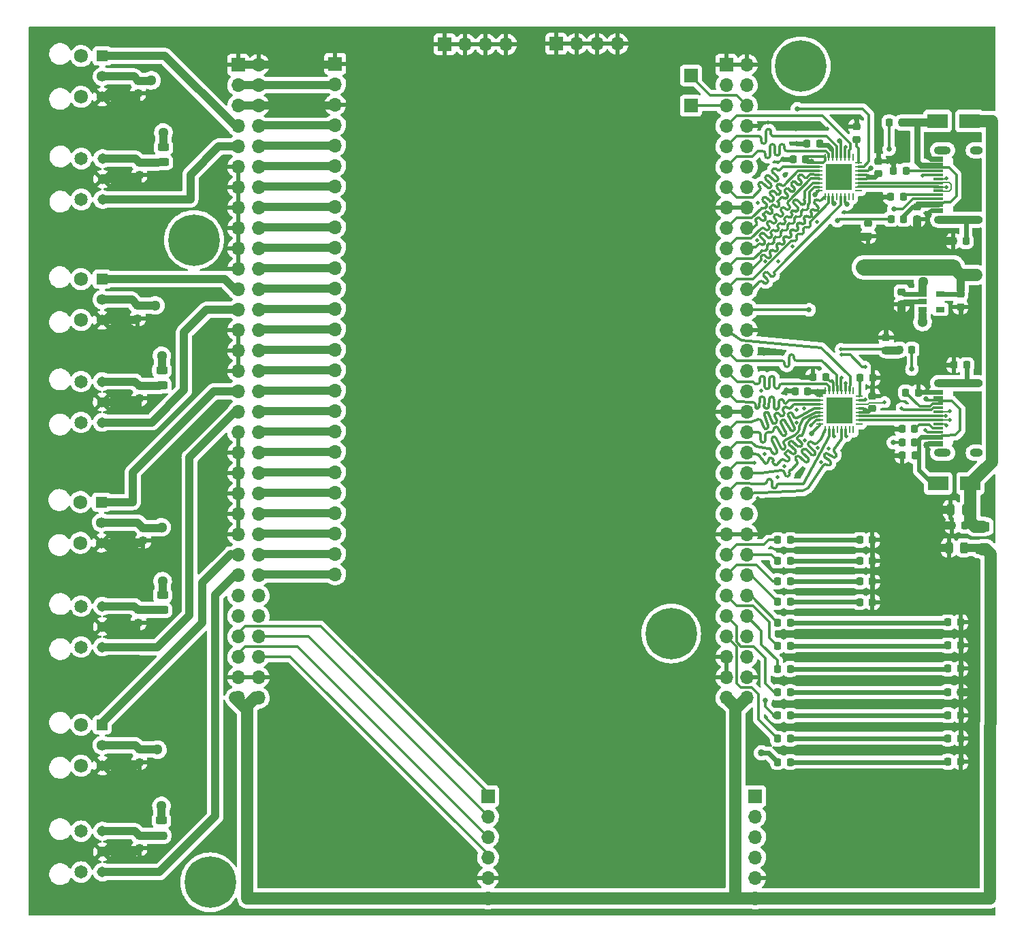
<source format=gbr>
%TF.GenerationSoftware,KiCad,Pcbnew,6.0.7-f9a2dced07~116~ubuntu20.04.1*%
%TF.CreationDate,2022-08-09T13:14:15+07:00*%
%TF.ProjectId,adatface_baseboard,61646174-6661-4636-955f-62617365626f,rev?*%
%TF.SameCoordinates,Original*%
%TF.FileFunction,Copper,L1,Top*%
%TF.FilePolarity,Positive*%
%FSLAX46Y46*%
G04 Gerber Fmt 4.6, Leading zero omitted, Abs format (unit mm)*
G04 Created by KiCad (PCBNEW 6.0.7-f9a2dced07~116~ubuntu20.04.1) date 2022-08-09 13:14:15*
%MOMM*%
%LPD*%
G01*
G04 APERTURE LIST*
G04 Aperture macros list*
%AMRoundRect*
0 Rectangle with rounded corners*
0 $1 Rounding radius*
0 $2 $3 $4 $5 $6 $7 $8 $9 X,Y pos of 4 corners*
0 Add a 4 corners polygon primitive as box body*
4,1,4,$2,$3,$4,$5,$6,$7,$8,$9,$2,$3,0*
0 Add four circle primitives for the rounded corners*
1,1,$1+$1,$2,$3*
1,1,$1+$1,$4,$5*
1,1,$1+$1,$6,$7*
1,1,$1+$1,$8,$9*
0 Add four rect primitives between the rounded corners*
20,1,$1+$1,$2,$3,$4,$5,0*
20,1,$1+$1,$4,$5,$6,$7,0*
20,1,$1+$1,$6,$7,$8,$9,0*
20,1,$1+$1,$8,$9,$2,$3,0*%
G04 Aperture macros list end*
%TA.AperFunction,SMDPad,CuDef*%
%ADD10RoundRect,0.218750X0.218750X0.256250X-0.218750X0.256250X-0.218750X-0.256250X0.218750X-0.256250X0*%
%TD*%
%TA.AperFunction,ComponentPad*%
%ADD11C,1.308000*%
%TD*%
%TA.AperFunction,ComponentPad*%
%ADD12C,1.300000*%
%TD*%
%TA.AperFunction,ComponentPad*%
%ADD13C,1.650000*%
%TD*%
%TA.AperFunction,ComponentPad*%
%ADD14R,1.358000X1.358000*%
%TD*%
%TA.AperFunction,ComponentPad*%
%ADD15C,1.358000*%
%TD*%
%TA.AperFunction,ComponentPad*%
%ADD16C,1.725000*%
%TD*%
%TA.AperFunction,SMDPad,CuDef*%
%ADD17RoundRect,0.243750X-0.456250X0.243750X-0.456250X-0.243750X0.456250X-0.243750X0.456250X0.243750X0*%
%TD*%
%TA.AperFunction,SMDPad,CuDef*%
%ADD18RoundRect,0.218750X-0.256250X0.218750X-0.256250X-0.218750X0.256250X-0.218750X0.256250X0.218750X0*%
%TD*%
%TA.AperFunction,ComponentPad*%
%ADD19R,1.700000X1.700000*%
%TD*%
%TA.AperFunction,ComponentPad*%
%ADD20O,1.700000X1.700000*%
%TD*%
%TA.AperFunction,SMDPad,CuDef*%
%ADD21RoundRect,0.250000X0.625000X-0.375000X0.625000X0.375000X-0.625000X0.375000X-0.625000X-0.375000X0*%
%TD*%
%TA.AperFunction,SMDPad,CuDef*%
%ADD22R,1.060000X0.650000*%
%TD*%
%TA.AperFunction,ComponentPad*%
%ADD23C,0.800000*%
%TD*%
%TA.AperFunction,ComponentPad*%
%ADD24C,6.400000*%
%TD*%
%TA.AperFunction,SMDPad,CuDef*%
%ADD25RoundRect,0.218750X0.256250X-0.218750X0.256250X0.218750X-0.256250X0.218750X-0.256250X-0.218750X0*%
%TD*%
%TA.AperFunction,SMDPad,CuDef*%
%ADD26RoundRect,0.218750X-0.218750X-0.256250X0.218750X-0.256250X0.218750X0.256250X-0.218750X0.256250X0*%
%TD*%
%TA.AperFunction,SMDPad,CuDef*%
%ADD27RoundRect,0.243750X-0.243750X-0.456250X0.243750X-0.456250X0.243750X0.456250X-0.243750X0.456250X0*%
%TD*%
%TA.AperFunction,SMDPad,CuDef*%
%ADD28C,1.500000*%
%TD*%
%TA.AperFunction,SMDPad,CuDef*%
%ADD29R,1.150000X0.300000*%
%TD*%
%TA.AperFunction,ComponentPad*%
%ADD30O,2.100000X1.000000*%
%TD*%
%TA.AperFunction,ComponentPad*%
%ADD31O,1.600000X1.000000*%
%TD*%
%TA.AperFunction,SMDPad,CuDef*%
%ADD32R,2.500000X1.800000*%
%TD*%
%TA.AperFunction,SMDPad,CuDef*%
%ADD33RoundRect,0.062500X-0.375000X-0.062500X0.375000X-0.062500X0.375000X0.062500X-0.375000X0.062500X0*%
%TD*%
%TA.AperFunction,SMDPad,CuDef*%
%ADD34RoundRect,0.062500X-0.062500X-0.375000X0.062500X-0.375000X0.062500X0.375000X-0.062500X0.375000X0*%
%TD*%
%TA.AperFunction,SMDPad,CuDef*%
%ADD35R,3.300000X3.300000*%
%TD*%
%TA.AperFunction,ViaPad*%
%ADD36C,0.460000*%
%TD*%
%TA.AperFunction,ViaPad*%
%ADD37C,1.500000*%
%TD*%
%TA.AperFunction,ViaPad*%
%ADD38C,0.660000*%
%TD*%
%TA.AperFunction,ViaPad*%
%ADD39C,1.300000*%
%TD*%
%TA.AperFunction,ViaPad*%
%ADD40C,1.080000*%
%TD*%
%TA.AperFunction,ViaPad*%
%ADD41C,0.860000*%
%TD*%
%TA.AperFunction,Conductor*%
%ADD42C,0.300000*%
%TD*%
%TA.AperFunction,Conductor*%
%ADD43C,1.000000*%
%TD*%
%TA.AperFunction,Conductor*%
%ADD44C,0.600000*%
%TD*%
%TA.AperFunction,Conductor*%
%ADD45C,0.400000*%
%TD*%
%TA.AperFunction,Conductor*%
%ADD46C,2.000000*%
%TD*%
%TA.AperFunction,Conductor*%
%ADD47C,1.500000*%
%TD*%
%TA.AperFunction,Conductor*%
%ADD48C,0.200000*%
%TD*%
%TA.AperFunction,Conductor*%
%ADD49C,0.350000*%
%TD*%
G04 APERTURE END LIST*
D10*
%TO.P,C10,1*%
%TO.N,/USB1_VBUS*%
X152087500Y-90500000D03*
%TO.P,C10,2*%
%TO.N,GND*%
X150512500Y-90500000D03*
%TD*%
%TO.P,R4,1*%
%TO.N,Net-(D4-Pad2)*%
X136587500Y-114181666D03*
%TO.P,R4,2*%
%TO.N,/SYNC3*%
X135012500Y-114181666D03*
%TD*%
D11*
%TO.P,U1,1,VCC*%
%TO.N,Net-(C1-Pad2)*%
X51056023Y-137249033D03*
D12*
%TO.P,U1,2,GND*%
%TO.N,GND*%
X51056023Y-139789033D03*
D11*
%TO.P,U1,3,VOUT*%
%TO.N,/TOSLINK1_RX*%
X51056023Y-142329033D03*
D13*
%TO.P,U1,NC1*%
%TO.N,N/C*%
X48426023Y-137249033D03*
%TO.P,U1,NC2*%
X48426023Y-142329033D03*
%TD*%
D14*
%TO.P,TR2,1,VIN*%
%TO.N,/TOSLINK4_TX*%
X51050408Y-40817745D03*
D15*
%TO.P,TR2,2,VCC*%
%TO.N,+3V3*%
X51050408Y-43357745D03*
%TO.P,TR2,3,GND*%
%TO.N,GND*%
X51050408Y-45897745D03*
D16*
%TO.P,TR2,4,NC*%
%TO.N,unconnected-(TR2-Pad4)*%
X48430408Y-40817745D03*
%TO.P,TR2,5,NC*%
%TO.N,unconnected-(TR2-Pad5)*%
X48430408Y-45897745D03*
%TD*%
D17*
%TO.P,L3,1,1*%
%TO.N,+3V3*%
X58450000Y-79912500D03*
%TO.P,L3,2,2*%
%TO.N,Net-(C3-Pad2)*%
X58450000Y-81787500D03*
%TD*%
D14*
%TO.P,TR3,1,VIN*%
%TO.N,/TOSLINK3_TX*%
X51026111Y-68581385D03*
D15*
%TO.P,TR3,2,VCC*%
%TO.N,+3V3*%
X51026111Y-71121385D03*
%TO.P,TR3,3,GND*%
%TO.N,GND*%
X51026111Y-73661385D03*
D16*
%TO.P,TR3,4,NC*%
%TO.N,unconnected-(TR3-Pad4)*%
X48406111Y-68581385D03*
%TO.P,TR3,5,NC*%
%TO.N,unconnected-(TR3-Pad5)*%
X48406111Y-73661385D03*
%TD*%
D18*
%TO.P,C9,1*%
%TO.N,/USB2_VBUS*%
X152400000Y-59562500D03*
%TO.P,C9,2*%
%TO.N,GND*%
X152400000Y-61137500D03*
%TD*%
D19*
%TO.P,J11,1,Pin_1*%
%TO.N,GND*%
X93640000Y-39365000D03*
D20*
%TO.P,J11,2,Pin_2*%
X96180000Y-39365000D03*
%TO.P,J11,3,Pin_3*%
X98720000Y-39365000D03*
%TO.P,J11,4,Pin_4*%
X101260000Y-39365000D03*
%TD*%
D21*
%TO.P,FB1,1*%
%TO.N,+5V*%
X160500000Y-102150000D03*
%TO.P,FB1,2*%
%TO.N,/5V_FILTER*%
X160500000Y-99350000D03*
%TD*%
D10*
%TO.P,R8,1*%
%TO.N,Net-(D7-Pad2)*%
X136587500Y-101027811D03*
%TO.P,R8,2*%
%TO.N,/USB2_ACTIVE*%
X135012500Y-101027811D03*
%TD*%
D18*
%TO.P,C5,1*%
%TO.N,+3V3*%
X55650000Y-127062500D03*
%TO.P,C5,2*%
%TO.N,GND*%
X55650000Y-128637500D03*
%TD*%
D22*
%TO.P,U7,1,VIN*%
%TO.N,+3V3*%
X153050000Y-70437500D03*
%TO.P,U7,2,GND*%
%TO.N,GND*%
X153050000Y-71387500D03*
%TO.P,U7,3,EN*%
%TO.N,+3V3*%
X153050000Y-72337500D03*
%TO.P,U7,4,NC*%
%TO.N,unconnected-(U7-Pad4)*%
X155250000Y-72337500D03*
%TO.P,U7,5,VOUT*%
%TO.N,+1V8*%
X155250000Y-70437500D03*
%TD*%
D23*
%TO.P,H3,1*%
%TO.N,N/C*%
X60050000Y-63700000D03*
X64147056Y-62002944D03*
X64850000Y-63700000D03*
X60752944Y-62002944D03*
X64147056Y-65397056D03*
D24*
X62450000Y-63700000D03*
D23*
X62450000Y-66100000D03*
X60752944Y-65397056D03*
X62450000Y-61300000D03*
%TD*%
%TO.P,H4,1*%
%TO.N,N/C*%
X121793000Y-115049000D03*
X123490056Y-110951944D03*
X124193000Y-112649000D03*
X123490056Y-114346056D03*
X120095944Y-110951944D03*
D24*
X121793000Y-112649000D03*
D23*
X121793000Y-110249000D03*
X119393000Y-112649000D03*
X120095944Y-114346056D03*
%TD*%
D10*
%TO.P,D4,1,K*%
%TO.N,GND*%
X157787500Y-114141666D03*
%TO.P,D4,2,A*%
%TO.N,Net-(D4-Pad2)*%
X156212500Y-114141666D03*
%TD*%
%TO.P,R13,1*%
%TO.N,/USB1_CC1*%
X152075000Y-87200000D03*
%TO.P,R13,2*%
%TO.N,GND*%
X150500000Y-87200000D03*
%TD*%
%TO.P,D5,1,K*%
%TO.N,GND*%
X157787500Y-117033332D03*
%TO.P,D5,2,A*%
%TO.N,Net-(D5-Pad2)*%
X156212500Y-117033332D03*
%TD*%
D18*
%TO.P,C7,1*%
%TO.N,+3V3*%
X55450000Y-71862500D03*
%TO.P,C7,2*%
%TO.N,GND*%
X55450000Y-73437500D03*
%TD*%
D19*
%TO.P,J10,1,Pin_1*%
%TO.N,GND*%
X107490000Y-39310000D03*
D20*
%TO.P,J10,2,Pin_2*%
X110030000Y-39310000D03*
%TO.P,J10,3,Pin_3*%
X112570000Y-39310000D03*
%TO.P,J10,4,Pin_4*%
X115110000Y-39310000D03*
%TD*%
D10*
%TO.P,R14,1*%
%TO.N,GND*%
X152512500Y-82675000D03*
%TO.P,R14,2*%
%TO.N,/USB1_CC2*%
X150937500Y-82675000D03*
%TD*%
%TO.P,C12,1*%
%TO.N,+3V3*%
X138757500Y-82500000D03*
%TO.P,C12,2*%
%TO.N,GND*%
X137182500Y-82500000D03*
%TD*%
D25*
%TO.P,R17,1*%
%TO.N,Net-(R17-Pad1)*%
X144800000Y-51187500D03*
%TO.P,R17,2*%
%TO.N,GND*%
X144800000Y-49612500D03*
%TD*%
D18*
%TO.P,C11,1*%
%TO.N,+3V3*%
X150450000Y-70162500D03*
%TO.P,C11,2*%
%TO.N,GND*%
X150450000Y-71737500D03*
%TD*%
D17*
%TO.P,L4,1,1*%
%TO.N,+3V3*%
X58550000Y-107875000D03*
%TO.P,L4,2,2*%
%TO.N,Net-(C4-Pad2)*%
X58550000Y-109750000D03*
%TD*%
D26*
%TO.P,R18,1*%
%TO.N,Net-(R18-Pad1)*%
X145262500Y-80850000D03*
%TO.P,R18,2*%
%TO.N,GND*%
X146837500Y-80850000D03*
%TD*%
D11*
%TO.P,U2,1,VCC*%
%TO.N,Net-(C2-Pad2)*%
X51070408Y-53580245D03*
D12*
%TO.P,U2,2,GND*%
%TO.N,GND*%
X51070408Y-56120245D03*
D11*
%TO.P,U2,3,VOUT*%
%TO.N,/TOSLINK4_RX*%
X51070408Y-58660245D03*
D13*
%TO.P,U2,NC1*%
%TO.N,N/C*%
X48440408Y-53580245D03*
%TO.P,U2,NC2*%
X48440408Y-58660245D03*
%TD*%
D10*
%TO.P,D1,1,K*%
%TO.N,GND*%
X157787500Y-128600000D03*
%TO.P,D1,2,A*%
%TO.N,Net-(D1-Pad2)*%
X156212500Y-128600000D03*
%TD*%
D25*
%TO.P,C3,1*%
%TO.N,GND*%
X55650000Y-83425000D03*
%TO.P,C3,2*%
%TO.N,Net-(C3-Pad2)*%
X55650000Y-81850000D03*
%TD*%
D27*
%TO.P,C21,1*%
%TO.N,GND*%
X156562500Y-97250000D03*
%TO.P,C21,2*%
%TO.N,/5V_FILTER*%
X158437500Y-97250000D03*
%TD*%
D17*
%TO.P,L1,1,1*%
%TO.N,+3V3*%
X58400000Y-135912500D03*
%TO.P,L1,2,2*%
%TO.N,Net-(C1-Pad2)*%
X58400000Y-137787500D03*
%TD*%
D19*
%TO.P,J3,1,Pin_1*%
%TO.N,GND*%
X128650000Y-41910000D03*
D20*
%TO.P,J3,2,Pin_2*%
X131190000Y-41910000D03*
%TO.P,J3,3,Pin_3*%
%TO.N,+3V3*%
X128650000Y-44450000D03*
%TO.P,J3,4,Pin_4*%
X131190000Y-44450000D03*
%TO.P,J3,5,Pin_5*%
%TO.N,Net-(J3-Pad5)*%
X128650000Y-46990000D03*
%TO.P,J3,6,Pin_6*%
%TO.N,Net-(J3-Pad6)*%
X131190000Y-46990000D03*
%TO.P,J3,7,Pin_7*%
%TO.N,/USB2_CLK*%
X128650000Y-49530000D03*
%TO.P,J3,8,Pin_8*%
%TO.N,GND*%
X131190000Y-49530000D03*
%TO.P,J3,9,Pin_9*%
%TO.N,/USB2_STP*%
X128650000Y-52070000D03*
%TO.P,J3,10,Pin_10*%
%TO.N,/USB2_VBUS_PIN*%
X131190000Y-52070000D03*
%TO.P,J3,11,Pin_11*%
%TO.N,/USB2_DIR*%
X128650000Y-54610000D03*
%TO.P,J3,12,Pin_12*%
%TO.N,/USB2_ID*%
X131190000Y-54610000D03*
%TO.P,J3,13,Pin_13*%
%TO.N,/USB2_NXT*%
X128650000Y-57150000D03*
%TO.P,J3,14,Pin_14*%
%TO.N,/USB2_RESET*%
X131190000Y-57150000D03*
%TO.P,J3,15,Pin_15*%
%TO.N,GND*%
X128650000Y-59690000D03*
%TO.P,J3,16,Pin_16*%
X131190000Y-59690000D03*
%TO.P,J3,17,Pin_17*%
%TO.N,/USB2_DATA0*%
X128650000Y-62230000D03*
%TO.P,J3,18,Pin_18*%
%TO.N,/USB2_DATA1*%
X131190000Y-62230000D03*
%TO.P,J3,19,Pin_19*%
%TO.N,/USB2_DATA2*%
X128650000Y-64770000D03*
%TO.P,J3,20,Pin_20*%
%TO.N,/USB2_DATA3*%
X131190000Y-64770000D03*
%TO.P,J3,21,Pin_21*%
%TO.N,/USB2_DATA4*%
X128650000Y-67310000D03*
%TO.P,J3,22,Pin_22*%
%TO.N,/USB2_DATA5*%
X131190000Y-67310000D03*
%TO.P,J3,23,Pin_23*%
%TO.N,/USB2_DATA6*%
X128650000Y-69850000D03*
%TO.P,J3,24,Pin_24*%
%TO.N,/USB2_DATA7*%
X131190000Y-69850000D03*
%TO.P,J3,25,Pin_25*%
%TO.N,/USB2_SBU1*%
X128650000Y-72390000D03*
%TO.P,J3,26,Pin_26*%
%TO.N,/USB2_SBU2*%
X131190000Y-72390000D03*
%TO.P,J3,27,Pin_27*%
%TO.N,/USB1_CLK*%
X128650000Y-74930000D03*
%TO.P,J3,28,Pin_28*%
%TO.N,GND*%
X131190000Y-74930000D03*
%TO.P,J3,29,Pin_29*%
%TO.N,/USB1_STP*%
X128650000Y-77470000D03*
%TO.P,J3,30,Pin_30*%
%TO.N,/USB1_VBUS_PIN*%
X131190000Y-77470000D03*
%TO.P,J3,31,Pin_31*%
%TO.N,/USB1_DIR*%
X128650000Y-80010000D03*
%TO.P,J3,32,Pin_32*%
%TO.N,/USB1_ID*%
X131190000Y-80010000D03*
%TO.P,J3,33,Pin_33*%
%TO.N,/USB1_NXT*%
X128650000Y-82550000D03*
%TO.P,J3,34,Pin_34*%
%TO.N,/USB1_RESET*%
X131190000Y-82550000D03*
%TO.P,J3,35,Pin_35*%
%TO.N,GND*%
X128650000Y-85090000D03*
%TO.P,J3,36,Pin_36*%
X131190000Y-85090000D03*
%TO.P,J3,37,Pin_37*%
%TO.N,/USB1_DATA0*%
X128650000Y-87630000D03*
%TO.P,J3,38,Pin_38*%
%TO.N,/USB1_DATA1*%
X131190000Y-87630000D03*
%TO.P,J3,39,Pin_39*%
%TO.N,/USB1_DATA2*%
X128650000Y-90170000D03*
%TO.P,J3,40,Pin_40*%
%TO.N,/USB1_DATA3*%
X131190000Y-90170000D03*
%TO.P,J3,41,Pin_41*%
%TO.N,/USB1_DATA4*%
X128650000Y-92710000D03*
%TO.P,J3,42,Pin_42*%
%TO.N,/USB1_DATA5*%
X131190000Y-92710000D03*
%TO.P,J3,43,Pin_43*%
%TO.N,/USB1_DATA6*%
X128650000Y-95250000D03*
%TO.P,J3,44,Pin_44*%
%TO.N,/USB1_DATA7*%
X131190000Y-95250000D03*
%TO.P,J3,45,Pin_45*%
%TO.N,/USB1_SBU1*%
X128650000Y-97790000D03*
%TO.P,J3,46,Pin_46*%
%TO.N,/USB1_SBU2*%
X131190000Y-97790000D03*
%TO.P,J3,47,Pin_47*%
%TO.N,GND*%
X128650000Y-100330000D03*
%TO.P,J3,48,Pin_48*%
X131190000Y-100330000D03*
%TO.P,J3,49,Pin_49*%
%TO.N,/USB2_ACTIVE*%
X128650000Y-102870000D03*
%TO.P,J3,50,Pin_50*%
%TO.N,/USB2_SUSPENDED_N*%
X131190000Y-102870000D03*
%TO.P,J3,51,Pin_51*%
%TO.N,/USB1_ACTIVE*%
X128650000Y-105410000D03*
%TO.P,J3,52,Pin_52*%
%TO.N,/USB1_SUSPENDED_N*%
X131190000Y-105410000D03*
%TO.P,J3,53,Pin_53*%
%TO.N,/SYNC3*%
X128650000Y-107950000D03*
%TO.P,J3,54,Pin_54*%
%TO.N,/SYNC4*%
X131190000Y-107950000D03*
%TO.P,J3,55,Pin_55*%
%TO.N,/SYNC1*%
X128650000Y-110490000D03*
%TO.P,J3,56,Pin_56*%
%TO.N,/SYNC2*%
X131190000Y-110490000D03*
%TO.P,J3,57,Pin_57*%
%TO.N,/USB1*%
X128650000Y-113030000D03*
%TO.P,J3,58,Pin_58*%
%TO.N,/USB2*%
X131190000Y-113030000D03*
%TO.P,J3,59,Pin_59*%
%TO.N,GND*%
X128650000Y-115570000D03*
%TO.P,J3,60,Pin_60*%
%TO.N,/HOST*%
X131190000Y-115570000D03*
%TO.P,J3,61,Pin_61*%
%TO.N,GND*%
X128650000Y-118110000D03*
%TO.P,J3,62,Pin_62*%
X131190000Y-118110000D03*
%TO.P,J3,63,Pin_63*%
%TO.N,+5V*%
X128650000Y-120650000D03*
%TO.P,J3,64,Pin_64*%
X131190000Y-120650000D03*
%TD*%
D10*
%TO.P,C14,1*%
%TO.N,+3V3*%
X138507500Y-53690000D03*
%TO.P,C14,2*%
%TO.N,GND*%
X136932500Y-53690000D03*
%TD*%
D25*
%TO.P,C2,1*%
%TO.N,GND*%
X55650000Y-55637500D03*
%TO.P,C2,2*%
%TO.N,Net-(C2-Pad2)*%
X55650000Y-54062500D03*
%TD*%
D10*
%TO.P,R3,1*%
%TO.N,Net-(D3-Pad2)*%
X136587500Y-111290000D03*
%TO.P,R3,2*%
%TO.N,/SYNC4*%
X135012500Y-111290000D03*
%TD*%
D19*
%TO.P,J7,1,Pin_1*%
%TO.N,GND*%
X80010000Y-41783000D03*
D20*
%TO.P,J7,2,Pin_2*%
%TO.N,+3V3*%
X80010000Y-44323000D03*
%TO.P,J7,3,Pin_3*%
%TO.N,GND*%
X80010000Y-46863000D03*
%TO.P,J7,4,Pin_4*%
%TO.N,Net-(J2-Pad8)*%
X80010000Y-49403000D03*
%TO.P,J7,5,Pin_5*%
%TO.N,Net-(J2-Pad10)*%
X80010000Y-51943000D03*
%TO.P,J7,6,Pin_6*%
%TO.N,Net-(J2-Pad12)*%
X80010000Y-54483000D03*
%TO.P,J7,7,Pin_7*%
%TO.N,Net-(J2-Pad14)*%
X80010000Y-57023000D03*
%TO.P,J7,8,Pin_8*%
%TO.N,Net-(J2-Pad16)*%
X80010000Y-59563000D03*
%TO.P,J7,9,Pin_9*%
%TO.N,Net-(J2-Pad18)*%
X80010000Y-62103000D03*
%TO.P,J7,10,Pin_10*%
%TO.N,Net-(J2-Pad20)*%
X80010000Y-64643000D03*
%TO.P,J7,11,Pin_11*%
%TO.N,Net-(J2-Pad22)*%
X80010000Y-67183000D03*
%TO.P,J7,12,Pin_12*%
%TO.N,Net-(J2-Pad24)*%
X80010000Y-69723000D03*
%TO.P,J7,13,Pin_13*%
%TO.N,Net-(J2-Pad26)*%
X80010000Y-72263000D03*
%TO.P,J7,14,Pin_14*%
%TO.N,Net-(J2-Pad28)*%
X80010000Y-74803000D03*
%TO.P,J7,15,Pin_15*%
%TO.N,Net-(J2-Pad30)*%
X80010000Y-77343000D03*
%TO.P,J7,16,Pin_16*%
%TO.N,Net-(J2-Pad32)*%
X80010000Y-79883000D03*
%TO.P,J7,17,Pin_17*%
%TO.N,Net-(J2-Pad34)*%
X80010000Y-82423000D03*
%TO.P,J7,18,Pin_18*%
%TO.N,Net-(J2-Pad36)*%
X80010000Y-84963000D03*
%TO.P,J7,19,Pin_19*%
%TO.N,Net-(J2-Pad38)*%
X80010000Y-87503000D03*
%TO.P,J7,20,Pin_20*%
%TO.N,Net-(J2-Pad40)*%
X80010000Y-90043000D03*
%TO.P,J7,21,Pin_21*%
%TO.N,Net-(J2-Pad42)*%
X80010000Y-92583000D03*
%TO.P,J7,22,Pin_22*%
%TO.N,Net-(J2-Pad44)*%
X80010000Y-95123000D03*
%TO.P,J7,23,Pin_23*%
%TO.N,Net-(J2-Pad46)*%
X80010000Y-97663000D03*
%TO.P,J7,24,Pin_24*%
%TO.N,Net-(J2-Pad48)*%
X80010000Y-100203000D03*
%TO.P,J7,25,Pin_25*%
%TO.N,Net-(J2-Pad50)*%
X80010000Y-102743000D03*
%TO.P,J7,26,Pin_26*%
%TO.N,Net-(J2-Pad52)*%
X80010000Y-105283000D03*
%TD*%
D19*
%TO.P,J6,1,Pin_1*%
%TO.N,/I2S2_SCK*%
X99000000Y-132900000D03*
D20*
%TO.P,J6,2,Pin_2*%
%TO.N,/I2S2_BCK*%
X99000000Y-135440000D03*
%TO.P,J6,3,Pin_3*%
%TO.N,/I2S2_DIN*%
X99000000Y-137980000D03*
%TO.P,J6,4,Pin_4*%
%TO.N,/I2S2_LRCK*%
X99000000Y-140520000D03*
%TO.P,J6,5,Pin_5*%
%TO.N,GND*%
X99000000Y-143060000D03*
%TO.P,J6,6,Pin_6*%
%TO.N,+5V*%
X99000000Y-145600000D03*
%TD*%
D26*
%TO.P,R12,1*%
%TO.N,GND*%
X156862500Y-63850000D03*
%TO.P,R12,2*%
%TO.N,Net-(J5-PadS1)*%
X158437500Y-63850000D03*
%TD*%
D28*
%TO.P,TP5,1,1*%
%TO.N,+1V8*%
X157800000Y-68050000D03*
%TD*%
D29*
%TO.P,J4,A1,GND*%
%TO.N,GND*%
X154980000Y-89200000D03*
%TO.P,J4,A4,VBUS*%
%TO.N,/USB1_VBUS*%
X154980000Y-88400000D03*
%TO.P,J4,A5,CC1*%
%TO.N,/USB1_CC1*%
X154980000Y-87100000D03*
%TO.P,J4,A6,D+*%
%TO.N,/USB1_D+*%
X154980000Y-86100000D03*
%TO.P,J4,A7,D-*%
%TO.N,/USB1_D-*%
X154980000Y-85600000D03*
%TO.P,J4,A8,SBU1*%
%TO.N,/USB1_SBU1*%
X154980000Y-84600000D03*
%TO.P,J4,A9,VBUS*%
%TO.N,/USB1_VBUS*%
X154980000Y-83300000D03*
%TO.P,J4,A12,GND*%
%TO.N,GND*%
X154980000Y-82500000D03*
%TO.P,J4,B1,GND*%
X154980000Y-82800000D03*
%TO.P,J4,B4,VBUS*%
%TO.N,/USB1_VBUS*%
X154980000Y-83600000D03*
%TO.P,J4,B5,CC2*%
%TO.N,/USB1_CC2*%
X154980000Y-84100000D03*
%TO.P,J4,B6,D+*%
%TO.N,/USB1_D+*%
X154980000Y-85100000D03*
%TO.P,J4,B7,D-*%
%TO.N,/USB1_D-*%
X154980000Y-86600000D03*
%TO.P,J4,B8,SBU2*%
%TO.N,/USB1_SBU2*%
X154980000Y-87600000D03*
%TO.P,J4,B9,VBUS*%
%TO.N,/USB1_VBUS*%
X154980000Y-88100000D03*
%TO.P,J4,B12,GND*%
%TO.N,GND*%
X154980000Y-88900000D03*
D30*
%TO.P,J4,S1,SHIELD*%
%TO.N,Net-(J4-PadS1)*%
X155545000Y-90170000D03*
D31*
X159725000Y-90170000D03*
X159725000Y-81530000D03*
D30*
X155545000Y-81530000D03*
%TD*%
D25*
%TO.P,C1,1*%
%TO.N,GND*%
X55650000Y-139387500D03*
%TO.P,C1,2*%
%TO.N,Net-(C1-Pad2)*%
X55650000Y-137812500D03*
%TD*%
D10*
%TO.P,D2,1,K*%
%TO.N,GND*%
X157787500Y-122816664D03*
%TO.P,D2,2,A*%
%TO.N,Net-(D2-Pad2)*%
X156212500Y-122816664D03*
%TD*%
D32*
%TO.P,D12,1,K*%
%TO.N,/5V_FILTER*%
X158900000Y-48900000D03*
%TO.P,D12,2,A*%
%TO.N,/USB2_VBUS*%
X154900000Y-48900000D03*
%TD*%
D18*
%TO.P,R24,1*%
%TO.N,/USB2_VBUS_PIN*%
X146300000Y-61637500D03*
%TO.P,R24,2*%
%TO.N,GND*%
X146300000Y-63212500D03*
%TD*%
D10*
%TO.P,R15,1*%
%TO.N,/USB2_CC1*%
X150637500Y-58300000D03*
%TO.P,R15,2*%
%TO.N,GND*%
X149062500Y-58300000D03*
%TD*%
%TO.P,D9,1,K*%
%TO.N,GND*%
X146812500Y-108751964D03*
%TO.P,D9,2,A*%
%TO.N,Net-(D9-Pad2)*%
X145237500Y-108751964D03*
%TD*%
%TO.P,R9,1*%
%TO.N,Net-(D8-Pad2)*%
X136587500Y-103593358D03*
%TO.P,R9,2*%
%TO.N,/USB2_SUSPENDED_N*%
X135012500Y-103593358D03*
%TD*%
%TO.P,R1,1*%
%TO.N,Net-(D1-Pad2)*%
X136587500Y-128640000D03*
%TO.P,R1,2*%
%TO.N,/HOST*%
X135012500Y-128640000D03*
%TD*%
D11*
%TO.P,U3,1,VCC*%
%TO.N,Net-(C3-Pad2)*%
X51030000Y-81310000D03*
D12*
%TO.P,U3,2,GND*%
%TO.N,GND*%
X51030000Y-83850000D03*
D11*
%TO.P,U3,3,VOUT*%
%TO.N,/TOSLINK3_RX*%
X51030000Y-86390000D03*
D13*
%TO.P,U3,NC1*%
%TO.N,N/C*%
X48400000Y-81310000D03*
%TO.P,U3,NC2*%
X48400000Y-86390000D03*
%TD*%
D18*
%TO.P,C8,1*%
%TO.N,+3V3*%
X56136737Y-99533043D03*
%TO.P,C8,2*%
%TO.N,GND*%
X56136737Y-101108043D03*
%TD*%
D25*
%TO.P,R26,1*%
%TO.N,/USB1_VBUS_PIN*%
X148510000Y-77425000D03*
%TO.P,R26,2*%
%TO.N,GND*%
X148510000Y-75850000D03*
%TD*%
D10*
%TO.P,D6,1,K*%
%TO.N,GND*%
X157787500Y-119924998D03*
%TO.P,D6,2,A*%
%TO.N,Net-(D6-Pad2)*%
X156212500Y-119924998D03*
%TD*%
%TO.P,R5,1*%
%TO.N,Net-(D5-Pad2)*%
X136587500Y-117073332D03*
%TO.P,R5,2*%
%TO.N,/SYNC2*%
X135012500Y-117073332D03*
%TD*%
%TO.P,R23,1*%
%TO.N,/USB2_VBUS*%
X150687500Y-61100000D03*
%TO.P,R23,2*%
%TO.N,/USB2_VBUS_PIN*%
X149112500Y-61100000D03*
%TD*%
D25*
%TO.P,C18,1*%
%TO.N,+3V3*%
X147550000Y-55457500D03*
%TO.P,C18,2*%
%TO.N,GND*%
X147550000Y-53882500D03*
%TD*%
D10*
%TO.P,R11,1*%
%TO.N,Net-(D10-Pad2)*%
X136587500Y-106158905D03*
%TO.P,R11,2*%
%TO.N,/USB1_ACTIVE*%
X135012500Y-106158905D03*
%TD*%
D26*
%TO.P,R16,1*%
%TO.N,GND*%
X149432500Y-55070000D03*
%TO.P,R16,2*%
%TO.N,/USB2_CC2*%
X151007500Y-55070000D03*
%TD*%
D10*
%TO.P,R19,1*%
%TO.N,/USB2_VBUS*%
X150487500Y-49100000D03*
%TO.P,R19,2*%
%TO.N,Net-(R19-Pad2)*%
X148912500Y-49100000D03*
%TD*%
%TO.P,D10,1,K*%
%TO.N,GND*%
X146812500Y-106174642D03*
%TO.P,D10,2,A*%
%TO.N,Net-(D10-Pad2)*%
X145237500Y-106174642D03*
%TD*%
%TO.P,R10,1*%
%TO.N,Net-(D9-Pad2)*%
X136587500Y-108724452D03*
%TO.P,R10,2*%
%TO.N,/USB1_SUSPENDED_N*%
X135012500Y-108724452D03*
%TD*%
%TO.P,D7,1,K*%
%TO.N,GND*%
X146812500Y-101020000D03*
%TO.P,D7,2,A*%
%TO.N,Net-(D7-Pad2)*%
X145237500Y-101020000D03*
%TD*%
D19*
%TO.P,J9,1,Pin_1*%
%TO.N,Net-(J3-Pad6)*%
X124250000Y-43250000D03*
%TD*%
D23*
%TO.P,H2,1*%
%TO.N,N/C*%
X62752944Y-141902944D03*
X66850000Y-143600000D03*
X64450000Y-146000000D03*
X66147056Y-145297056D03*
X64450000Y-141200000D03*
X66147056Y-141902944D03*
X62752944Y-145297056D03*
X62050000Y-143600000D03*
D24*
X64450000Y-143600000D03*
%TD*%
D19*
%TO.P,J1,1,Pin_1*%
%TO.N,/I2S1_SCK*%
X132250000Y-132900000D03*
D20*
%TO.P,J1,2,Pin_2*%
%TO.N,/I2S1_BCK*%
X132250000Y-135440000D03*
%TO.P,J1,3,Pin_3*%
%TO.N,/I2S1_DIN*%
X132250000Y-137980000D03*
%TO.P,J1,4,Pin_4*%
%TO.N,/I2S1_LRCK*%
X132250000Y-140520000D03*
%TO.P,J1,5,Pin_5*%
%TO.N,GND*%
X132250000Y-143060000D03*
%TO.P,J1,6,Pin_6*%
%TO.N,+5V*%
X132250000Y-145600000D03*
%TD*%
D25*
%TO.P,C4,1*%
%TO.N,GND*%
X55525979Y-111307392D03*
%TO.P,C4,2*%
%TO.N,Net-(C4-Pad2)*%
X55525979Y-109732392D03*
%TD*%
D10*
%TO.P,D11,1,K*%
%TO.N,GND*%
X157787500Y-125708330D03*
%TO.P,D11,2,A*%
%TO.N,Net-(D11-Pad2)*%
X156212500Y-125708330D03*
%TD*%
D25*
%TO.P,C16,1*%
%TO.N,+3V3*%
X146825000Y-84687500D03*
%TO.P,C16,2*%
%TO.N,GND*%
X146825000Y-83112500D03*
%TD*%
D10*
%TO.P,C17,1*%
%TO.N,+1V8*%
X140237500Y-51740000D03*
%TO.P,C17,2*%
%TO.N,GND*%
X138662500Y-51740000D03*
%TD*%
%TO.P,D3,1,K*%
%TO.N,GND*%
X157787500Y-111250000D03*
%TO.P,D3,2,A*%
%TO.N,Net-(D3-Pad2)*%
X156212500Y-111250000D03*
%TD*%
D18*
%TO.P,C6,1*%
%TO.N,+3V3*%
X55500000Y-43887500D03*
%TO.P,C6,2*%
%TO.N,GND*%
X55500000Y-45462500D03*
%TD*%
D14*
%TO.P,TR4,1,VIN*%
%TO.N,/TOSLINK2_TX*%
X50946530Y-96303594D03*
D15*
%TO.P,TR4,2,VCC*%
%TO.N,+3V3*%
X50946530Y-98843594D03*
%TO.P,TR4,3,GND*%
%TO.N,GND*%
X50946530Y-101383594D03*
D16*
%TO.P,TR4,4,NC*%
%TO.N,unconnected-(TR4-Pad4)*%
X48326530Y-96303594D03*
%TO.P,TR4,5,NC*%
%TO.N,unconnected-(TR4-Pad5)*%
X48326530Y-101383594D03*
%TD*%
D10*
%TO.P,R6,1*%
%TO.N,Net-(D6-Pad2)*%
X136587500Y-119964998D03*
%TO.P,R6,2*%
%TO.N,/SYNC1*%
X135012500Y-119964998D03*
%TD*%
%TO.P,R25,1*%
%TO.N,/USB1_VBUS*%
X151712500Y-77362500D03*
%TO.P,R25,2*%
%TO.N,/USB1_VBUS_PIN*%
X150137500Y-77362500D03*
%TD*%
D19*
%TO.P,J8,1,Pin_1*%
%TO.N,Net-(J3-Pad5)*%
X124250000Y-47000000D03*
%TD*%
D10*
%TO.P,C15,1*%
%TO.N,+1V8*%
X140997500Y-80730000D03*
%TO.P,C15,2*%
%TO.N,GND*%
X139422500Y-80730000D03*
%TD*%
D26*
%TO.P,R7,1*%
%TO.N,GND*%
X156975000Y-79250000D03*
%TO.P,R7,2*%
%TO.N,Net-(J4-PadS1)*%
X158550000Y-79250000D03*
%TD*%
%TO.P,C20,1*%
%TO.N,GND*%
X156712500Y-99250000D03*
%TO.P,C20,2*%
%TO.N,/5V_FILTER*%
X158287500Y-99250000D03*
%TD*%
D24*
%TO.P,H1,1*%
%TO.N,N/C*%
X137925000Y-42100000D03*
D23*
X137925000Y-39700000D03*
X137925000Y-44500000D03*
X140325000Y-42100000D03*
X139622056Y-43797056D03*
X136227944Y-40402944D03*
X135525000Y-42100000D03*
X136227944Y-43797056D03*
X139622056Y-40402944D03*
%TD*%
D10*
%TO.P,R21,1*%
%TO.N,Net-(D11-Pad2)*%
X136587500Y-125748330D03*
%TO.P,R21,2*%
%TO.N,/USB1*%
X135012500Y-125748330D03*
%TD*%
D11*
%TO.P,U4,1,VCC*%
%TO.N,Net-(C4-Pad2)*%
X51056023Y-109249033D03*
D12*
%TO.P,U4,2,GND*%
%TO.N,GND*%
X51056023Y-111789033D03*
D11*
%TO.P,U4,3,VOUT*%
%TO.N,/TOSLINK2_RX*%
X51056023Y-114329033D03*
D13*
%TO.P,U4,NC1*%
%TO.N,N/C*%
X48426023Y-109249033D03*
%TO.P,U4,NC2*%
X48426023Y-114329033D03*
%TD*%
D18*
%TO.P,C13,1*%
%TO.N,+1V8*%
X157750000Y-70462500D03*
%TO.P,C13,2*%
%TO.N,GND*%
X157750000Y-72037500D03*
%TD*%
D10*
%TO.P,D8,1,K*%
%TO.N,GND*%
X146812500Y-103597321D03*
%TO.P,D8,2,A*%
%TO.N,Net-(D8-Pad2)*%
X145237500Y-103597321D03*
%TD*%
D14*
%TO.P,TR1,1,VIN*%
%TO.N,/TOSLINK1_TX*%
X51036023Y-124011533D03*
D15*
%TO.P,TR1,2,VCC*%
%TO.N,+3V3*%
X51036023Y-126551533D03*
%TO.P,TR1,3,GND*%
%TO.N,GND*%
X51036023Y-129091533D03*
D16*
%TO.P,TR1,4,NC*%
%TO.N,unconnected-(TR1-Pad4)*%
X48416023Y-124011533D03*
%TO.P,TR1,5,NC*%
%TO.N,unconnected-(TR1-Pad5)*%
X48416023Y-129091533D03*
%TD*%
D19*
%TO.P,J2,1,Pin_1*%
%TO.N,GND*%
X67945000Y-41910000D03*
D20*
%TO.P,J2,2,Pin_2*%
X70485000Y-41910000D03*
%TO.P,J2,3,Pin_3*%
%TO.N,+3V3*%
X67945000Y-44450000D03*
%TO.P,J2,4,Pin_4*%
X70485000Y-44450000D03*
%TO.P,J2,5,Pin_5*%
%TO.N,GND*%
X67945000Y-46990000D03*
%TO.P,J2,6,Pin_6*%
X70485000Y-46990000D03*
%TO.P,J2,7,Pin_7*%
%TO.N,/TOSLINK4_TX*%
X67945000Y-49530000D03*
%TO.P,J2,8,Pin_8*%
%TO.N,Net-(J2-Pad8)*%
X70485000Y-49530000D03*
%TO.P,J2,9,Pin_9*%
%TO.N,/TOSLINK4_RX*%
X67945000Y-52070000D03*
%TO.P,J2,10,Pin_10*%
%TO.N,Net-(J2-Pad10)*%
X70485000Y-52070000D03*
%TO.P,J2,11,Pin_11*%
%TO.N,GND*%
X67945000Y-54610000D03*
%TO.P,J2,12,Pin_12*%
%TO.N,Net-(J2-Pad12)*%
X70485000Y-54610000D03*
%TO.P,J2,13,Pin_13*%
%TO.N,GND*%
X67945000Y-57150000D03*
%TO.P,J2,14,Pin_14*%
%TO.N,Net-(J2-Pad14)*%
X70485000Y-57150000D03*
%TO.P,J2,15,Pin_15*%
%TO.N,GND*%
X67945000Y-59690000D03*
%TO.P,J2,16,Pin_16*%
%TO.N,Net-(J2-Pad16)*%
X70485000Y-59690000D03*
%TO.P,J2,17,Pin_17*%
%TO.N,GND*%
X67945000Y-62230000D03*
%TO.P,J2,18,Pin_18*%
%TO.N,Net-(J2-Pad18)*%
X70485000Y-62230000D03*
%TO.P,J2,19,Pin_19*%
%TO.N,GND*%
X67945000Y-64770000D03*
%TO.P,J2,20,Pin_20*%
%TO.N,Net-(J2-Pad20)*%
X70485000Y-64770000D03*
%TO.P,J2,21,Pin_21*%
%TO.N,GND*%
X67945000Y-67310000D03*
%TO.P,J2,22,Pin_22*%
%TO.N,Net-(J2-Pad22)*%
X70485000Y-67310000D03*
%TO.P,J2,23,Pin_23*%
%TO.N,/TOSLINK3_TX*%
X67945000Y-69850000D03*
%TO.P,J2,24,Pin_24*%
%TO.N,Net-(J2-Pad24)*%
X70485000Y-69850000D03*
%TO.P,J2,25,Pin_25*%
%TO.N,/TOSLINK3_RX*%
X67945000Y-72390000D03*
%TO.P,J2,26,Pin_26*%
%TO.N,Net-(J2-Pad26)*%
X70485000Y-72390000D03*
%TO.P,J2,27,Pin_27*%
%TO.N,GND*%
X67945000Y-74930000D03*
%TO.P,J2,28,Pin_28*%
%TO.N,Net-(J2-Pad28)*%
X70485000Y-74930000D03*
%TO.P,J2,29,Pin_29*%
%TO.N,GND*%
X67945000Y-77470000D03*
%TO.P,J2,30,Pin_30*%
%TO.N,Net-(J2-Pad30)*%
X70485000Y-77470000D03*
%TO.P,J2,31,Pin_31*%
%TO.N,GND*%
X67945000Y-80010000D03*
%TO.P,J2,32,Pin_32*%
%TO.N,Net-(J2-Pad32)*%
X70485000Y-80010000D03*
%TO.P,J2,33,Pin_33*%
%TO.N,/TOSLINK2_TX*%
X67945000Y-82550000D03*
%TO.P,J2,34,Pin_34*%
%TO.N,Net-(J2-Pad34)*%
X70485000Y-82550000D03*
%TO.P,J2,35,Pin_35*%
%TO.N,/TOSLINK2_RX*%
X67945000Y-85090000D03*
%TO.P,J2,36,Pin_36*%
%TO.N,Net-(J2-Pad36)*%
X70485000Y-85090000D03*
%TO.P,J2,37,Pin_37*%
%TO.N,GND*%
X67945000Y-87630000D03*
%TO.P,J2,38,Pin_38*%
%TO.N,Net-(J2-Pad38)*%
X70485000Y-87630000D03*
%TO.P,J2,39,Pin_39*%
%TO.N,GND*%
X67945000Y-90170000D03*
%TO.P,J2,40,Pin_40*%
%TO.N,Net-(J2-Pad40)*%
X70485000Y-90170000D03*
%TO.P,J2,41,Pin_41*%
%TO.N,GND*%
X67945000Y-92710000D03*
%TO.P,J2,42,Pin_42*%
%TO.N,Net-(J2-Pad42)*%
X70485000Y-92710000D03*
%TO.P,J2,43,Pin_43*%
%TO.N,GND*%
X67945000Y-95250000D03*
%TO.P,J2,44,Pin_44*%
%TO.N,Net-(J2-Pad44)*%
X70485000Y-95250000D03*
%TO.P,J2,45,Pin_45*%
%TO.N,GND*%
X67945000Y-97790000D03*
%TO.P,J2,46,Pin_46*%
%TO.N,Net-(J2-Pad46)*%
X70485000Y-97790000D03*
%TO.P,J2,47,Pin_47*%
%TO.N,GND*%
X67945000Y-100330000D03*
%TO.P,J2,48,Pin_48*%
%TO.N,Net-(J2-Pad48)*%
X70485000Y-100330000D03*
%TO.P,J2,49,Pin_49*%
%TO.N,/TOSLINK1_TX*%
X67945000Y-102870000D03*
%TO.P,J2,50,Pin_50*%
%TO.N,Net-(J2-Pad50)*%
X70485000Y-102870000D03*
%TO.P,J2,51,Pin_51*%
%TO.N,/TOSLINK1_RX*%
X67945000Y-105410000D03*
%TO.P,J2,52,Pin_52*%
%TO.N,Net-(J2-Pad52)*%
X70485000Y-105410000D03*
%TO.P,J2,53,Pin_53*%
%TO.N,/I2S1_SCK*%
X67945000Y-107950000D03*
%TO.P,J2,54,Pin_54*%
%TO.N,/I2S1_BCK*%
X70485000Y-107950000D03*
%TO.P,J2,55,Pin_55*%
%TO.N,/I2S1_DIN*%
X67945000Y-110490000D03*
%TO.P,J2,56,Pin_56*%
%TO.N,/I2S1_LRCK*%
X70485000Y-110490000D03*
%TO.P,J2,57,Pin_57*%
%TO.N,/I2S2_SCK*%
X67945000Y-113030000D03*
%TO.P,J2,58,Pin_58*%
%TO.N,/I2S2_BCK*%
X70485000Y-113030000D03*
%TO.P,J2,59,Pin_59*%
%TO.N,/I2S2_DIN*%
X67945000Y-115570000D03*
%TO.P,J2,60,Pin_60*%
%TO.N,/I2S2_LRCK*%
X70485000Y-115570000D03*
%TO.P,J2,61,Pin_61*%
%TO.N,GND*%
X67945000Y-118110000D03*
%TO.P,J2,62,Pin_62*%
X70485000Y-118110000D03*
%TO.P,J2,63,Pin_63*%
%TO.N,+5V*%
X67945000Y-120650000D03*
%TO.P,J2,64,Pin_64*%
X70485000Y-120650000D03*
%TD*%
D33*
%TO.P,U5,1,CLKOUT*%
%TO.N,+3V3*%
X140212500Y-54100000D03*
%TO.P,U5,2,NXT*%
%TO.N,/USB2_NXT*%
X140212500Y-54600000D03*
%TO.P,U5,3,DATA0*%
%TO.N,/USB2_DATA0*%
X140212500Y-55100000D03*
%TO.P,U5,4,DATA1*%
%TO.N,/USB2_DATA1*%
X140212500Y-55600000D03*
%TO.P,U5,5,DATA2*%
%TO.N,/USB2_DATA2*%
X140212500Y-56100000D03*
%TO.P,U5,6,DATA3*%
%TO.N,/USB2_DATA3*%
X140212500Y-56600000D03*
%TO.P,U5,7,DATA4*%
%TO.N,/USB2_DATA4*%
X140212500Y-57100000D03*
%TO.P,U5,8,REFSEL0*%
%TO.N,+3V3*%
X140212500Y-57600000D03*
D34*
%TO.P,U5,9,DATA5*%
%TO.N,/USB2_DATA5*%
X140900000Y-58287500D03*
%TO.P,U5,10,DATA6*%
%TO.N,/USB2_DATA6*%
X141400000Y-58287500D03*
%TO.P,U5,11,REFSEL1*%
%TO.N,+3V3*%
X141900000Y-58287500D03*
%TO.P,U5,12*%
%TO.N,unconnected-(U5-Pad12)*%
X142400000Y-58287500D03*
%TO.P,U5,13,DATA7*%
%TO.N,/USB2_DATA7*%
X142900000Y-58287500D03*
%TO.P,U5,14,REFSEL2*%
%TO.N,+3V3*%
X143400000Y-58287500D03*
%TO.P,U5,15,SPK_L*%
%TO.N,unconnected-(U5-Pad15)*%
X143900000Y-58287500D03*
%TO.P,U5,16,SPK_R*%
%TO.N,unconnected-(U5-Pad16)*%
X144400000Y-58287500D03*
D33*
%TO.P,U5,17,CPEN*%
%TO.N,unconnected-(U5-Pad17)*%
X145087500Y-57600000D03*
%TO.P,U5,18,DP*%
%TO.N,/USB2_D+*%
X145087500Y-57100000D03*
%TO.P,U5,19,DM*%
%TO.N,/USB2_D-*%
X145087500Y-56600000D03*
%TO.P,U5,20,VDD33*%
%TO.N,+3V3*%
X145087500Y-56100000D03*
%TO.P,U5,21,VBAT*%
X145087500Y-55600000D03*
%TO.P,U5,22,VBUS*%
%TO.N,Net-(R19-Pad2)*%
X145087500Y-55100000D03*
%TO.P,U5,23,ID*%
%TO.N,/USB2_ID*%
X145087500Y-54600000D03*
%TO.P,U5,24,RBIAS*%
%TO.N,Net-(R17-Pad1)*%
X145087500Y-54100000D03*
D34*
%TO.P,U5,25,XO*%
%TO.N,unconnected-(U5-Pad25)*%
X144400000Y-53412500D03*
%TO.P,U5,26,REFCLK*%
%TO.N,/USB2_CLK*%
X143900000Y-53412500D03*
%TO.P,U5,27,RESETB*%
%TO.N,/USB2_RESET*%
X143400000Y-53412500D03*
%TO.P,U5,28,VDD18*%
%TO.N,+1V8*%
X142900000Y-53412500D03*
%TO.P,U5,29,STP*%
%TO.N,/USB2_STP*%
X142400000Y-53412500D03*
%TO.P,U5,30,VDD18*%
%TO.N,+1V8*%
X141900000Y-53412500D03*
%TO.P,U5,31,DIR*%
%TO.N,/USB2_DIR*%
X141400000Y-53412500D03*
%TO.P,U5,32,VDDIO*%
%TO.N,+3V3*%
X140900000Y-53412500D03*
D35*
%TO.P,U5,33,GND*%
%TO.N,GND*%
X142650000Y-55850000D03*
%TD*%
D27*
%TO.P,C19,1*%
%TO.N,GND*%
X156312500Y-102000000D03*
%TO.P,C19,2*%
%TO.N,+5V*%
X158187500Y-102000000D03*
%TD*%
D10*
%TO.P,R2,1*%
%TO.N,Net-(D2-Pad2)*%
X136587500Y-122856664D03*
%TO.P,R2,2*%
%TO.N,/USB2*%
X135012500Y-122856664D03*
%TD*%
D29*
%TO.P,J5,A1,GND*%
%TO.N,GND*%
X154980000Y-60200000D03*
%TO.P,J5,A4,VBUS*%
%TO.N,/USB2_VBUS*%
X154980000Y-59400000D03*
%TO.P,J5,A5,CC1*%
%TO.N,/USB2_CC1*%
X154980000Y-58100000D03*
%TO.P,J5,A6,D+*%
%TO.N,/USB2_D+*%
X154980000Y-57100000D03*
%TO.P,J5,A7,D-*%
%TO.N,/USB2_D-*%
X154980000Y-56600000D03*
%TO.P,J5,A8,SBU1*%
%TO.N,/USB2_SBU1*%
X154980000Y-55600000D03*
%TO.P,J5,A9,VBUS*%
%TO.N,/USB2_VBUS*%
X154980000Y-54300000D03*
%TO.P,J5,A12,GND*%
%TO.N,GND*%
X154980000Y-53500000D03*
%TO.P,J5,B1,GND*%
X154980000Y-53800000D03*
%TO.P,J5,B4,VBUS*%
%TO.N,/USB2_VBUS*%
X154980000Y-54600000D03*
%TO.P,J5,B5,CC2*%
%TO.N,/USB2_CC2*%
X154980000Y-55100000D03*
%TO.P,J5,B6,D+*%
%TO.N,/USB2_D+*%
X154980000Y-56100000D03*
%TO.P,J5,B7,D-*%
%TO.N,/USB2_D-*%
X154980000Y-57600000D03*
%TO.P,J5,B8,SBU2*%
%TO.N,/USB2_SBU2*%
X154980000Y-58600000D03*
%TO.P,J5,B9,VBUS*%
%TO.N,/USB2_VBUS*%
X154980000Y-59100000D03*
%TO.P,J5,B12,GND*%
%TO.N,GND*%
X154980000Y-59900000D03*
D30*
%TO.P,J5,S1,SHIELD*%
%TO.N,Net-(J5-PadS1)*%
X155545000Y-52530000D03*
D31*
X159725000Y-61170000D03*
X159725000Y-52530000D03*
D30*
X155545000Y-61170000D03*
%TD*%
D33*
%TO.P,U6,1,CLKOUT*%
%TO.N,+3V3*%
X140262500Y-83125000D03*
%TO.P,U6,2,NXT*%
%TO.N,/USB1_NXT*%
X140262500Y-83625000D03*
%TO.P,U6,3,DATA0*%
%TO.N,/USB1_DATA0*%
X140262500Y-84125000D03*
%TO.P,U6,4,DATA1*%
%TO.N,/USB1_DATA1*%
X140262500Y-84625000D03*
%TO.P,U6,5,DATA2*%
%TO.N,/USB1_DATA2*%
X140262500Y-85125000D03*
%TO.P,U6,6,DATA3*%
%TO.N,/USB1_DATA3*%
X140262500Y-85625000D03*
%TO.P,U6,7,DATA4*%
%TO.N,/USB1_DATA4*%
X140262500Y-86125000D03*
%TO.P,U6,8,REFSEL0*%
%TO.N,+3V3*%
X140262500Y-86625000D03*
D34*
%TO.P,U6,9,DATA5*%
%TO.N,/USB1_DATA5*%
X140950000Y-87312500D03*
%TO.P,U6,10,DATA6*%
%TO.N,/USB1_DATA6*%
X141450000Y-87312500D03*
%TO.P,U6,11,REFSEL1*%
%TO.N,+3V3*%
X141950000Y-87312500D03*
%TO.P,U6,12*%
%TO.N,unconnected-(U6-Pad12)*%
X142450000Y-87312500D03*
%TO.P,U6,13,DATA7*%
%TO.N,/USB1_DATA7*%
X142950000Y-87312500D03*
%TO.P,U6,14,REFSEL2*%
%TO.N,+3V3*%
X143450000Y-87312500D03*
%TO.P,U6,15,SPK_L*%
%TO.N,unconnected-(U6-Pad15)*%
X143950000Y-87312500D03*
%TO.P,U6,16,SPK_R*%
%TO.N,unconnected-(U6-Pad16)*%
X144450000Y-87312500D03*
D33*
%TO.P,U6,17,CPEN*%
%TO.N,unconnected-(U6-Pad17)*%
X145137500Y-86625000D03*
%TO.P,U6,18,DP*%
%TO.N,/USB1_D+*%
X145137500Y-86125000D03*
%TO.P,U6,19,DM*%
%TO.N,/USB1_D-*%
X145137500Y-85625000D03*
%TO.P,U6,20,VDD33*%
%TO.N,+3V3*%
X145137500Y-85125000D03*
%TO.P,U6,21,VBAT*%
X145137500Y-84625000D03*
%TO.P,U6,22,VBUS*%
%TO.N,Net-(R20-Pad2)*%
X145137500Y-84125000D03*
%TO.P,U6,23,ID*%
%TO.N,/USB1_ID*%
X145137500Y-83625000D03*
%TO.P,U6,24,RBIAS*%
%TO.N,Net-(R18-Pad1)*%
X145137500Y-83125000D03*
D34*
%TO.P,U6,25,XO*%
%TO.N,unconnected-(U6-Pad25)*%
X144450000Y-82437500D03*
%TO.P,U6,26,REFCLK*%
%TO.N,/USB1_CLK*%
X143950000Y-82437500D03*
%TO.P,U6,27,RESETB*%
%TO.N,/USB1_RESET*%
X143450000Y-82437500D03*
%TO.P,U6,28,VDD18*%
%TO.N,+1V8*%
X142950000Y-82437500D03*
%TO.P,U6,29,STP*%
%TO.N,/USB1_STP*%
X142450000Y-82437500D03*
%TO.P,U6,30,VDD18*%
%TO.N,+1V8*%
X141950000Y-82437500D03*
%TO.P,U6,31,DIR*%
%TO.N,/USB1_DIR*%
X141450000Y-82437500D03*
%TO.P,U6,32,VDDIO*%
%TO.N,+3V3*%
X140950000Y-82437500D03*
D35*
%TO.P,U6,33,GND*%
%TO.N,GND*%
X142700000Y-84875000D03*
%TD*%
D32*
%TO.P,D13,1,K*%
%TO.N,/5V_FILTER*%
X159000000Y-94000000D03*
%TO.P,D13,2,A*%
%TO.N,/USB1_VBUS*%
X155000000Y-94000000D03*
%TD*%
D10*
%TO.P,R20,1*%
%TO.N,/USB1_VBUS*%
X152050000Y-88900000D03*
%TO.P,R20,2*%
%TO.N,Net-(R20-Pad2)*%
X150475000Y-88900000D03*
%TD*%
D17*
%TO.P,L2,1,1*%
%TO.N,+3V3*%
X58650000Y-52156250D03*
%TO.P,L2,2,2*%
%TO.N,Net-(C2-Pad2)*%
X58650000Y-54031250D03*
%TD*%
D36*
%TO.N,GND*%
X143650000Y-54850000D03*
X141550000Y-61940000D03*
D37*
X155000000Y-97250000D03*
D36*
X142630000Y-91570000D03*
X138430000Y-88610000D03*
D38*
X133030000Y-47130000D03*
X135720000Y-47070000D03*
D36*
X141754384Y-83960199D03*
X137350000Y-93040000D03*
D39*
X150450000Y-73100000D03*
D36*
X143650000Y-55850000D03*
X149850000Y-50340000D03*
X142750000Y-85950000D03*
D38*
X148500000Y-74250000D03*
D36*
X143310000Y-60280000D03*
X137420000Y-86410000D03*
D40*
X144850000Y-63275000D03*
D36*
X133460000Y-66360000D03*
X142650000Y-56850000D03*
D38*
X132940000Y-54600000D03*
X153560000Y-82570000D03*
D36*
X132600000Y-59100000D03*
X133010000Y-82430000D03*
D37*
X155000000Y-99300000D03*
D41*
X153550000Y-89200000D03*
D36*
X139990000Y-89530000D03*
D40*
X159600000Y-119900000D03*
D36*
X140480000Y-94090000D03*
X135600000Y-77900000D03*
X133020000Y-69860000D03*
D38*
X144800000Y-48750000D03*
D36*
X138300000Y-84650000D03*
X138540000Y-64980000D03*
X139180000Y-95670000D03*
X143130000Y-89860000D03*
X135060000Y-66330000D03*
X141650000Y-54850000D03*
X141750000Y-84850000D03*
D38*
X135710000Y-53680000D03*
D36*
X132490000Y-63710000D03*
X141650000Y-55850000D03*
D41*
X153825000Y-53325000D03*
D36*
X142750000Y-83800000D03*
X143650000Y-84850000D03*
X141750000Y-85950000D03*
D38*
X137980000Y-80730000D03*
D36*
X136890000Y-64530000D03*
D38*
X137400000Y-51740000D03*
D36*
X133370000Y-90340000D03*
X132600000Y-95790000D03*
X143650000Y-85950000D03*
X132860000Y-79660000D03*
X147820000Y-87080000D03*
D37*
X154700000Y-102000000D03*
D36*
X147080000Y-60210000D03*
X142750000Y-84850000D03*
D40*
X149420000Y-53910000D03*
D38*
X149412500Y-87200000D03*
D36*
X141200000Y-49890000D03*
X133330000Y-77890000D03*
X143650000Y-56850000D03*
X135870000Y-91820000D03*
D38*
X136150000Y-82330000D03*
D36*
X138190000Y-92130000D03*
X139940000Y-61480000D03*
D38*
X146825000Y-81975000D03*
X149425000Y-90525000D03*
X135950000Y-55600000D03*
D36*
X137330000Y-49910000D03*
X143650000Y-83800000D03*
X141650000Y-56850000D03*
X140400000Y-91300000D03*
D39*
X155650000Y-63850000D03*
D36*
X132910000Y-75370000D03*
X137520000Y-75810000D03*
X135480000Y-80250000D03*
X141400000Y-89670000D03*
D38*
X147520000Y-52640000D03*
D36*
X142650000Y-55850000D03*
X135050000Y-93210000D03*
X142650000Y-54850000D03*
D39*
X155400000Y-79250000D03*
D40*
X152400000Y-62550000D03*
D36*
X137420000Y-84850000D03*
D39*
X157750000Y-73800000D03*
D40*
X147841950Y-58391950D03*
D41*
X153775000Y-60500000D03*
D36*
X141290000Y-92730000D03*
X135530000Y-67940000D03*
X133790000Y-49070000D03*
X141870000Y-76460000D03*
D39*
%TO.N,+3V3*%
X58550000Y-106150000D03*
X57650000Y-71850000D03*
D36*
X143529500Y-88095000D03*
D38*
X139667911Y-58032917D03*
X143630000Y-59230000D03*
X139240000Y-53920500D03*
D36*
X142029500Y-88114428D03*
D39*
X58650000Y-50343750D03*
X58450000Y-78112500D03*
D38*
X142074144Y-59210155D03*
D39*
X153100000Y-68900000D03*
X57900000Y-127100000D03*
X153050000Y-73900000D03*
D38*
X140000000Y-82500000D03*
D39*
X58450000Y-99450000D03*
D38*
X139270000Y-87810000D03*
D39*
X58400000Y-134100000D03*
X57150000Y-43850000D03*
D38*
X146350000Y-55850000D03*
X145975000Y-84900000D03*
D37*
%TO.N,+1V8*%
X159775000Y-68050000D03*
D39*
X145737840Y-67109048D03*
D36*
X142954263Y-80810000D03*
D38*
X141705105Y-52364145D03*
D36*
X141795263Y-81290000D03*
D38*
X142760000Y-51420000D03*
D41*
%TO.N,/HOST*%
X133000000Y-127500000D03*
D38*
%TO.N,/USB2*%
X133500000Y-121000000D03*
%TO.N,/USB2_VBUS_PIN*%
X142460000Y-61320000D03*
%TO.N,/USB2_ID*%
X137490000Y-47380000D03*
D36*
%TO.N,/USB2_RESET*%
X143479500Y-52170000D03*
%TO.N,/USB2_SBU1*%
X153070000Y-55710000D03*
D38*
%TO.N,Net-(R19-Pad2)*%
X148912500Y-52427598D03*
X146600000Y-54800000D03*
D36*
%TO.N,Net-(R20-Pad2)*%
X148350000Y-83875000D03*
D38*
X149425000Y-88900000D03*
D36*
%TO.N,/USB2_D+*%
X155975000Y-57100000D03*
X155975000Y-56000000D03*
D38*
%TO.N,/USB2_SBU2*%
X138950098Y-72390000D03*
X149490000Y-59810000D03*
%TO.N,/USB1_VBUS*%
X151730000Y-79770000D03*
X153470000Y-83480000D03*
D36*
%TO.N,/USB1_VBUS_PIN*%
X142890000Y-77280000D03*
%TO.N,/USB1_ID*%
X142970000Y-78004500D03*
X145910000Y-83530000D03*
X145900000Y-79490000D03*
%TO.N,/USB1_RESET*%
X143491719Y-81519809D03*
%TO.N,/USB1_DATA4*%
X132150000Y-91450000D03*
X139129124Y-86811999D03*
%TO.N,/USB1_SBU1*%
X150450000Y-84625000D03*
%TO.N,/USB1_SBU2*%
X153400000Y-87375000D03*
%TO.N,/USB1_D+*%
X156425000Y-85000000D03*
X156425000Y-86125000D03*
%TO.N,/USB1_D-*%
X155895500Y-85579500D03*
X156035000Y-86775000D03*
%TD*%
D42*
%TO.N,GND*%
X146812500Y-81962500D02*
X146825000Y-81975000D01*
X154530000Y-89200000D02*
X153550000Y-89200000D01*
D43*
X156712500Y-99250000D02*
X155050000Y-99250000D01*
X55044338Y-111789033D02*
X55525979Y-111307392D01*
D42*
X153625000Y-53325000D02*
X154100000Y-53800000D01*
X153825000Y-53325000D02*
X154300000Y-53800000D01*
D43*
X51056023Y-139789033D02*
X55248467Y-139789033D01*
D44*
X152512500Y-82637500D02*
X153502518Y-82637500D01*
D43*
X67945000Y-46990000D02*
X79883000Y-46990000D01*
D42*
X153850000Y-88900000D02*
X153550000Y-89200000D01*
D43*
X156862500Y-63850000D02*
X155650000Y-63850000D01*
D42*
X154554428Y-82495130D02*
X153724428Y-82495130D01*
D43*
X55861186Y-101383594D02*
X56136737Y-101108043D01*
D44*
X139030000Y-80730000D02*
X137980000Y-80730000D01*
D43*
X156562500Y-97250000D02*
X155000000Y-97250000D01*
X55167255Y-56120245D02*
X55650000Y-55637500D01*
X151800000Y-104900000D02*
X147200000Y-104900000D01*
D42*
X154980000Y-59900000D02*
X154150000Y-59900000D01*
X154000000Y-53500000D02*
X154980000Y-53500000D01*
D44*
X150800000Y-71387500D02*
X150450000Y-71737500D01*
D43*
X157787500Y-119924998D02*
X159575002Y-119924998D01*
D44*
X148500000Y-75300000D02*
X148500000Y-74250000D01*
X144800000Y-49612500D02*
X144800000Y-48725000D01*
X157787500Y-111250000D02*
X157787500Y-128600000D01*
X149450000Y-90500000D02*
X149425000Y-90525000D01*
X146825000Y-83187500D02*
X146825000Y-81975000D01*
D43*
X152400000Y-61137500D02*
X152400000Y-62550000D01*
D44*
X136930000Y-82500000D02*
X136140000Y-82370000D01*
D43*
X155050000Y-99250000D02*
X155000000Y-99300000D01*
D44*
X147520000Y-53852500D02*
X147520000Y-52640000D01*
X147933900Y-58300000D02*
X147841950Y-58391950D01*
D43*
X79883000Y-41910000D02*
X80010000Y-41783000D01*
D42*
X154150000Y-59900000D02*
X153950000Y-60100000D01*
D43*
X55225000Y-83850000D02*
X55650000Y-83425000D01*
D44*
X146812500Y-101020000D02*
X146812500Y-108751964D01*
D42*
X154554428Y-82795130D02*
X153624428Y-82795130D01*
X154530000Y-88900000D02*
X153850000Y-88900000D01*
D44*
X136760000Y-53680000D02*
X135710000Y-53680000D01*
D43*
X51056023Y-111789033D02*
X55044338Y-111789033D01*
X51036023Y-129091533D02*
X55195967Y-129091533D01*
X154700000Y-102000000D02*
X151800000Y-104900000D01*
D44*
X149420000Y-55135000D02*
X149420000Y-53810000D01*
D43*
X156312500Y-102000000D02*
X154700000Y-102000000D01*
X51030000Y-83850000D02*
X55225000Y-83850000D01*
D44*
X150512500Y-90500000D02*
X149450000Y-90500000D01*
D43*
X55064755Y-45897745D02*
X55500000Y-45462500D01*
D44*
X156975000Y-79250000D02*
X155400000Y-79250000D01*
X153050000Y-71387500D02*
X150800000Y-71387500D01*
D43*
X50946530Y-101383594D02*
X55861186Y-101383594D01*
D42*
X154050000Y-60275000D02*
X153850000Y-60475000D01*
D44*
X138450000Y-51740000D02*
X137400000Y-51740000D01*
D43*
X144850000Y-63275000D02*
X144887500Y-63293750D01*
X67945000Y-41910000D02*
X79883000Y-41910000D01*
D44*
X149062500Y-58300000D02*
X147933900Y-58300000D01*
D42*
X154200000Y-53800000D02*
X154980000Y-53800000D01*
D43*
X150450000Y-71737500D02*
X150450000Y-73100000D01*
D42*
X153825000Y-53325000D02*
X154000000Y-53500000D01*
X154300000Y-53800000D02*
X154980000Y-53800000D01*
D43*
X55226115Y-73661385D02*
X55450000Y-73437500D01*
X55195967Y-129091533D02*
X55650000Y-128637500D01*
D42*
X154980000Y-60200000D02*
X154050000Y-60200000D01*
X153737500Y-53337500D02*
X154200000Y-53800000D01*
D43*
X51050408Y-45897745D02*
X55064755Y-45897745D01*
D42*
X154100000Y-53800000D02*
X154980000Y-53800000D01*
D43*
X144887500Y-63293750D02*
X146300000Y-63293750D01*
X159575002Y-119924998D02*
X159600000Y-119900000D01*
D44*
X150500000Y-87200000D02*
X149412500Y-87200000D01*
X157750000Y-72037500D02*
X157750000Y-73800000D01*
D43*
X55248467Y-139789033D02*
X55650000Y-139387500D01*
X51026111Y-73661385D02*
X55226115Y-73661385D01*
X79883000Y-46990000D02*
X80010000Y-46863000D01*
D42*
X146812500Y-81075000D02*
X146812500Y-81962500D01*
X153925000Y-60125000D02*
X153725000Y-60325000D01*
X154050000Y-60200000D02*
X153950000Y-60100000D01*
D43*
X51070408Y-56120245D02*
X55167255Y-56120245D01*
%TO.N,Net-(C1-Pad2)*%
X55086533Y-137249033D02*
X55650000Y-137812500D01*
X55650000Y-137812500D02*
X58675000Y-137812500D01*
X51056023Y-137249033D02*
X55086533Y-137249033D01*
%TO.N,Net-(C2-Pad2)*%
X57950000Y-54062500D02*
X57962500Y-54050000D01*
X55167745Y-53580245D02*
X55650000Y-54062500D01*
X51070408Y-53580245D02*
X55167745Y-53580245D01*
X55650000Y-54062500D02*
X57950000Y-54062500D01*
%TO.N,Net-(C3-Pad2)*%
X55110000Y-81310000D02*
X55650000Y-81850000D01*
X55650000Y-81850000D02*
X58175000Y-81850000D01*
X51030000Y-81310000D02*
X55110000Y-81310000D01*
%TO.N,Net-(C4-Pad2)*%
X58532392Y-109732392D02*
X58550000Y-109750000D01*
X55525979Y-109732392D02*
X58532392Y-109732392D01*
X55042620Y-109249033D02*
X55525979Y-109732392D01*
X51056023Y-109249033D02*
X55042620Y-109249033D01*
D42*
%TO.N,+3V3*%
X142074144Y-59210155D02*
X141900000Y-59036011D01*
X139667911Y-58032917D02*
X140100828Y-57600000D01*
D43*
X153050000Y-69350000D02*
X153050000Y-70000000D01*
X51026111Y-71121385D02*
X54708885Y-71121385D01*
D42*
X138837500Y-53360000D02*
X138785000Y-53412500D01*
D44*
X146350000Y-55850000D02*
X147157500Y-55850000D01*
D43*
X58650000Y-52156250D02*
X58650000Y-50343750D01*
D42*
X143630000Y-59230000D02*
X143400000Y-59000000D01*
D43*
X58450000Y-79912500D02*
X58450000Y-78112500D01*
D42*
X146387500Y-85125000D02*
X146825000Y-84687500D01*
D43*
X58400000Y-135912500D02*
X58400000Y-134100000D01*
D42*
X143450000Y-87312500D02*
X143450000Y-88015500D01*
X140100828Y-57600000D02*
X140212500Y-57600000D01*
D43*
X67945000Y-44450000D02*
X79883000Y-44450000D01*
D42*
X140262500Y-83125000D02*
X139260000Y-82500000D01*
X140262500Y-86625000D02*
X140262500Y-86737500D01*
X140212500Y-54100000D02*
X140650000Y-54100000D01*
D44*
X150725000Y-70437500D02*
X150450000Y-70162500D01*
D42*
X145975000Y-84900000D02*
X145975000Y-85050000D01*
X140000000Y-82500000D02*
X140262500Y-83125000D01*
D44*
X138738000Y-53920500D02*
X138507500Y-53690000D01*
D42*
X140262500Y-86737500D02*
X139200000Y-87800000D01*
X146100000Y-56100000D02*
X146350000Y-55850000D01*
D43*
X54708885Y-71121385D02*
X55450000Y-71862500D01*
X55500000Y-43887500D02*
X57112500Y-43887500D01*
D42*
X140900000Y-53412500D02*
X140847500Y-53360000D01*
X145137500Y-85125000D02*
X145900000Y-85125000D01*
D43*
X55139033Y-126551533D02*
X55650000Y-127062500D01*
D42*
X139240000Y-53920500D02*
X139419500Y-54100000D01*
X140900000Y-53849999D02*
X140900000Y-53412500D01*
X140847500Y-53360000D02*
X138837500Y-53360000D01*
X145975000Y-85050000D02*
X145900000Y-85125000D01*
D43*
X50946530Y-98843594D02*
X55447288Y-98843594D01*
D44*
X138757500Y-82500000D02*
X139260000Y-82500000D01*
D43*
X55650000Y-127062500D02*
X57862500Y-127062500D01*
D42*
X145087500Y-56100000D02*
X146100000Y-56100000D01*
D43*
X57637500Y-71862500D02*
X57650000Y-71850000D01*
D44*
X139240000Y-53920500D02*
X138738000Y-53920500D01*
D42*
X143400000Y-59000000D02*
X143400000Y-58287500D01*
D44*
X139260000Y-82500000D02*
X140000000Y-82500000D01*
D43*
X56136737Y-99533043D02*
X58366957Y-99533043D01*
D42*
X140262500Y-83125000D02*
X140530000Y-82500000D01*
X143450000Y-88015500D02*
X143529500Y-88095000D01*
X145700000Y-84625000D02*
X145975000Y-84900000D01*
D43*
X55450000Y-71862500D02*
X57637500Y-71862500D01*
D42*
X142029500Y-88114428D02*
X141950000Y-88034928D01*
D43*
X51036023Y-126551533D02*
X55139033Y-126551533D01*
D42*
X145900000Y-85125000D02*
X146387500Y-85125000D01*
D44*
X140530000Y-82500000D02*
X140700000Y-82500000D01*
D43*
X55447288Y-98843594D02*
X56136737Y-99533043D01*
X153050000Y-73900000D02*
X153050000Y-72950000D01*
D44*
X153050000Y-70437500D02*
X153050000Y-70000000D01*
X147157500Y-55850000D02*
X147550000Y-55457500D01*
D42*
X140650000Y-54100000D02*
X140900000Y-53849999D01*
X146100000Y-55600000D02*
X146350000Y-55850000D01*
D43*
X58366957Y-99533043D02*
X58450000Y-99450000D01*
X57112500Y-43887500D02*
X57150000Y-43850000D01*
X51050408Y-43357745D02*
X54970245Y-43357745D01*
D42*
X141950000Y-88034928D02*
X141950000Y-87312500D01*
D43*
X79883000Y-44450000D02*
X80010000Y-44323000D01*
X54970245Y-43357745D02*
X55500000Y-43887500D01*
X58550000Y-107875000D02*
X58550000Y-106150000D01*
D42*
X145087500Y-55600000D02*
X146100000Y-55600000D01*
X145137500Y-84625000D02*
X145700000Y-84625000D01*
X141900000Y-59036011D02*
X141900000Y-58287500D01*
D44*
X153050000Y-72337500D02*
X153050000Y-72950000D01*
D43*
X57862500Y-127062500D02*
X57900000Y-127100000D01*
D42*
X139419500Y-54100000D02*
X140212500Y-54100000D01*
D44*
X153050000Y-70437500D02*
X150725000Y-70437500D01*
D42*
X145975000Y-84900000D02*
X146612500Y-84900000D01*
X140262500Y-83125000D02*
X140950000Y-82437500D01*
D44*
X140000000Y-82500000D02*
X140530000Y-82500000D01*
D42*
%TO.N,/USB2_VBUS*%
X155590000Y-59110000D02*
X154980000Y-59100000D01*
D45*
X152900000Y-54300000D02*
X152500000Y-53900000D01*
D44*
X150650000Y-60700000D02*
X151787500Y-59562500D01*
X150487500Y-49100000D02*
X152350000Y-49100000D01*
D45*
X154980000Y-54300000D02*
X152900000Y-54300000D01*
D44*
X151787500Y-59562500D02*
X152400000Y-59562500D01*
D42*
X156314001Y-54689001D02*
X157250000Y-55625000D01*
D45*
X154980000Y-59400000D02*
X152562500Y-59400000D01*
D42*
X157250000Y-58250000D02*
X156511100Y-58988900D01*
D45*
X154980000Y-59100000D02*
X152350000Y-59100000D01*
X152200000Y-54000000D02*
X152200000Y-49100000D01*
X152800000Y-54600000D02*
X152200000Y-54000000D01*
D42*
X155820000Y-59000000D02*
X155590000Y-59110000D01*
D43*
X150487500Y-49100000D02*
X154700000Y-49100000D01*
D42*
X154980000Y-54600000D02*
X155069001Y-54689001D01*
D45*
X152350000Y-59100000D02*
X152350000Y-59512500D01*
D42*
X157250000Y-55625000D02*
X157250000Y-58250000D01*
X156511100Y-58988900D02*
X155820000Y-59000000D01*
D44*
X150650000Y-61100000D02*
X150650000Y-60700000D01*
D45*
X154980000Y-54600000D02*
X152800000Y-54600000D01*
D44*
X152350000Y-49100000D02*
X152500000Y-49250000D01*
D45*
X152500000Y-53900000D02*
X152500000Y-49250000D01*
D42*
X155069001Y-54689001D02*
X156314001Y-54689001D01*
D46*
%TO.N,+1V8*%
X156859048Y-67109048D02*
X145737840Y-67109048D01*
D42*
X141795263Y-81290000D02*
X141950000Y-81444737D01*
X141950000Y-81444737D02*
X141950000Y-82437500D01*
X142879500Y-53392000D02*
X142900000Y-53412500D01*
X142912219Y-82399719D02*
X142950000Y-82437500D01*
X142760000Y-51420000D02*
X142879500Y-51539500D01*
X141795263Y-81290000D02*
X141557500Y-81290000D01*
D47*
X157800000Y-68050000D02*
X156859048Y-67109048D01*
D44*
X141705105Y-52364145D02*
X141240960Y-51900000D01*
X155250000Y-70437500D02*
X157725000Y-70437500D01*
D42*
X141900000Y-52559040D02*
X141900000Y-53412500D01*
X141705105Y-52364145D02*
X141900000Y-52559040D01*
D44*
X141240960Y-51900000D02*
X140512500Y-51900000D01*
D42*
X141557500Y-81290000D02*
X140997500Y-80730000D01*
X142954263Y-80810000D02*
X142912219Y-80852044D01*
D43*
X157800000Y-68050000D02*
X157800000Y-69950000D01*
D47*
X157800000Y-68050000D02*
X159775000Y-68050000D01*
D42*
X142912219Y-80852044D02*
X142912219Y-82399719D01*
X142879500Y-51539500D02*
X142879500Y-53392000D01*
D44*
%TO.N,Net-(D1-Pad2)*%
X136587500Y-128640000D02*
X156172500Y-128640000D01*
%TO.N,Net-(D2-Pad2)*%
X136587500Y-122856664D02*
X156172500Y-122856664D01*
%TO.N,Net-(D3-Pad2)*%
X136587500Y-111290000D02*
X156172500Y-111290000D01*
%TO.N,Net-(D4-Pad2)*%
X136587500Y-114181666D02*
X156172500Y-114181666D01*
%TO.N,Net-(D5-Pad2)*%
X136587500Y-117073332D02*
X156172500Y-117073332D01*
%TO.N,Net-(D6-Pad2)*%
X136587500Y-119964998D02*
X156172500Y-119964998D01*
%TO.N,Net-(D7-Pad2)*%
X136587500Y-101027811D02*
X145229689Y-101027811D01*
%TO.N,Net-(D8-Pad2)*%
X136587500Y-103593358D02*
X145233537Y-103593358D01*
%TO.N,Net-(D9-Pad2)*%
X136587500Y-108724452D02*
X145209988Y-108724452D01*
%TO.N,Net-(D10-Pad2)*%
X136587500Y-106158905D02*
X145221763Y-106158905D01*
%TO.N,Net-(D11-Pad2)*%
X156212500Y-125708330D02*
X136627500Y-125708330D01*
D47*
%TO.N,+5V*%
X160500000Y-102150000D02*
X160900000Y-102150000D01*
X69088000Y-121666000D02*
X70104000Y-120650000D01*
X99000000Y-145600000D02*
X69088000Y-145600000D01*
X129800000Y-145400000D02*
X129600000Y-145600000D01*
X161400000Y-145600000D02*
X129600000Y-145600000D01*
X69088000Y-145600000D02*
X69088000Y-121666000D01*
X67564000Y-120650000D02*
X68694000Y-121780000D01*
X129800000Y-122040000D02*
X129800000Y-145400000D01*
X129800000Y-122040000D02*
X129800000Y-121800000D01*
X160900000Y-102150000D02*
X161500000Y-102750000D01*
X129600000Y-145600000D02*
X99000000Y-145600000D01*
X129800000Y-121800000D02*
X128650000Y-120650000D01*
D43*
X158187500Y-102000000D02*
X160350000Y-102000000D01*
D47*
X131190000Y-120650000D02*
X129800000Y-122040000D01*
X161500000Y-102750000D02*
X161400000Y-145600000D01*
D43*
X160350000Y-102000000D02*
X160500000Y-102150000D01*
%TO.N,/TOSLINK1_TX*%
X51036023Y-124011533D02*
X51036023Y-123763977D01*
X51036023Y-123763977D02*
X63500000Y-111300000D01*
X63500000Y-111300000D02*
X63500000Y-106300000D01*
X63500000Y-106300000D02*
X66990000Y-102810000D01*
%TO.N,/TOSLINK1_RX*%
X51056023Y-142329033D02*
X58170967Y-142329033D01*
X65088420Y-135352420D02*
X65088420Y-107885580D01*
X58170967Y-142329033D02*
X65118000Y-135382000D01*
X65088420Y-107885580D02*
X67564000Y-105410000D01*
X65118000Y-135382000D02*
X65088420Y-135352420D01*
%TO.N,/TOSLINK2_TX*%
X50946530Y-96303594D02*
X54836406Y-96303594D01*
X54836406Y-92610594D02*
X64897000Y-82550000D01*
X64897000Y-82550000D02*
X67564000Y-82550000D01*
X54836406Y-96303594D02*
X54836406Y-92610594D01*
%TO.N,/TOSLINK2_RX*%
X51056023Y-114329033D02*
X55854587Y-114329033D01*
X55854587Y-114329033D02*
X55875554Y-114350000D01*
X61900000Y-90754000D02*
X67564000Y-85090000D01*
X55875554Y-114350000D02*
X57900000Y-114350000D01*
X57900000Y-114350000D02*
X61900000Y-110350000D01*
X61900000Y-110350000D02*
X61900000Y-90754000D01*
%TO.N,/TOSLINK3_TX*%
X51026111Y-68581385D02*
X66295385Y-68581385D01*
X66295385Y-68581385D02*
X67564000Y-69850000D01*
%TO.N,/TOSLINK3_RX*%
X61200000Y-82400000D02*
X61200000Y-75198000D01*
X57210000Y-86390000D02*
X61200000Y-82400000D01*
X64008000Y-72390000D02*
X67564000Y-72390000D01*
X61200000Y-75198000D02*
X64008000Y-72390000D01*
X51030000Y-86390000D02*
X57210000Y-86390000D01*
%TO.N,/TOSLINK4_TX*%
X51050408Y-40817745D02*
X58851745Y-40817745D01*
X58851745Y-40817745D02*
X67504000Y-49470000D01*
%TO.N,/TOSLINK4_RX*%
X51070408Y-58660245D02*
X61999755Y-58660245D01*
X61999755Y-55602245D02*
X65532000Y-52070000D01*
X61999755Y-58660245D02*
X61999755Y-55602245D01*
X65532000Y-52070000D02*
X67564000Y-52070000D01*
D42*
%TO.N,/USB1*%
X131830000Y-119370000D02*
X132650000Y-120190000D01*
X132650000Y-120190000D02*
X132650000Y-123385830D01*
X128650000Y-113030000D02*
X129930000Y-114310000D01*
X132650000Y-123385830D02*
X135012500Y-125748330D01*
X130480000Y-119370000D02*
X131830000Y-119370000D01*
X129930000Y-118820000D02*
X130480000Y-119370000D01*
X129930000Y-114310000D02*
X129930000Y-118820000D01*
D44*
%TO.N,/HOST*%
X133872500Y-127500000D02*
X135012500Y-128640000D01*
X133000000Y-127500000D02*
X133872500Y-127500000D01*
%TO.N,/USB2*%
X134606664Y-122856664D02*
X135012500Y-122856664D01*
D42*
X133500000Y-121000000D02*
X133500000Y-121750000D01*
X133500000Y-121750000D02*
X134606664Y-122856664D01*
%TO.N,/SYNC1*%
X133525000Y-115750000D02*
X133525000Y-118900000D01*
X134589998Y-119964998D02*
X135012500Y-119964998D01*
X129900000Y-113700000D02*
X130475000Y-114275000D01*
X130475000Y-114275000D02*
X132050000Y-114275000D01*
X132050000Y-114275000D02*
X133525000Y-115750000D01*
X128650000Y-110490000D02*
X129900000Y-111740000D01*
X133525000Y-118900000D02*
X134589998Y-119964998D01*
X129900000Y-111740000D02*
X129900000Y-113700000D01*
%TO.N,/SYNC2*%
X133000000Y-114000000D02*
X135012500Y-116012500D01*
X135012500Y-116012500D02*
X135012500Y-116860000D01*
X131190000Y-110490000D02*
X133000000Y-112300000D01*
X133000000Y-112300000D02*
X133000000Y-114000000D01*
%TO.N,/SYNC3*%
X131950000Y-109200000D02*
X134000000Y-111250000D01*
X134000000Y-111250000D02*
X134000000Y-113169166D01*
X134000000Y-113169166D02*
X135012500Y-114181666D01*
X128650000Y-107950000D02*
X129900000Y-109200000D01*
X129900000Y-109200000D02*
X131950000Y-109200000D01*
%TO.N,/SYNC4*%
X131672500Y-107950000D02*
X135012500Y-111290000D01*
%TO.N,/I2S2_SCK*%
X78200000Y-111728000D02*
X99000000Y-132528000D01*
X68834000Y-111760000D02*
X67564000Y-113030000D01*
X99000000Y-132528000D02*
X99000000Y-132900000D01*
X78140000Y-111760000D02*
X68834000Y-111760000D01*
%TO.N,/I2S2_BCK*%
X99000000Y-135381000D02*
X99000000Y-135440000D01*
X76649000Y-113030000D02*
X99000000Y-135381000D01*
X70104000Y-113030000D02*
X76649000Y-113030000D01*
%TO.N,/I2S2_DIN*%
X99000000Y-137980000D02*
X75320000Y-114300000D01*
X68834000Y-114300000D02*
X67564000Y-115570000D01*
X75320000Y-114300000D02*
X68834000Y-114300000D01*
%TO.N,/I2S2_LRCK*%
X99000000Y-140148000D02*
X99000000Y-140520000D01*
X70104000Y-115570000D02*
X74422000Y-115570000D01*
X74422000Y-115570000D02*
X99000000Y-140148000D01*
%TO.N,/USB2_CLK*%
X129930000Y-48250000D02*
X140588990Y-48250000D01*
X144079500Y-51740510D02*
X144079500Y-52418529D01*
X143900000Y-52598029D02*
X143900000Y-53412500D01*
X140588990Y-48250000D02*
X144079500Y-51740510D01*
X128650000Y-49530000D02*
X129930000Y-48250000D01*
X144079500Y-52418529D02*
X143900000Y-52598029D01*
%TO.N,/USB2_STP*%
X142405105Y-52074195D02*
X141130910Y-50800000D01*
X129920000Y-50800000D02*
X132690000Y-50800000D01*
X133590000Y-50193676D02*
X133590000Y-51406324D01*
X132990000Y-51406324D02*
X132990000Y-51100000D01*
X134190000Y-50500000D02*
X134190000Y-50193676D01*
X141130910Y-50800000D02*
X134490000Y-50800000D01*
X142405105Y-53407395D02*
X142405105Y-52074195D01*
X129920000Y-50800000D02*
X128650000Y-52070000D01*
X142400000Y-53412500D02*
X142405105Y-53407395D01*
X132690000Y-50800000D02*
G75*
G02*
X132990000Y-51100000I0J-300000D01*
G01*
X134190000Y-50500000D02*
G75*
G03*
X134490000Y-50800000I300000J0D01*
G01*
X133890000Y-49893700D02*
G75*
G02*
X134190000Y-50193676I0J-300000D01*
G01*
X133290000Y-51706300D02*
G75*
G03*
X133590000Y-51406324I0J300000D01*
G01*
X132989976Y-51406324D02*
G75*
G03*
X133290000Y-51706324I300024J24D01*
G01*
X133589976Y-50193676D02*
G75*
G02*
X133890000Y-49893676I300024J-24D01*
G01*
%TO.N,/USB2_VBUS_PIN*%
X142680000Y-61100000D02*
X149112500Y-61100000D01*
X142460000Y-61320000D02*
X142680000Y-61100000D01*
%TO.N,/USB2_DIR*%
X134680000Y-52650000D02*
X134680000Y-52087957D01*
X141030000Y-52650000D02*
X136180000Y-52650000D01*
X134680000Y-52906022D02*
X134680000Y-52650000D01*
X133180000Y-52650000D02*
X132685094Y-52650000D01*
X135280000Y-52350000D02*
X135280000Y-52906022D01*
X133480000Y-53212043D02*
X133480000Y-52950000D01*
X141400000Y-53020000D02*
X141030000Y-52650000D01*
X134080000Y-52087957D02*
X134080000Y-53212043D01*
X141400000Y-53412500D02*
X141400000Y-53020000D01*
X129960000Y-53300000D02*
X128650000Y-54610000D01*
X135880000Y-52350000D02*
X135880000Y-52087957D01*
X131890000Y-53300000D02*
X129960000Y-53300000D01*
X132685094Y-52650000D02*
X132540000Y-52650000D01*
X135023979Y-53162043D02*
X134936021Y-53162043D01*
X132540000Y-52650000D02*
X131890000Y-53300000D01*
X135280000Y-52087957D02*
X135280000Y-52350000D01*
X133780000Y-53512000D02*
G75*
G03*
X134080000Y-53212043I0J300000D01*
G01*
X134079957Y-52087957D02*
G75*
G02*
X134380000Y-51787957I300043J-43D01*
G01*
X135880000Y-52350000D02*
G75*
G03*
X136180000Y-52650000I300000J0D01*
G01*
X135023979Y-53162000D02*
G75*
G03*
X135280000Y-52906022I21J256000D01*
G01*
X134679957Y-52906022D02*
G75*
G03*
X134936021Y-53162043I256043J22D01*
G01*
X134380000Y-51788000D02*
G75*
G02*
X134680000Y-52087957I0J-300000D01*
G01*
X135580000Y-51788000D02*
G75*
G02*
X135880000Y-52087957I0J-300000D01*
G01*
X133479957Y-53212043D02*
G75*
G03*
X133780000Y-53512043I300043J43D01*
G01*
X135279957Y-52087957D02*
G75*
G02*
X135580000Y-51787957I300043J-43D01*
G01*
X133180000Y-52650000D02*
G75*
G02*
X133480000Y-52950000I0J-300000D01*
G01*
%TO.N,/USB2_ID*%
X146400000Y-48170000D02*
X145620000Y-47390000D01*
X146400000Y-53940000D02*
X146400000Y-48170000D01*
X145610000Y-47380000D02*
X137490000Y-47380000D01*
X145087500Y-54600000D02*
X145740000Y-54600000D01*
X145620000Y-47390000D02*
X145610000Y-47380000D01*
X145740000Y-54600000D02*
X146400000Y-53940000D01*
%TO.N,/USB2_NXT*%
X132736194Y-57013100D02*
X132811914Y-57088820D01*
X135725000Y-54600000D02*
X135357500Y-54967500D01*
X129900000Y-58400000D02*
X128650000Y-57150000D01*
X134933234Y-54967500D02*
X134933235Y-54967500D01*
X140212500Y-54600000D02*
X135725000Y-54600000D01*
X134933235Y-54967500D02*
X134857514Y-54891779D01*
X132811914Y-57513084D02*
X131925000Y-58400000D01*
X134433250Y-55316043D02*
X134508970Y-55391763D01*
X133584722Y-56164572D02*
X134160428Y-56740278D01*
X133736164Y-57164542D02*
X133160458Y-56588836D01*
X134508970Y-55391763D02*
X135008956Y-55891750D01*
X131925000Y-58400000D02*
X129900000Y-58400000D01*
X134584692Y-56316014D02*
X134008986Y-55740308D01*
X133584723Y-55740309D02*
G75*
G02*
X134008985Y-55740309I212131J-212131D01*
G01*
X134160418Y-57164532D02*
G75*
G03*
X134160428Y-56740278I-212118J212132D01*
G01*
X134933234Y-54967500D02*
G75*
G03*
X135357500Y-54967500I212133J212134D01*
G01*
X132736195Y-56588837D02*
G75*
G02*
X133160457Y-56588837I212131J-212131D01*
G01*
X133584762Y-56164532D02*
G75*
G02*
X133584722Y-55740308I212138J212132D01*
G01*
X134433251Y-54891780D02*
G75*
G02*
X134857513Y-54891780I212131J-212131D01*
G01*
X135008974Y-56316032D02*
G75*
G03*
X135008956Y-55891750I-212174J212132D01*
G01*
X134584693Y-56316013D02*
G75*
G03*
X135008955Y-56316013I212131J212131D01*
G01*
X132811962Y-57513132D02*
G75*
G03*
X132811914Y-57088820I-212162J212132D01*
G01*
X132736162Y-57013132D02*
G75*
G02*
X132736194Y-56588836I212138J212132D01*
G01*
X133736165Y-57164541D02*
G75*
G03*
X134160427Y-57164541I212131J212131D01*
G01*
X134433262Y-55316031D02*
G75*
G02*
X134433251Y-54891780I212138J212131D01*
G01*
%TO.N,/USB2_RESET*%
X143479500Y-52170000D02*
X143400000Y-52249500D01*
X143400000Y-52249500D02*
X143400000Y-53412500D01*
%TO.N,/USB2_DATA0*%
X133239571Y-58876485D02*
X133569042Y-59205956D01*
X134953543Y-58044865D02*
X134841840Y-57933162D01*
X135053970Y-57296763D02*
X135377807Y-57620601D01*
X135007342Y-57250135D02*
X135053970Y-57296763D01*
X131800000Y-60975000D02*
X129905000Y-60975000D01*
X134841840Y-57933162D02*
X134841837Y-57933163D01*
X129905000Y-60975000D02*
X128650000Y-62230000D01*
X134953542Y-58044865D02*
X134953543Y-58044865D01*
X135377806Y-57844006D02*
X135377807Y-57844005D01*
X134529276Y-58692536D02*
X134529277Y-58692535D01*
X135478234Y-56872500D02*
X135478235Y-56872500D01*
X133993307Y-58781693D02*
X133663835Y-58452221D01*
X133680746Y-59541066D02*
X133680747Y-59541065D01*
X133680747Y-59541065D02*
X133479887Y-59741926D01*
X133993310Y-58781692D02*
X133993307Y-58781693D01*
X140212500Y-55100000D02*
X137580000Y-55110000D01*
X134105012Y-58893395D02*
X134105013Y-58893395D01*
X133569042Y-59205956D02*
X133680747Y-59317661D01*
X133033078Y-59741924D02*
X133033077Y-59741926D01*
X135377807Y-57844005D02*
X135176947Y-58044866D01*
X134158812Y-58098666D02*
X134417572Y-58357426D01*
X135478235Y-56872500D02*
X135431606Y-56825871D01*
X134417572Y-58357426D02*
X134529277Y-58469131D01*
X133033077Y-59741926D02*
X131800000Y-60975000D01*
X134105013Y-58893395D02*
X133993310Y-58781692D01*
X134529277Y-58692535D02*
X134328417Y-58893396D01*
X137580000Y-55110000D02*
X135902500Y-56872500D01*
X133256482Y-59741925D02*
X133256483Y-59741925D01*
X134841837Y-57933163D02*
X134583076Y-57674402D01*
X133239524Y-58876532D02*
G75*
G02*
X133239571Y-58452221I212176J212132D01*
G01*
X134953498Y-58044909D02*
G75*
G03*
X135176946Y-58044865I111702J111709D01*
G01*
X135007343Y-56825872D02*
G75*
G02*
X135431605Y-56825872I212131J-212131D01*
G01*
X133033099Y-59741945D02*
G75*
G02*
X133256482Y-59741926I111701J-111655D01*
G01*
X134529243Y-58692503D02*
G75*
G03*
X134529277Y-58469131I-111643J111703D01*
G01*
X133239572Y-58452222D02*
G75*
G02*
X133663834Y-58452222I212131J-212131D01*
G01*
X134158813Y-57674403D02*
G75*
G02*
X134583075Y-57674403I212131J-212131D01*
G01*
X135377802Y-57844002D02*
G75*
G03*
X135377806Y-57620602I-111702J111702D01*
G01*
X134104998Y-58893409D02*
G75*
G03*
X134328416Y-58893395I111702J111709D01*
G01*
X134158847Y-58098631D02*
G75*
G02*
X134158813Y-57674403I212053J212131D01*
G01*
X133256498Y-59741909D02*
G75*
G03*
X133479886Y-59741925I111702J111709D01*
G01*
X133680783Y-59541103D02*
G75*
G03*
X133680747Y-59317661I-111783J111703D01*
G01*
X135478234Y-56872500D02*
G75*
G03*
X135902500Y-56872500I212133J212134D01*
G01*
X135007345Y-57250132D02*
G75*
G02*
X135007342Y-56825871I212155J212132D01*
G01*
%TO.N,/USB2_DATA4*%
X132085000Y-66025000D02*
X129935000Y-66025000D01*
X134567351Y-64015415D02*
X134379468Y-64203299D01*
X133718821Y-64391180D02*
X133718820Y-64391180D01*
X135415881Y-62694120D02*
X135415880Y-62694120D01*
X137961471Y-60148530D02*
X137961470Y-60148530D01*
X139625000Y-57100000D02*
X138988411Y-57736589D01*
X140212500Y-57100000D02*
X139625000Y-57100000D01*
X134567351Y-63542650D02*
X134567350Y-63542650D01*
X137112941Y-61469825D02*
X136925058Y-61657709D01*
X136452294Y-61657709D02*
X136264411Y-61845590D01*
X135415881Y-63166885D02*
X135227998Y-63354769D01*
X137961470Y-60384912D02*
X137961471Y-60384913D01*
X138149354Y-59960649D02*
X137961471Y-60148530D01*
X137112940Y-61233442D02*
X137112941Y-61233443D01*
X138988411Y-59121589D02*
X138810000Y-59300000D01*
X136264411Y-62318355D02*
X136076528Y-62506239D01*
X134567350Y-63779032D02*
X134567351Y-63779033D01*
X137300824Y-60809179D02*
X137112941Y-60997060D01*
X132870291Y-65239710D02*
X132085000Y-66025000D01*
X133718820Y-64627562D02*
X133718821Y-64627563D01*
X137961471Y-60621295D02*
X137773588Y-60809179D01*
X138810000Y-59536382D02*
X138810001Y-59536383D01*
X136264410Y-62081972D02*
X136264411Y-62081973D01*
X134755234Y-63354769D02*
X134567351Y-63542650D01*
X133718821Y-64863945D02*
X133530938Y-65051829D01*
X135603764Y-62506239D02*
X135415881Y-62694120D01*
X129935000Y-66025000D02*
X128650000Y-67310000D01*
X138810001Y-59772765D02*
X138622118Y-59960649D01*
X137112941Y-60997060D02*
X137112940Y-60997060D01*
X135415880Y-62930502D02*
X135415881Y-62930503D01*
X136264411Y-61845590D02*
X136264410Y-61845590D01*
X133906704Y-64203299D02*
X133718821Y-64391180D01*
X133058174Y-65051829D02*
X132870291Y-65239710D01*
X138988411Y-57736589D02*
X138988411Y-59121589D01*
X135415887Y-63166891D02*
G75*
G03*
X135415881Y-62930503I-118187J118191D01*
G01*
X134755235Y-63354770D02*
G75*
G02*
X134991615Y-63354770I118190J-118188D01*
G01*
X137112891Y-61233491D02*
G75*
G02*
X137112940Y-60997060I118209J118191D01*
G01*
X138809991Y-59536391D02*
G75*
G02*
X138810000Y-59300000I118209J118191D01*
G01*
X138149355Y-59960650D02*
G75*
G02*
X138385735Y-59960650I118190J-118188D01*
G01*
X135840146Y-62506239D02*
G75*
G03*
X136076528Y-62506239I118191J118195D01*
G01*
X133718867Y-64863991D02*
G75*
G03*
X133718821Y-64627563I-118267J118191D01*
G01*
X135415891Y-62930491D02*
G75*
G02*
X135415880Y-62694120I118209J118191D01*
G01*
X136452295Y-61657710D02*
G75*
G02*
X136688675Y-61657710I118190J-118188D01*
G01*
X138385736Y-59960649D02*
G75*
G03*
X138622118Y-59960649I118191J118195D01*
G01*
X137537206Y-60809179D02*
G75*
G03*
X137773588Y-60809179I118191J118195D01*
G01*
X134143086Y-64203299D02*
G75*
G03*
X134379468Y-64203299I118191J118195D01*
G01*
X134567327Y-64015391D02*
G75*
G03*
X134567351Y-63779033I-118127J118191D01*
G01*
X133058175Y-65051830D02*
G75*
G02*
X133294555Y-65051830I118190J-118188D01*
G01*
X134567391Y-63778991D02*
G75*
G02*
X134567350Y-63542650I118109J118191D01*
G01*
X134991616Y-63354769D02*
G75*
G03*
X135227998Y-63354769I118191J118195D01*
G01*
X137961467Y-60621291D02*
G75*
G03*
X137961471Y-60384913I-118167J118191D01*
G01*
X137300825Y-60809180D02*
G75*
G02*
X137537205Y-60809180I118190J-118188D01*
G01*
X135603765Y-62506240D02*
G75*
G02*
X135840145Y-62506240I118190J-118188D01*
G01*
X133718791Y-64627591D02*
G75*
G02*
X133718820Y-64391180I118209J118191D01*
G01*
X136264446Y-62318390D02*
G75*
G03*
X136264410Y-62081974I-118246J118190D01*
G01*
X137112907Y-61469791D02*
G75*
G03*
X137112941Y-61233443I-118207J118191D01*
G01*
X138810026Y-59772790D02*
G75*
G03*
X138810000Y-59536384I-118226J118190D01*
G01*
X137961491Y-60384891D02*
G75*
G02*
X137961470Y-60148530I118209J118191D01*
G01*
X133294556Y-65051829D02*
G75*
G03*
X133530938Y-65051829I118191J118195D01*
G01*
X133906705Y-64203300D02*
G75*
G02*
X134143085Y-64203300I118190J-118188D01*
G01*
X136264391Y-62081991D02*
G75*
G02*
X136264410Y-61845590I118209J118191D01*
G01*
X136688676Y-61657709D02*
G75*
G03*
X136925058Y-61657709I118191J118195D01*
G01*
%TO.N,/USB2_DATA1*%
X133219171Y-60585115D02*
X133219171Y-60585116D01*
X133219171Y-60585116D02*
X133448982Y-60814928D01*
X133448981Y-61203838D02*
X133413627Y-61239193D01*
X137780025Y-55599999D02*
X137603247Y-55776776D01*
X136090711Y-57319289D02*
X135949289Y-57460710D01*
X132290644Y-61334904D02*
X132430000Y-61540000D01*
X136224383Y-58428436D02*
X136189029Y-58463791D01*
X135146043Y-59506775D02*
X135146043Y-59506776D01*
X134067702Y-59736584D02*
X134067702Y-59736585D01*
X136090711Y-57319290D02*
X136090711Y-57319289D01*
X134297512Y-60355306D02*
X134297512Y-60355307D01*
X137072914Y-57579904D02*
X137072914Y-57579905D01*
X136224383Y-58428435D02*
X136224383Y-58428436D01*
X133572725Y-60160853D02*
X133572725Y-60160852D01*
X137921445Y-56731373D02*
X137921445Y-56731374D01*
X135949290Y-57743553D02*
X136224384Y-58039526D01*
X134421256Y-59312322D02*
X134421256Y-59312321D01*
X133024718Y-61239192D02*
X133024717Y-61239194D01*
X133024717Y-61239194D02*
X132767488Y-60970000D01*
X132331611Y-61128388D02*
X132290624Y-61169401D01*
X132520000Y-60970000D02*
X132331611Y-61128388D01*
X140212500Y-55600000D02*
X139080000Y-55570000D01*
X138430000Y-55990000D02*
X138027512Y-55600000D01*
X133873249Y-60390661D02*
X133873248Y-60390663D01*
X136648650Y-57615261D02*
X136373554Y-57319289D01*
X137497181Y-56766730D02*
X137178981Y-56448531D01*
X137072914Y-57579905D02*
X137037560Y-57615260D01*
X135146043Y-59506776D02*
X135110689Y-59542131D01*
X136931493Y-56448531D02*
X136754716Y-56625307D01*
X132078744Y-62138744D02*
X131792748Y-62424741D01*
X136754715Y-56872794D02*
X137072915Y-57190995D01*
X137921445Y-56731374D02*
X137886091Y-56766729D01*
X132430000Y-61787487D02*
X132078744Y-62138744D01*
X133873248Y-60390663D02*
X133643436Y-60160852D01*
X135000000Y-58930000D02*
X135146044Y-59117866D01*
X136648651Y-57615259D02*
X136648650Y-57615261D01*
X133448981Y-61203837D02*
X133448981Y-61203838D01*
X135800120Y-58463790D02*
X135800119Y-58463792D01*
X139080000Y-55570000D02*
X138677487Y-55990001D01*
X134721779Y-59542132D02*
X134491967Y-59312321D01*
X134421256Y-59312321D02*
X134067702Y-59665874D01*
X134721780Y-59542130D02*
X134721779Y-59542132D01*
X137603246Y-56024263D02*
X137921446Y-56342464D01*
X134297512Y-60355307D02*
X134262158Y-60390662D01*
X135411210Y-58463793D02*
X135000000Y-58930000D01*
X137497182Y-56766728D02*
X137497181Y-56766730D01*
X134067702Y-59736585D02*
X134297513Y-59966397D01*
X133572725Y-60160852D02*
X133219171Y-60514405D01*
X135411245Y-58463828D02*
G75*
G02*
X135800119Y-58463792I194455J-194372D01*
G01*
X137072865Y-57579855D02*
G75*
G03*
X137072915Y-57190995I-194365J194455D01*
G01*
X135949321Y-57743522D02*
G75*
G02*
X135949289Y-57460710I141379J141422D01*
G01*
X134067731Y-59736555D02*
G75*
G02*
X134067702Y-59665874I35369J35355D01*
G01*
X136090679Y-57319258D02*
G75*
G02*
X136373553Y-57319290I141421J-141442D01*
G01*
X137603266Y-56024243D02*
G75*
G02*
X137603247Y-55776776I123734J123743D01*
G01*
X133572744Y-60160872D02*
G75*
G02*
X133643436Y-60160852I35356J-35328D01*
G01*
X137921427Y-56731355D02*
G75*
G03*
X137921446Y-56342464I-194427J194455D01*
G01*
X136224402Y-58428454D02*
G75*
G03*
X136224383Y-58039527I-194502J194454D01*
G01*
X134297561Y-60355355D02*
G75*
G03*
X134297513Y-59966397I-194461J194455D01*
G01*
X136931494Y-56448532D02*
G75*
G02*
X137178980Y-56448532I123743J-123745D01*
G01*
X137780058Y-55600031D02*
G75*
G02*
X138027512Y-55600000I123742J-123669D01*
G01*
X133448999Y-61203855D02*
G75*
G03*
X133448982Y-60814928I-194499J194455D01*
G01*
X132290687Y-61334861D02*
G75*
G02*
X132290624Y-61169401I82713J82761D01*
G01*
X136648646Y-57615264D02*
G75*
G03*
X137037559Y-57615259I194454J194464D01*
G01*
X132520001Y-60970001D02*
G75*
G02*
X132767487Y-60970001I123743J-123745D01*
G01*
X136754666Y-56872843D02*
G75*
G02*
X136754716Y-56625307I123834J123743D01*
G01*
X134721746Y-59542164D02*
G75*
G03*
X135110688Y-59542130I194454J194464D01*
G01*
X133873246Y-60390664D02*
G75*
G03*
X134262157Y-60390661I194454J194464D01*
G01*
X137497146Y-56766764D02*
G75*
G03*
X137886090Y-56766728I194454J194464D01*
G01*
X135146023Y-59506755D02*
G75*
G03*
X135146044Y-59117866I-194423J194455D01*
G01*
X132429956Y-61787443D02*
G75*
G03*
X132430000Y-61540000I-123656J123743D01*
G01*
X133219131Y-60585155D02*
G75*
G02*
X133219171Y-60514405I35369J35355D01*
G01*
X138677443Y-55989957D02*
G75*
G02*
X138430000Y-55990000I-123743J123657D01*
G01*
X134421245Y-59312311D02*
G75*
G02*
X134491966Y-59312322I35355J-35389D01*
G01*
X133024746Y-61239164D02*
G75*
G03*
X133413626Y-61239192I194454J194464D01*
G01*
X135800146Y-58463764D02*
G75*
G03*
X136189028Y-58463790I194454J194464D01*
G01*
%TO.N,/USB2_DATA5*%
X135850226Y-63337276D02*
X135814868Y-63372632D01*
X132951079Y-65988930D02*
X132951080Y-65988931D01*
X139721643Y-58758749D02*
X139721642Y-58758750D01*
X137547285Y-61640217D02*
X137547286Y-61640216D01*
X136663398Y-63301921D02*
X136663398Y-63301920D01*
X134117808Y-65847511D02*
X134117808Y-65847510D01*
X137511928Y-62453390D02*
X137476572Y-62488747D01*
X135390603Y-64185806D02*
X135390604Y-64185806D01*
X139208988Y-60756331D02*
X139208988Y-60756330D01*
X134153165Y-65034337D02*
X134153165Y-65034338D01*
X139208988Y-60367422D02*
X139208987Y-60367422D01*
X138360458Y-61604861D02*
X138360458Y-61604860D01*
X137936193Y-61640216D02*
X137936194Y-61640216D01*
X136663398Y-63301920D02*
X136628042Y-63337277D01*
X135850225Y-63337277D02*
X135850226Y-63337276D01*
X134153165Y-65034338D02*
X134117808Y-65069692D01*
X134542073Y-65034336D02*
X134542074Y-65034336D01*
X137547286Y-61640216D02*
X137511928Y-61675572D01*
X140022162Y-59943157D02*
X139986808Y-59978512D01*
X136663398Y-62913012D02*
X136663397Y-62913012D01*
X137511928Y-62064482D02*
X137511927Y-62064482D01*
X135001695Y-64185807D02*
X135001696Y-64185806D01*
X133127857Y-65564667D02*
X132951080Y-65741443D01*
X132951079Y-66236418D02*
X132951080Y-66236418D01*
X140022162Y-59943156D02*
X140022162Y-59943157D01*
X132951080Y-66236418D02*
X131877500Y-67310000D01*
X137511928Y-62453391D02*
X137511928Y-62453390D01*
X139650931Y-59183014D02*
X139827707Y-59359790D01*
X133693544Y-65882866D02*
X133375345Y-65564667D01*
X138360458Y-61215952D02*
X138360457Y-61215952D01*
X139208989Y-59978514D02*
X139208990Y-59978513D01*
X138360458Y-61604860D02*
X138325102Y-61640217D01*
X136698756Y-62488746D02*
X136663398Y-62524102D01*
X136698755Y-62488747D02*
X136698756Y-62488746D01*
X138784723Y-60791686D02*
X138784724Y-60791686D01*
X139208990Y-59978513D02*
X139208988Y-59978512D01*
X139597899Y-59978511D02*
X139597898Y-59978513D01*
X135001696Y-64185806D02*
X134966338Y-64221162D01*
X138395816Y-60791686D02*
X138360458Y-60827042D01*
X139208988Y-60756330D02*
X139173632Y-60791687D01*
X139827707Y-59359790D02*
X140022163Y-59554247D01*
X138395815Y-60791687D02*
X138395816Y-60791686D01*
X133693543Y-65882866D02*
X133693544Y-65882866D01*
X135814868Y-63761542D02*
X135814867Y-63761542D01*
X134117808Y-65458602D02*
X134117807Y-65458602D01*
X135814868Y-64150450D02*
X135779512Y-64185807D01*
X139721642Y-58758750D02*
X139650931Y-58829460D01*
X134966338Y-64610072D02*
X134966337Y-64610072D01*
X134966338Y-64998981D02*
X134966338Y-64998980D01*
X134966338Y-64998980D02*
X134930982Y-65034337D01*
X135814868Y-64150451D02*
X135814868Y-64150450D01*
X137087663Y-62488746D02*
X137087664Y-62488746D01*
X136239133Y-63337276D02*
X136239134Y-63337276D01*
X140900000Y-58287500D02*
X140428750Y-58758750D01*
X134117808Y-65847510D02*
X134082452Y-65882867D01*
X137511956Y-62064454D02*
G75*
G02*
X137511929Y-61675573I194444J194454D01*
G01*
X137936145Y-61640264D02*
G75*
G03*
X138325102Y-61640217I194455J194464D01*
G01*
X136663356Y-62913054D02*
G75*
G02*
X136663399Y-62524103I194444J194454D01*
G01*
X135850245Y-63337297D02*
G75*
G02*
X136239134Y-63337276I194455J-194403D01*
G01*
X140075196Y-58758750D02*
G75*
G03*
X140428750Y-58758750I176777J176778D01*
G01*
X134966356Y-64610054D02*
G75*
G02*
X134966339Y-64221163I194444J194454D01*
G01*
X138360456Y-61215954D02*
G75*
G02*
X138360459Y-60827043I194444J194454D01*
G01*
X136663430Y-63301953D02*
G75*
G03*
X136663396Y-62913013I-194530J194453D01*
G01*
X135390645Y-64185764D02*
G75*
G03*
X135779512Y-64185807I194455J194364D01*
G01*
X135001745Y-64185857D02*
G75*
G02*
X135390604Y-64185806I194455J-194443D01*
G01*
X138784745Y-60791664D02*
G75*
G03*
X139173632Y-60791687I194455J194464D01*
G01*
X135814871Y-64150454D02*
G75*
G03*
X135814867Y-63761542I-194471J194454D01*
G01*
X136239145Y-63337264D02*
G75*
G03*
X136628042Y-63337277I194455J194464D01*
G01*
X137547246Y-61640178D02*
G75*
G02*
X137936193Y-61640217I194454J-194522D01*
G01*
X137087645Y-62488764D02*
G75*
G03*
X137476572Y-62488747I194455J194464D01*
G01*
X134153145Y-65034317D02*
G75*
G02*
X134542074Y-65034336I194455J-194483D01*
G01*
X134117856Y-65458554D02*
G75*
G02*
X134117809Y-65069693I194444J194454D01*
G01*
X139209010Y-60756353D02*
G75*
G03*
X139208986Y-60367423I-194510J194453D01*
G01*
X137511890Y-62453353D02*
G75*
G03*
X137511926Y-62064483I-194390J194453D01*
G01*
X136698745Y-62488737D02*
G75*
G02*
X137087664Y-62488746I194455J-194463D01*
G01*
X138395846Y-60791718D02*
G75*
G02*
X138784723Y-60791687I194454J-194382D01*
G01*
X132951105Y-66236444D02*
G75*
G03*
X132951080Y-65988931I-123805J123744D01*
G01*
X138360451Y-61604854D02*
G75*
G03*
X138360457Y-61215952I-194451J194454D01*
G01*
X134542045Y-65034364D02*
G75*
G03*
X134930982Y-65034337I194455J194464D01*
G01*
X134117851Y-65847554D02*
G75*
G03*
X134117807Y-65458602I-194451J194454D01*
G01*
X134966311Y-64998954D02*
G75*
G03*
X134966337Y-64610072I-194411J194454D01*
G01*
X139721625Y-58758731D02*
G75*
G02*
X140075195Y-58758751I176775J-176769D01*
G01*
X133127858Y-65564668D02*
G75*
G02*
X133375344Y-65564668I123743J-123745D01*
G01*
X139208946Y-59978471D02*
G75*
G02*
X139597897Y-59978514I194454J-194529D01*
G01*
X139597945Y-59978465D02*
G75*
G03*
X139986808Y-59978512I194455J194365D01*
G01*
X139208956Y-60367454D02*
G75*
G02*
X139208989Y-59978513I194444J194454D01*
G01*
X140022161Y-59943155D02*
G75*
G03*
X140022163Y-59554247I-194461J194455D01*
G01*
X133693545Y-65882864D02*
G75*
G03*
X134082452Y-65882867I194455J194464D01*
G01*
X135814856Y-63761554D02*
G75*
G02*
X135814869Y-63372633I194444J194454D01*
G01*
X132951066Y-65988943D02*
G75*
G02*
X132951080Y-65741443I123734J123743D01*
G01*
X139650968Y-59182977D02*
G75*
G02*
X139650931Y-58829460I176732J176777D01*
G01*
%TO.N,/USB2_DATA2*%
X135506824Y-59743883D02*
X135506822Y-59743882D01*
X135612887Y-60698480D02*
X135612888Y-60698479D01*
X135506822Y-60168148D02*
X135506821Y-60168148D01*
X134658291Y-61016678D02*
X134764358Y-61122745D01*
X136037154Y-59849949D02*
X135931088Y-59743883D01*
X133809761Y-61865208D02*
X133915828Y-61971275D01*
X136355351Y-59319618D02*
X136461418Y-59425685D01*
X134340094Y-61547009D02*
X134234028Y-61440943D01*
X136461417Y-59849950D02*
X136461418Y-59849949D01*
X140174089Y-56061589D02*
X139189115Y-56061589D01*
X134658294Y-60592413D02*
X134658292Y-60592412D01*
X134658292Y-61016678D02*
X134658291Y-61016678D01*
X133809762Y-61865208D02*
X133809761Y-61865208D01*
X134658293Y-60592414D02*
X134658294Y-60592413D01*
X132961234Y-62289473D02*
X131750704Y-63500000D01*
X133809764Y-61440943D02*
X133809762Y-61440942D01*
X131750704Y-63500000D02*
X129920000Y-63500000D01*
X134764357Y-61547010D02*
X134764358Y-61547009D01*
X133915827Y-62395540D02*
X133915828Y-62395539D01*
X133491564Y-62395539D02*
X133385498Y-62289473D01*
X139189115Y-56061589D02*
X136355352Y-58895352D01*
X140212500Y-56100000D02*
X140174089Y-56061589D01*
X135506821Y-60168148D02*
X135612888Y-60274215D01*
X129920000Y-63500000D02*
X128650000Y-64770000D01*
X133809763Y-61440944D02*
X133809764Y-61440943D01*
X132961233Y-62289474D02*
X132961234Y-62289473D01*
X135188624Y-60698479D02*
X135082558Y-60592413D01*
X136355352Y-59319618D02*
X136355351Y-59319618D01*
X135506823Y-59743884D02*
X135506824Y-59743883D01*
X136461400Y-59849933D02*
G75*
G03*
X136461418Y-59425685I-212100J212133D01*
G01*
X133915820Y-62395533D02*
G75*
G03*
X133915828Y-61971275I-212120J212133D01*
G01*
X136037155Y-59849948D02*
G75*
G03*
X136461417Y-59849948I212131J212131D01*
G01*
X132961267Y-62289508D02*
G75*
G02*
X133385498Y-62289473I212133J-212092D01*
G01*
X133809737Y-61865233D02*
G75*
G02*
X133809762Y-61440942I212163J212133D01*
G01*
X134764380Y-61547033D02*
G75*
G03*
X134764358Y-61122745I-212180J212133D01*
G01*
X134340095Y-61547008D02*
G75*
G03*
X134764357Y-61547008I212131J212131D01*
G01*
X135506837Y-60168133D02*
G75*
G02*
X135506822Y-59743882I212163J212133D01*
G01*
X133809768Y-61440949D02*
G75*
G02*
X134234027Y-61440944I212132J-212151D01*
G01*
X136355337Y-59319633D02*
G75*
G02*
X136355352Y-58895352I212163J212133D01*
G01*
X135612840Y-60698433D02*
G75*
G03*
X135612888Y-60274215I-212040J212133D01*
G01*
X134658338Y-61016632D02*
G75*
G02*
X134658293Y-60592413I212062J212132D01*
G01*
X134658267Y-60592388D02*
G75*
G02*
X135082558Y-60592413I212133J-212112D01*
G01*
X133491565Y-62395538D02*
G75*
G03*
X133915827Y-62395538I212131J212131D01*
G01*
X135188625Y-60698478D02*
G75*
G03*
X135612887Y-60698478I212131J212131D01*
G01*
X135506867Y-59743928D02*
G75*
G02*
X135931088Y-59743883I212133J-212072D01*
G01*
%TO.N,/USB2_DATA6*%
X137400441Y-63638439D02*
X137233115Y-63805766D01*
X137400440Y-63638439D02*
X137400441Y-63638439D01*
X138248970Y-62789909D02*
X138248971Y-62789909D01*
X137400440Y-63381500D02*
X137400439Y-63381500D01*
X138416297Y-62108706D02*
X138248970Y-62276030D01*
X136976177Y-63805766D02*
X136976177Y-63805765D01*
X139097500Y-61941379D02*
X139097501Y-61941379D01*
X139097500Y-61684440D02*
X139097499Y-61684440D01*
X129925000Y-68575000D02*
X128650000Y-69850000D01*
X138248970Y-62532970D02*
X138248969Y-62532970D01*
X136719239Y-63805765D02*
X136719237Y-63805766D01*
X137567767Y-62957236D02*
X137400440Y-63124560D01*
X138673237Y-62108706D02*
X138673237Y-62108705D01*
X139097501Y-61941379D02*
X138930175Y-62108706D01*
X141400000Y-59125000D02*
X139097500Y-61427500D01*
X137567769Y-62957235D02*
X137567767Y-62957236D01*
X139097499Y-61684440D02*
X139097500Y-61684441D01*
X138416299Y-62108705D02*
X138416297Y-62108706D01*
X137824707Y-62957236D02*
X137824707Y-62957235D01*
X136719237Y-63805766D02*
X131950000Y-68575000D01*
X131950000Y-68575000D02*
X129925000Y-68575000D01*
X138248969Y-62532970D02*
X138248970Y-62532971D01*
X137400439Y-63381500D02*
X137400440Y-63381501D01*
X141400000Y-58287500D02*
X141400000Y-59125000D01*
X138248971Y-62789909D02*
X138081645Y-62957236D01*
X139097490Y-61941369D02*
G75*
G03*
X139097500Y-61684441I-128490J128469D01*
G01*
X138248930Y-62789869D02*
G75*
G03*
X138248970Y-62532971I-128430J128469D01*
G01*
X138673237Y-62108706D02*
G75*
G03*
X138930175Y-62108706I128469J128471D01*
G01*
X139097470Y-61684470D02*
G75*
G02*
X139097500Y-61427500I128530J128470D01*
G01*
X137824707Y-62957236D02*
G75*
G03*
X138081645Y-62957236I128469J128471D01*
G01*
X137567769Y-62957235D02*
G75*
G02*
X137824707Y-62957235I128469J-128471D01*
G01*
X137400470Y-63638469D02*
G75*
G03*
X137400440Y-63381501I-128470J128469D01*
G01*
X138416299Y-62108705D02*
G75*
G02*
X138673237Y-62108705I128469J-128471D01*
G01*
X137400471Y-63381469D02*
G75*
G02*
X137400441Y-63124561I128429J128469D01*
G01*
X136719239Y-63805765D02*
G75*
G02*
X136976177Y-63805765I128469J-128471D01*
G01*
X138248971Y-62532969D02*
G75*
G02*
X138248971Y-62276031I128429J128469D01*
G01*
X136976177Y-63805766D02*
G75*
G03*
X137233115Y-63805766I128469J128471D01*
G01*
%TO.N,/USB2_DATA3*%
X137794460Y-59095542D02*
X137791634Y-59098366D01*
X132650245Y-64239757D02*
X132650246Y-64239756D01*
X139425000Y-56600000D02*
X138375000Y-57650000D01*
X133655049Y-63234951D02*
X133342496Y-62922398D01*
X132918232Y-63346662D02*
X133230784Y-63659214D01*
X137099383Y-60103172D02*
X137099383Y-60103171D01*
X135086945Y-62115609D02*
X135086944Y-62115609D01*
X137950736Y-59251818D02*
X137794460Y-59095542D01*
X134350129Y-62539873D02*
X134238415Y-62651585D01*
X134662681Y-62539874D02*
X134662681Y-62539873D01*
X137523647Y-59991459D02*
X137411935Y-60103172D01*
X134350128Y-62539874D02*
X134350129Y-62539873D01*
X136047189Y-60842813D02*
X135935475Y-60954525D01*
X138375000Y-59140106D02*
X138263288Y-59251819D01*
X134238415Y-63276691D02*
X134126703Y-63388404D01*
X134238415Y-63276692D02*
X134238415Y-63276691D01*
X138375000Y-58827554D02*
X138374999Y-58827554D01*
X133230784Y-63659214D02*
X133387062Y-63815492D01*
X136786830Y-60103172D02*
X136786831Y-60103171D01*
X136359741Y-60842814D02*
X136359741Y-60842813D01*
X138375000Y-59140107D02*
X138375000Y-59140106D01*
X136784005Y-60731102D02*
X136784005Y-60731101D01*
X133814151Y-63388403D02*
X133657875Y-63232127D01*
X135511211Y-61691344D02*
X135511211Y-61691343D01*
X133387061Y-64128045D02*
X133387062Y-64128044D01*
X137054817Y-59210077D02*
X137367369Y-59522629D01*
X136784005Y-60731101D02*
X136672293Y-60842814D01*
X136784005Y-60418549D02*
X136784004Y-60418549D01*
X133814151Y-63388404D02*
X133814151Y-63388403D01*
X137950736Y-59251819D02*
X137950736Y-59251818D01*
X137791634Y-59098366D02*
X137479081Y-58785813D01*
X136047188Y-60842814D02*
X136047189Y-60842813D01*
X135198659Y-61691343D02*
X135086945Y-61803055D01*
X133387062Y-64128044D02*
X133275350Y-64239757D01*
X133657875Y-63232127D02*
X133655049Y-63234951D01*
X135086945Y-62428161D02*
X134975233Y-62539874D01*
X135198658Y-61691344D02*
X135198659Y-61691343D01*
X135935475Y-61579631D02*
X135823763Y-61691344D01*
X136786831Y-60103171D02*
X136784005Y-60105995D01*
X137523646Y-59991460D02*
X137523647Y-59991459D01*
X138375000Y-57650000D02*
X138375000Y-58515000D01*
X132962798Y-64239757D02*
X132962798Y-64239756D01*
X140212500Y-56600000D02*
X139425000Y-56600000D01*
X137367369Y-59522629D02*
X137523647Y-59678907D01*
X131380000Y-64580000D02*
X131190000Y-64770000D01*
X132650246Y-64239756D02*
X132310000Y-64580000D01*
X134238415Y-62964139D02*
X134238414Y-62964139D01*
X135935475Y-61267079D02*
X135935474Y-61267079D01*
X132310000Y-64580000D02*
X131380000Y-64580000D01*
X135086945Y-62428162D02*
X135086945Y-62428161D01*
X135935475Y-61579632D02*
X135935475Y-61579631D01*
X133387093Y-64128077D02*
G75*
G03*
X133387062Y-63815492I-156293J156277D01*
G01*
X135086959Y-62428176D02*
G75*
G03*
X135086944Y-62115609I-156259J156276D01*
G01*
X132962799Y-64239756D02*
G75*
G03*
X133275349Y-64239756I156275J156274D01*
G01*
X134238377Y-62964177D02*
G75*
G02*
X134238415Y-62651585I156323J156277D01*
G01*
X137099384Y-60103171D02*
G75*
G03*
X137411934Y-60103171I156275J156274D01*
G01*
X136783978Y-60731075D02*
G75*
G03*
X136784003Y-60418550I-156278J156275D01*
G01*
X134238398Y-63276675D02*
G75*
G03*
X134238413Y-62964140I-156298J156275D01*
G01*
X135511212Y-61691343D02*
G75*
G03*
X135823762Y-61691343I156275J156274D01*
G01*
X137054862Y-59210032D02*
G75*
G02*
X137054817Y-58785813I212038J212132D01*
G01*
X138374977Y-58827577D02*
G75*
G02*
X138375000Y-58515000I156323J156277D01*
G01*
X137950737Y-59251818D02*
G75*
G03*
X138263287Y-59251818I156275J156274D01*
G01*
X137523663Y-59991477D02*
G75*
G03*
X137523647Y-59678907I-156263J156277D01*
G01*
X132918233Y-62922399D02*
G75*
G02*
X133342495Y-62922399I212131J-212131D01*
G01*
X133814152Y-63388403D02*
G75*
G03*
X134126702Y-63388403I156275J156274D01*
G01*
X136047223Y-60842849D02*
G75*
G02*
X136359741Y-60842813I156277J-156251D01*
G01*
X132918262Y-63346632D02*
G75*
G02*
X132918232Y-62922398I212138J212132D01*
G01*
X138374969Y-59140076D02*
G75*
G03*
X138374999Y-58827554I-156269J156276D01*
G01*
X135935519Y-61579676D02*
G75*
G03*
X135935474Y-61267079I-156319J156276D01*
G01*
X136359742Y-60842813D02*
G75*
G03*
X136672292Y-60842813I156275J156274D01*
G01*
X135935478Y-61267076D02*
G75*
G02*
X135935476Y-60954526I156222J156276D01*
G01*
X135198624Y-61691310D02*
G75*
G02*
X135511210Y-61691344I156276J-156290D01*
G01*
X132650223Y-64239735D02*
G75*
G02*
X132962798Y-64239756I156277J-156265D01*
G01*
X137054818Y-58785814D02*
G75*
G02*
X137479080Y-58785814I212131J-212131D01*
G01*
X136783977Y-60418577D02*
G75*
G02*
X136784005Y-60105995I156323J156277D01*
G01*
X136786823Y-60103165D02*
G75*
G02*
X137099383Y-60103171I156277J-156235D01*
G01*
X134662682Y-62539873D02*
G75*
G03*
X134975232Y-62539873I156275J156274D01*
G01*
X135086978Y-62115576D02*
G75*
G02*
X135086946Y-61803056I156222J156276D01*
G01*
X134350123Y-62539869D02*
G75*
G02*
X134662681Y-62539873I156277J-156331D01*
G01*
%TO.N,/USB2_DATA7*%
X132771327Y-68925445D02*
X131846770Y-69850000D01*
X133305936Y-69035790D02*
X133195591Y-68925445D01*
X134154466Y-68187261D02*
X134044121Y-68076916D01*
X134044121Y-68076916D02*
X133706103Y-67738899D01*
X142900000Y-59374249D02*
X134578730Y-67695519D01*
X134578730Y-67695519D02*
X134578730Y-67762997D01*
X133454336Y-67738900D02*
X133454336Y-67738899D01*
X133454336Y-67738899D02*
X133281838Y-67911396D01*
X142900000Y-58287500D02*
X142900000Y-59374249D01*
X133281839Y-68163163D02*
X133281838Y-68163163D01*
X133281838Y-68163163D02*
X133730200Y-68611526D01*
X132771328Y-68925446D02*
G75*
G02*
X133195590Y-68925446I212131J-212131D01*
G01*
X134578701Y-68187232D02*
G75*
G03*
X134578730Y-67762997I-212101J212132D01*
G01*
X133305937Y-69035789D02*
G75*
G03*
X133730199Y-69035789I212131J212131D01*
G01*
X133281818Y-68163184D02*
G75*
G02*
X133281838Y-67911396I125882J125884D01*
G01*
X133454316Y-67738880D02*
G75*
G02*
X133706103Y-67738899I125884J-125920D01*
G01*
X133730242Y-69035832D02*
G75*
G03*
X133730200Y-68611526I-212142J212132D01*
G01*
X134154467Y-68187260D02*
G75*
G03*
X134578729Y-68187260I212131J212131D01*
G01*
%TO.N,/USB1_ACTIVE*%
X134458905Y-106158905D02*
X135012500Y-106158905D01*
X129935000Y-104125000D02*
X132425000Y-104125000D01*
X128650000Y-105410000D02*
X129935000Y-104125000D01*
X132425000Y-104125000D02*
X134458905Y-106158905D01*
%TO.N,/USB1_SUSPENDED_N*%
X131698048Y-105410000D02*
X135012500Y-108724452D01*
%TO.N,/USB2_ACTIVE*%
X129920000Y-101600000D02*
X133325000Y-101600000D01*
X128650000Y-102870000D02*
X129920000Y-101600000D01*
X133897189Y-101027811D02*
X135012500Y-101027811D01*
X133325000Y-101600000D02*
X133897189Y-101027811D01*
%TO.N,/USB2_SUSPENDED_N*%
X134289142Y-102870000D02*
X135012500Y-103593358D01*
X131190000Y-102870000D02*
X134289142Y-102870000D01*
D44*
%TO.N,Net-(J4-PadS1)*%
X158550000Y-81200000D02*
X158880000Y-81530000D01*
D43*
X159725000Y-81530000D02*
X158880000Y-81530000D01*
D44*
X158550000Y-79250000D02*
X158550000Y-81200000D01*
D43*
X158880000Y-81530000D02*
X155545000Y-81530000D01*
%TO.N,Net-(J5-PadS1)*%
X158480000Y-61170000D02*
X159725000Y-61170000D01*
D44*
X158437500Y-61212500D02*
X158480000Y-61170000D01*
D43*
X155545000Y-61170000D02*
X158480000Y-61170000D01*
D44*
X158437500Y-63850000D02*
X158437500Y-61212500D01*
D42*
%TO.N,/USB2_CC1*%
X154980000Y-58100000D02*
X150787500Y-58100000D01*
%TO.N,/USB2_SBU1*%
X153180000Y-55600000D02*
X154980000Y-55600000D01*
X153070000Y-55710000D02*
X153180000Y-55600000D01*
%TO.N,Net-(R17-Pad1)*%
X144800000Y-52040000D02*
X144800000Y-51187500D01*
X145087500Y-54100000D02*
X145087500Y-52327500D01*
X145087500Y-52327500D02*
X144800000Y-52040000D01*
%TO.N,Net-(R18-Pad1)*%
X145237500Y-81075000D02*
X145237500Y-83025000D01*
X145237500Y-83025000D02*
X145137500Y-83125000D01*
%TO.N,Net-(R19-Pad2)*%
X146300000Y-55100000D02*
X145087500Y-55100000D01*
X146600000Y-54800000D02*
X146300000Y-55100000D01*
X148912500Y-52427598D02*
X148912500Y-49100000D01*
%TO.N,Net-(R20-Pad2)*%
X149425000Y-88900000D02*
X150475000Y-88900000D01*
D48*
X148230000Y-83995000D02*
X148350000Y-83875000D01*
X146380000Y-83995000D02*
X148230000Y-83995000D01*
X145137500Y-84125000D02*
X146250000Y-84125000D01*
X146250000Y-84125000D02*
X146380000Y-83995000D01*
D42*
%TO.N,/USB2_CC2*%
X154980000Y-55100000D02*
X151037500Y-55100000D01*
D49*
%TO.N,/USB2_D+*%
X145103750Y-57060000D02*
X154996250Y-57060000D01*
D48*
X155975000Y-56000000D02*
X155875000Y-56100000D01*
X155875000Y-56100000D02*
X154980000Y-56100000D01*
X155975000Y-57100000D02*
X154980000Y-57100000D01*
%TO.N,/USB2_D-*%
X156350000Y-56550000D02*
X155030000Y-56550000D01*
X156325000Y-57650000D02*
X156600000Y-57375000D01*
X155030000Y-56550000D02*
X154980000Y-56600000D01*
X156600000Y-56800000D02*
X156350000Y-56550000D01*
X154980000Y-57600000D02*
X155030000Y-57650000D01*
X155030000Y-57650000D02*
X156325000Y-57650000D01*
X156600000Y-57375000D02*
X156600000Y-56800000D01*
D49*
X145087500Y-56620000D02*
X154980000Y-56620000D01*
D42*
%TO.N,/USB2_SBU2*%
X154980000Y-58600000D02*
X151830000Y-58600000D01*
X150620000Y-59810000D02*
X149490000Y-59810000D01*
X138950098Y-72390000D02*
X131190000Y-72390000D01*
X151830000Y-58600000D02*
X150620000Y-59810000D01*
D47*
%TO.N,/5V_FILTER*%
X161700000Y-48900000D02*
X161700000Y-91300000D01*
X159000000Y-98750000D02*
X159600000Y-99350000D01*
X159600000Y-99350000D02*
X160500000Y-99350000D01*
X161700000Y-91300000D02*
X159000000Y-94000000D01*
X158900000Y-48900000D02*
X161700000Y-48900000D01*
X159000000Y-94000000D02*
X159000000Y-98750000D01*
D42*
%TO.N,/USB1_VBUS*%
X154980000Y-88100000D02*
X152850000Y-88100000D01*
X155069001Y-83689001D02*
X156669001Y-83689001D01*
X157720000Y-84740000D02*
X157720000Y-87400000D01*
X152525000Y-88425000D02*
X152525000Y-92475000D01*
X152699120Y-92249120D02*
X154300000Y-93850000D01*
X152525000Y-92475000D02*
X154200000Y-94150000D01*
X157131100Y-87988900D02*
X155650000Y-88000000D01*
X157720000Y-87400000D02*
X157131100Y-87988900D01*
X154980000Y-83300000D02*
X154980000Y-83600000D01*
X153590000Y-83600000D02*
X153470000Y-83480000D01*
X154980000Y-83600000D02*
X153590000Y-83600000D01*
X152900000Y-88400000D02*
X152699120Y-88600880D01*
X154980000Y-83600000D02*
X155069001Y-83689001D01*
X155650000Y-88000000D02*
X154980000Y-88100000D01*
X152850000Y-88100000D02*
X152525000Y-88425000D01*
X154980000Y-88400000D02*
X152900000Y-88400000D01*
X156669001Y-83689001D02*
X157720000Y-84740000D01*
X151730000Y-79770000D02*
X151730000Y-77380000D01*
X152699120Y-88600880D02*
X152699120Y-92249120D01*
%TO.N,/USB1_CLK*%
X143950000Y-82437500D02*
X143950000Y-81910057D01*
X144110000Y-81750057D02*
X144110000Y-80670000D01*
X140440000Y-77090000D02*
X130530000Y-76170000D01*
X130530000Y-76170000D02*
X128650000Y-74930000D01*
X143950000Y-81910057D02*
X144110000Y-81750057D01*
X144110000Y-80670000D02*
X140440000Y-77090000D01*
%TO.N,/USB1_STP*%
X129900000Y-78720000D02*
X135570000Y-78720000D01*
X135870000Y-79177576D02*
X135870000Y-79020000D01*
X136470000Y-78420000D02*
X136470000Y-79177576D01*
X140550000Y-78720000D02*
X137370000Y-78720000D01*
X142450000Y-81873674D02*
X142374763Y-81798437D01*
X142374763Y-81798437D02*
X142374763Y-80544763D01*
X136470000Y-78262424D02*
X136470000Y-78420000D01*
X129900000Y-78720000D02*
X128650000Y-77470000D01*
X142374763Y-80544763D02*
X140550000Y-78720000D01*
X137070000Y-78420000D02*
X137070000Y-78262424D01*
X142450000Y-82437500D02*
X142450000Y-81873674D01*
X135570000Y-78720000D02*
G75*
G02*
X135870000Y-79020000I0J-300000D01*
G01*
X136170000Y-79477600D02*
G75*
G03*
X136470000Y-79177576I0J300000D01*
G01*
X135870024Y-79177576D02*
G75*
G03*
X136170000Y-79477576I299976J-24D01*
G01*
X136770000Y-77962400D02*
G75*
G02*
X137070000Y-78262424I0J-300000D01*
G01*
X137070000Y-78420000D02*
G75*
G03*
X137370000Y-78720000I300000J0D01*
G01*
X136470024Y-78262424D02*
G75*
G02*
X136770000Y-77962424I299976J24D01*
G01*
D43*
%TO.N,/USB1_VBUS_PIN*%
X150075000Y-77425000D02*
X150137500Y-77362500D01*
X148510000Y-77425000D02*
X150075000Y-77425000D01*
D42*
X148365000Y-77280000D02*
X148510000Y-77425000D01*
X142890000Y-77280000D02*
X148365000Y-77280000D01*
%TO.N,/USB1_DIR*%
X132000000Y-81350000D02*
X129990000Y-81350000D01*
X141450000Y-81950000D02*
X141110000Y-81610000D01*
X132260000Y-81610000D02*
X132000000Y-81350000D01*
X133427284Y-81942716D02*
X133430000Y-80935431D01*
X133740000Y-82230000D02*
X133714568Y-82230000D01*
X141110000Y-81610000D02*
X135517284Y-81610000D01*
X132530000Y-81610000D02*
X132260000Y-81610000D01*
X141450000Y-82437500D02*
X141450000Y-81950000D01*
X132830000Y-80935431D02*
X132830000Y-81310000D01*
X134942716Y-82184569D02*
X134917284Y-82184569D01*
X134030000Y-80935431D02*
X134027284Y-81942716D01*
X129990000Y-81350000D02*
X128650000Y-80010000D01*
X135230000Y-81897284D02*
X135230000Y-81897285D01*
X134630000Y-81897285D02*
X134630000Y-80935431D01*
X133740000Y-82229984D02*
G75*
G03*
X134027284Y-81942716I0J287284D01*
G01*
X133714568Y-82230016D02*
G75*
G02*
X133427284Y-81942716I32J287316D01*
G01*
X135230000Y-81897284D02*
G75*
G02*
X135517284Y-81610000I287300J-16D01*
G01*
X134630031Y-81897285D02*
G75*
G03*
X134917284Y-82184569I287269J-15D01*
G01*
X132530000Y-81610000D02*
G75*
G03*
X132830000Y-81310000I0J300000D01*
G01*
X134330000Y-80635400D02*
G75*
G02*
X134630000Y-80935431I0J-300000D01*
G01*
X132830031Y-80935431D02*
G75*
G02*
X133130000Y-80635431I299969J31D01*
G01*
X133130000Y-80635400D02*
G75*
G02*
X133430000Y-80935431I0J-300000D01*
G01*
X134030031Y-80935431D02*
G75*
G02*
X134330000Y-80635431I299969J31D01*
G01*
X134942716Y-82184600D02*
G75*
G03*
X135230000Y-81897285I-16J287300D01*
G01*
%TO.N,/USB1_ID*%
X144054500Y-78004500D02*
X145530000Y-79480000D01*
X145137500Y-83625000D02*
X145815000Y-83625000D01*
X142970000Y-78004500D02*
X144054500Y-78004500D01*
X145530000Y-79480000D02*
X145910000Y-79480000D01*
X145815000Y-83625000D02*
X145910000Y-83530000D01*
%TO.N,/USB1_NXT*%
X128650000Y-82550000D02*
X129925000Y-83825000D01*
X135170629Y-84027251D02*
X135187956Y-84027917D01*
X135796476Y-83818548D02*
X135796475Y-83818549D01*
X134553145Y-84469110D02*
X134589000Y-83539160D01*
X129925000Y-83825000D02*
X131988150Y-83900113D01*
X134300781Y-83227824D02*
X134300781Y-83227825D01*
X135438371Y-83571907D02*
X135572952Y-83577096D01*
X133642253Y-84680000D02*
X133642253Y-84679999D01*
X133389888Y-83492927D02*
X133371961Y-83957903D01*
X136425000Y-83625000D02*
X140262500Y-83625000D01*
X135152700Y-84492226D02*
X135170629Y-84027251D01*
X132495204Y-84685546D02*
X132750678Y-84498261D01*
X136020000Y-84060000D02*
X136425000Y-83625000D01*
X133989445Y-83516042D02*
X133953588Y-84391780D01*
X133101669Y-83181591D02*
X133101669Y-83181592D01*
X134841365Y-84780446D02*
X134841365Y-84780445D01*
X135187956Y-84027917D02*
X135196921Y-83795431D01*
X132750678Y-84498261D02*
X132790333Y-83469809D01*
X133371961Y-83957903D02*
X133354033Y-84368664D01*
X132276370Y-84211447D02*
X132267571Y-84439636D01*
X134300780Y-83227847D02*
G75*
G03*
X133989446Y-83516042I-11580J-299753D01*
G01*
X134588975Y-83539159D02*
G75*
G03*
X134300781Y-83227826I-299775J11559D01*
G01*
X135796504Y-83818549D02*
G75*
G03*
X135572952Y-83577096I-232504J8949D01*
G01*
X132276387Y-84211448D02*
G75*
G03*
X131988150Y-83900113I-299787J11548D01*
G01*
X133101667Y-83181632D02*
G75*
G03*
X132790333Y-83469809I-11567J-299768D01*
G01*
X136019999Y-84060023D02*
G75*
G02*
X135796475Y-83818549I9001J232523D01*
G01*
X133389909Y-83492928D02*
G75*
G03*
X133101669Y-83181592I-299809J11528D01*
G01*
X133642254Y-84679966D02*
G75*
G02*
X133354034Y-84368664I11546J299766D01*
G01*
X132495205Y-84685531D02*
G75*
G02*
X132267571Y-84439636I9095J236731D01*
G01*
X133953597Y-84391780D02*
G75*
G02*
X133642253Y-84679999I-299797J11580D01*
G01*
X135438370Y-83571922D02*
G75*
G03*
X135196922Y-83795431I-8970J-232478D01*
G01*
X135152645Y-84492224D02*
G75*
G02*
X134841365Y-84780444I-299745J11524D01*
G01*
X134841365Y-84780456D02*
G75*
G02*
X134553146Y-84469110I11535J299756D01*
G01*
%TO.N,/USB1_RESET*%
X143450000Y-81650000D02*
X143500000Y-81600000D01*
X143450000Y-82437500D02*
X143450000Y-81650000D01*
%TO.N,/USB1_DATA0*%
X134328902Y-86360656D02*
X133938958Y-85291526D01*
X135267802Y-85432772D02*
X135267800Y-85432771D01*
X137560000Y-84120000D02*
X137170000Y-84140000D01*
X136690000Y-84550000D02*
X136418884Y-84648884D01*
X135267800Y-85432771D02*
X135253405Y-85393302D01*
X134868771Y-85214258D02*
X134868770Y-85214256D01*
X129930000Y-86350000D02*
X128650000Y-87630000D01*
X133375281Y-85497115D02*
X133375280Y-85497115D01*
X133287208Y-87006702D02*
X132998693Y-86215662D01*
X132614059Y-86036618D02*
X131700000Y-86370000D01*
X140262500Y-84125000D02*
X137560000Y-84120000D01*
X131700000Y-86370000D02*
X129930000Y-86350000D01*
X136930000Y-84270000D02*
X136690000Y-84550000D01*
X134689726Y-85598890D02*
X134892578Y-86155065D01*
X136231687Y-84561745D02*
X136231686Y-84561744D01*
X136044490Y-84474605D02*
X135755146Y-84580137D01*
X133287210Y-87006703D02*
X133287208Y-87006702D01*
X137170000Y-84140000D02*
X136930000Y-84270000D01*
X133623551Y-85144706D02*
X133522100Y-85181708D01*
X135718037Y-84904501D02*
X135714287Y-84905871D01*
X134328902Y-86360657D02*
X134328902Y-86360656D01*
X136044490Y-84474606D02*
X136044490Y-84474605D01*
X135714287Y-84905871D02*
X135831478Y-85227180D01*
X133623551Y-85144707D02*
X133623551Y-85144706D01*
X133375280Y-85497115D02*
X133850886Y-86801111D01*
X135668008Y-84767333D02*
X135718037Y-84904501D01*
X133671849Y-87185764D02*
G75*
G03*
X133850886Y-86801111I-102849J281864D01*
G01*
X132614088Y-86036698D02*
G75*
G02*
X132998692Y-86215662I102812J-281802D01*
G01*
X134689740Y-85598885D02*
G75*
G02*
X134868770Y-85214257I281860J102785D01*
G01*
X135652453Y-85611866D02*
G75*
G03*
X135831478Y-85227180I-102853J281866D01*
G01*
X134328877Y-86360666D02*
G75*
G03*
X134713534Y-86539698I281823J102766D01*
G01*
X136044487Y-84474599D02*
G75*
G02*
X136231685Y-84561744I50013J-137201D01*
G01*
X134713559Y-86539769D02*
G75*
G03*
X134892578Y-86155065I-102859J281869D01*
G01*
X133375310Y-85497104D02*
G75*
G02*
X133522100Y-85181709I231090J84304D01*
G01*
X135668027Y-84767326D02*
G75*
G02*
X135755146Y-84580138I137173J50026D01*
G01*
X135267769Y-85432784D02*
G75*
G03*
X135652434Y-85611813I281831J102784D01*
G01*
X133287150Y-87006725D02*
G75*
G03*
X133671842Y-87185744I281850J102825D01*
G01*
X133623527Y-85144642D02*
G75*
G02*
X133938957Y-85291526I84273J-231158D01*
G01*
X136231733Y-84561728D02*
G75*
G03*
X136418884Y-84648884I137167J50028D01*
G01*
X134868787Y-85214301D02*
G75*
G02*
X135253405Y-85393302I102813J-281799D01*
G01*
%TO.N,/USB1_DATA1*%
X137109669Y-87012842D02*
X137109670Y-87012842D01*
X133510000Y-87930000D02*
X133510000Y-88590000D01*
X135575123Y-86108419D02*
X135575125Y-86108420D01*
X132910000Y-88590000D02*
X132910000Y-87930000D01*
X136344031Y-85618107D02*
X137109669Y-87012842D01*
X136061521Y-87597120D02*
X136061522Y-87597120D01*
X135102068Y-87166175D02*
X135030597Y-87037962D01*
X140262500Y-84625000D02*
X139580000Y-84670000D01*
X135537447Y-87889260D02*
X135126712Y-87152435D01*
X134563264Y-87130419D02*
X134563266Y-87130420D01*
X134506523Y-87330101D02*
X134506522Y-87330102D01*
X136993702Y-87420950D02*
X136993702Y-87420949D01*
X132610000Y-87630000D02*
X131190000Y-87630000D01*
X136459998Y-85209999D02*
X136460000Y-85210000D01*
X137076939Y-85721844D02*
X136868106Y-85325967D01*
X134449782Y-87529782D02*
X134270000Y-87630000D01*
X139580000Y-84670000D02*
X137485047Y-85837812D01*
X135459156Y-86516527D02*
X136061521Y-87597120D01*
X135945554Y-88005228D02*
X135945554Y-88005227D01*
X135126712Y-87152435D02*
X135102068Y-87166175D01*
X136585595Y-87304982D02*
X135983230Y-86224389D01*
X134270000Y-87630000D02*
X133810000Y-87630000D01*
X134830916Y-86981221D02*
X134563264Y-87130419D01*
X135983230Y-86224389D02*
X135983231Y-86224387D01*
X135459109Y-86516553D02*
G75*
G02*
X135575125Y-86108421I262091J146053D01*
G01*
X137076976Y-85721824D02*
G75*
G03*
X137485047Y-85837811I262024J146024D01*
G01*
X134449802Y-87529819D02*
G75*
G03*
X134506521Y-87330102I-71502J128219D01*
G01*
X136344087Y-85618076D02*
G75*
G02*
X136460000Y-85210000I262013J146076D01*
G01*
X135945557Y-88005234D02*
G75*
G03*
X136061522Y-87597120I-146057J262034D01*
G01*
X133210000Y-88890000D02*
G75*
G03*
X133510000Y-88590000I0J300000D01*
G01*
X135537470Y-87889247D02*
G75*
G03*
X135945554Y-88005227I262030J146047D01*
G01*
X136993700Y-87420946D02*
G75*
G03*
X137109669Y-87012842I-146100J262046D01*
G01*
X136460013Y-85210025D02*
G75*
G02*
X136868105Y-85325967I146087J-261975D01*
G01*
X134830920Y-86981228D02*
G75*
G02*
X135030596Y-87037962I71480J-128172D01*
G01*
X134506549Y-87330086D02*
G75*
G02*
X134563266Y-87130420I128151J71486D01*
G01*
X132910000Y-88590000D02*
G75*
G03*
X133210000Y-88890000I300000J0D01*
G01*
X133510000Y-87930000D02*
G75*
G02*
X133810000Y-87630000I300000J0D01*
G01*
X136585554Y-87305005D02*
G75*
G03*
X136993702Y-87420948I262046J146105D01*
G01*
X132610000Y-87630000D02*
G75*
G02*
X132910000Y-87930000I0J-300000D01*
G01*
X135575136Y-86108442D02*
G75*
G02*
X135983231Y-86224387I146064J-262058D01*
G01*
%TO.N,/USB1_DATA2*%
X131970000Y-89020000D02*
X132380000Y-89420000D01*
X135972988Y-89320456D02*
X135972987Y-89320456D01*
X134201553Y-89796947D02*
X134201554Y-89796946D01*
X135954001Y-88601567D02*
X137220000Y-87920000D01*
X138270000Y-85900000D02*
X139820000Y-85140000D01*
X139820000Y-85140000D02*
X140262500Y-85125000D01*
X131760000Y-88870000D02*
X131970000Y-89020000D01*
X135836041Y-89722010D02*
X135836041Y-89722011D01*
X129920000Y-88900000D02*
X131220000Y-88890000D01*
X134835965Y-88367021D02*
X135434487Y-89585064D01*
X134434411Y-88230075D02*
X134434411Y-88230074D01*
X131220000Y-88890000D02*
X131760000Y-88870000D01*
X137730000Y-86820000D02*
X138270000Y-85900000D01*
X132380000Y-89420000D02*
X133800000Y-89660000D01*
X137720000Y-87270000D02*
X137730000Y-86820000D01*
X134918036Y-89894546D02*
X134297465Y-88631629D01*
X134918037Y-89894546D02*
X134918036Y-89894546D01*
X137220000Y-87920000D02*
X137530000Y-87600000D01*
X134835966Y-88367021D02*
X134835965Y-88367021D01*
X128650000Y-90170000D02*
X129920000Y-88900000D01*
X135972987Y-89320456D02*
X135817055Y-89003121D01*
X137530000Y-87600000D02*
X137720000Y-87270000D01*
X134201554Y-89796946D02*
X134379536Y-90159155D01*
X135836027Y-89721982D02*
G75*
G02*
X135434487Y-89585064I-132327J269182D01*
G01*
X134918102Y-89894514D02*
G75*
G02*
X134781090Y-90296101I-269302J-132286D01*
G01*
X134201529Y-89796959D02*
G75*
G03*
X133800000Y-89660000I-269229J-132241D01*
G01*
X135972925Y-89320487D02*
G75*
G02*
X135836041Y-89722011I-269225J-132313D01*
G01*
X135953992Y-88601549D02*
G75*
G03*
X135817056Y-89003121I132308J-269251D01*
G01*
X134434399Y-88230051D02*
G75*
G03*
X134297465Y-88631629I132301J-269249D01*
G01*
X134781108Y-90296137D02*
G75*
G02*
X134379537Y-90159155I-132308J269237D01*
G01*
X134835937Y-88367035D02*
G75*
G03*
X134434411Y-88230075I-269237J-132265D01*
G01*
%TO.N,/USB1_DATA3*%
X136518811Y-89245953D02*
X137181070Y-89809965D01*
X135982455Y-90365379D02*
X135982455Y-90365378D01*
X136276369Y-89916207D02*
X135974834Y-90270266D01*
X133519604Y-91503422D02*
X133490000Y-91500000D01*
X137894402Y-88043268D02*
X137894402Y-88043267D01*
X133873328Y-91056156D02*
X133873328Y-91056157D01*
X137728804Y-88056534D02*
X137492107Y-88334461D01*
X136792045Y-90266758D02*
X136422851Y-89952335D01*
X136907838Y-88789162D02*
X137570097Y-89353174D01*
X136013992Y-91180342D02*
X135873194Y-91060432D01*
X139770000Y-85640000D02*
X139120000Y-85950000D01*
X137594807Y-88576222D02*
X137589927Y-88581957D01*
X135982455Y-90365378D02*
X136403017Y-90723549D01*
X133490000Y-91500000D02*
X132635177Y-90434823D01*
X134448110Y-91308802D02*
X134469356Y-91125086D01*
X137728805Y-88056534D02*
X137728804Y-88056534D01*
X137505374Y-88500058D02*
X137505375Y-88500058D01*
X133873328Y-91056157D02*
X133852081Y-91239872D01*
X136422851Y-89952335D02*
X136371481Y-89908587D01*
X139120000Y-85950000D02*
X138560000Y-86580000D01*
X132635177Y-90434823D02*
X131190000Y-90170000D01*
X134960000Y-91670000D02*
X134711660Y-91641280D01*
X135450285Y-91094315D02*
X134960000Y-91670000D01*
X138560000Y-86580000D02*
X138260000Y-87620000D01*
X137589927Y-88581957D02*
X137959122Y-88896381D01*
X138260000Y-87620000D02*
X138060000Y-88030000D01*
X137505375Y-88500058D02*
X137594807Y-88576222D01*
X133519604Y-91503421D02*
X133519604Y-91503422D01*
X140262500Y-85625000D02*
X139770000Y-85640000D01*
X136518775Y-89245996D02*
G75*
G02*
X136484929Y-88823045I194525J228396D01*
G01*
X134205813Y-90792548D02*
G75*
G02*
X134469356Y-91125086I-34513J-298052D01*
G01*
X136792082Y-90266715D02*
G75*
G03*
X137214953Y-90232874I194518J228315D01*
G01*
X137505401Y-88500026D02*
G75*
G02*
X137492107Y-88334461I76099J89426D01*
G01*
X137728766Y-88056501D02*
G75*
G02*
X137894402Y-88043268I89434J-76199D01*
G01*
X137993029Y-89319310D02*
G75*
G03*
X137959122Y-88896381I-228429J194510D01*
G01*
X133519609Y-91503378D02*
G75*
G03*
X133852081Y-91239872I34491J297978D01*
G01*
X137570087Y-89353186D02*
G75*
G03*
X137993005Y-89319290I194513J228386D01*
G01*
X137894435Y-88043229D02*
G75*
G03*
X138060000Y-88030000I76165J89429D01*
G01*
X136484899Y-88823019D02*
G75*
G02*
X136907838Y-88789162I228401J-194581D01*
G01*
X134448127Y-91308804D02*
G75*
G03*
X134711660Y-91641279I297973J-34496D01*
G01*
X136436851Y-91146416D02*
G75*
G03*
X136403017Y-90723549I-228351J194516D01*
G01*
X137214998Y-90232912D02*
G75*
G03*
X137181069Y-89809966I-228398J194512D01*
G01*
X136276328Y-89916172D02*
G75*
G02*
X136371481Y-89908587I51372J-43828D01*
G01*
X133873301Y-91056153D02*
G75*
G02*
X134205806Y-90792608I297999J-34447D01*
G01*
X136013992Y-91180342D02*
G75*
G03*
X136436900Y-91146458I194508J228442D01*
G01*
X135450308Y-91094335D02*
G75*
G02*
X135873194Y-91060432I228392J-194465D01*
G01*
X135982466Y-90365366D02*
G75*
G02*
X135974834Y-90270266I43734J51366D01*
G01*
%TO.N,/USB1_DATA4*%
X129950000Y-91450000D02*
X132150000Y-91450000D01*
X139816123Y-86125000D02*
X140262500Y-86125000D01*
X129950000Y-91450000D02*
X128690000Y-92710000D01*
X139129124Y-86811999D02*
X139816123Y-86125000D01*
%TO.N,/USB1_DATA5*%
X139635546Y-90393534D02*
X139635544Y-90393533D01*
X135559256Y-92391864D02*
X135559257Y-92391864D01*
X136489040Y-92580299D02*
X136489040Y-92580300D01*
X139211421Y-90404438D02*
X139211422Y-90404438D01*
X138384984Y-91274494D02*
X138203724Y-91102324D01*
X137331164Y-90687271D02*
X137331164Y-90687270D01*
X139211422Y-90404438D02*
X138545473Y-89771875D01*
X138922439Y-89302411D02*
X139624640Y-89969410D01*
X138384983Y-91274494D02*
X138384984Y-91274494D01*
X132960000Y-92710000D02*
X131190000Y-92710000D01*
X140950000Y-87312500D02*
X140400000Y-88450000D01*
X135915867Y-92836073D02*
X135893482Y-92653194D01*
X136800000Y-92240000D02*
X136750371Y-92246074D01*
X137342068Y-91111393D02*
X137403148Y-91169411D01*
X138132253Y-90206903D02*
X138798202Y-90839466D01*
X138809108Y-91263590D02*
X138809106Y-91263589D01*
X138121349Y-89782779D02*
X138121349Y-89782780D01*
X138922440Y-89302411D02*
X138922439Y-89302411D01*
X137342069Y-91111393D02*
X137342068Y-91111393D01*
X140400000Y-88450000D02*
X139893369Y-88983369D01*
X137414053Y-91593535D02*
X136800000Y-92240000D01*
X139469245Y-88994273D02*
X139335659Y-88867384D01*
X139469244Y-88994274D02*
X139469245Y-88994273D01*
X135915868Y-92836074D02*
X135915867Y-92836073D01*
X138203724Y-91102324D02*
X137755287Y-90676366D01*
X135559257Y-92391864D02*
X132960000Y-92710000D01*
X138132254Y-90206903D02*
X138132253Y-90206903D01*
X136489040Y-92580300D02*
X136511424Y-92763180D01*
X137414053Y-91593534D02*
X137414053Y-91593535D01*
X137414026Y-91593509D02*
G75*
G03*
X137403148Y-91169411I-217526J206609D01*
G01*
X136250092Y-93097415D02*
G75*
G03*
X136511423Y-92763180I-36492J297815D01*
G01*
X135915794Y-92836083D02*
G75*
G03*
X136250091Y-93097405I297806J36483D01*
G01*
X138121387Y-89782815D02*
G75*
G02*
X138545473Y-89771875I217513J-206585D01*
G01*
X138384991Y-91274486D02*
G75*
G03*
X138809105Y-91263588I206609J217486D01*
G01*
X139469288Y-88994228D02*
G75*
G03*
X139893369Y-88983369I206612J217428D01*
G01*
X136488972Y-92580307D02*
G75*
G02*
X136750371Y-92246075I297828J36407D01*
G01*
X138809128Y-91263609D02*
G75*
G03*
X138798202Y-90839466I-217528J206609D01*
G01*
X138911485Y-88878240D02*
G75*
G02*
X139335659Y-88867384I217515J-206660D01*
G01*
X135559251Y-92391823D02*
G75*
G02*
X135893482Y-92653194I36449J-297777D01*
G01*
X139211393Y-90404468D02*
G75*
G03*
X139635544Y-90393533I206607J217568D01*
G01*
X139635519Y-90393509D02*
G75*
G03*
X139624640Y-89969410I-217519J206609D01*
G01*
X138922439Y-89302412D02*
G75*
G02*
X138911536Y-88878289I206561J217512D01*
G01*
X138132243Y-90206915D02*
G75*
G02*
X138121350Y-89782781I206657J217515D01*
G01*
X137342049Y-91111415D02*
G75*
G02*
X137331165Y-90687271I206651J217515D01*
G01*
X137331187Y-90687292D02*
G75*
G02*
X137755287Y-90676367I217513J-206608D01*
G01*
%TO.N,/USB1_DATA6*%
X129900000Y-94000000D02*
X133413150Y-94016850D01*
X138240000Y-94040000D02*
X141450000Y-88120000D01*
X134301020Y-94021109D02*
X134313138Y-94021167D01*
X135201009Y-94025425D02*
X135201010Y-94025425D01*
X141450000Y-88120000D02*
X141450000Y-87312500D01*
X128650000Y-95250000D02*
X129900000Y-94000000D01*
X134302402Y-93733229D02*
X134301020Y-94021109D01*
X134598256Y-94598307D02*
X134622489Y-94598423D01*
X134313138Y-94021167D02*
X134311757Y-94309046D01*
X133991669Y-93443853D02*
X133991668Y-93443852D01*
X135201010Y-94025425D02*
X138240000Y-94040000D01*
X133991668Y-93443852D02*
X134015901Y-93443970D01*
X134598255Y-94598306D02*
X134598256Y-94598307D01*
X133702350Y-93730352D02*
G75*
G02*
X133413150Y-94016850I-287850J1352D01*
G01*
X135201009Y-94025450D02*
G75*
G03*
X134911750Y-94311924I-1409J-287850D01*
G01*
X134598255Y-94598243D02*
G75*
G02*
X134311757Y-94309046I1345J287843D01*
G01*
X134911822Y-94311924D02*
G75*
G02*
X134622489Y-94598423I-287922J1424D01*
G01*
X133991669Y-93443810D02*
G75*
G03*
X133702410Y-93730352I-1369J-287890D01*
G01*
X134302430Y-93733229D02*
G75*
G03*
X134015901Y-93443970I-287930J1329D01*
G01*
%TO.N,/USB1_DATA7*%
X141870157Y-90695613D02*
X141870156Y-90695613D01*
X141611951Y-91608480D02*
X141611950Y-91608480D01*
X140859589Y-90370941D02*
X140859590Y-90370941D01*
X138800000Y-94570000D02*
X140729527Y-91733831D01*
X138190000Y-94940000D02*
X138800000Y-94570000D01*
X142158805Y-90166301D02*
X142158804Y-90166302D01*
X142286944Y-90616323D02*
X142286944Y-90616322D01*
X141146316Y-91654540D02*
X141195164Y-91687772D01*
X142079512Y-89749512D02*
X142950000Y-88470000D01*
X131190000Y-95250000D02*
X138190000Y-94940000D01*
X142207652Y-90199534D02*
X142158805Y-90166301D01*
X141195164Y-91687772D02*
X141195163Y-91687772D01*
X142950000Y-88470000D02*
X142950000Y-87312500D01*
X140938880Y-90787729D02*
X140938881Y-90787729D01*
X141532660Y-91191692D02*
X140938880Y-90787729D01*
X141276378Y-90291649D02*
X141870157Y-90695613D01*
X141532685Y-91191655D02*
G75*
G02*
X141611949Y-91608480I-168785J-248045D01*
G01*
X141611945Y-91608476D02*
G75*
G02*
X141195163Y-91687771I-248045J168776D01*
G01*
X141146338Y-91654507D02*
G75*
G03*
X140729528Y-91733831I-168738J-248093D01*
G01*
X142079567Y-89749550D02*
G75*
G03*
X142158804Y-90166302I248033J-168750D01*
G01*
X141276352Y-90291687D02*
G75*
G03*
X140859591Y-90370942I-168752J-248013D01*
G01*
X142207632Y-90199563D02*
G75*
G02*
X142286944Y-90616322I-168732J-248037D01*
G01*
X140859595Y-90370945D02*
G75*
G03*
X140938881Y-90787729I248005J-168755D01*
G01*
X142286932Y-90616315D02*
G75*
G02*
X141870157Y-90695612I-248032J168715D01*
G01*
%TO.N,/USB1_SBU1*%
X154396100Y-84600000D02*
X154166100Y-84830000D01*
X150655000Y-84830000D02*
X150450000Y-84625000D01*
X154980000Y-84600000D02*
X154396100Y-84600000D01*
X154166100Y-84830000D02*
X150655000Y-84830000D01*
%TO.N,/USB1_SBU2*%
X153625000Y-87600000D02*
X154980000Y-87600000D01*
X153400000Y-87375000D02*
X153625000Y-87600000D01*
%TO.N,/USB1_CC1*%
X153867200Y-86690000D02*
X152585000Y-86690000D01*
X152585000Y-86690000D02*
X152175000Y-87100000D01*
X154980000Y-87100000D02*
X154277200Y-87100000D01*
X154277200Y-87100000D02*
X153867200Y-86690000D01*
D48*
%TO.N,/USB1_D+*%
X156420500Y-86129500D02*
X155009500Y-86129500D01*
X156385000Y-85050000D02*
X155565000Y-85050000D01*
X155505000Y-85100000D02*
X154980000Y-85100000D01*
X156425000Y-86125000D02*
X156420500Y-86129500D01*
D49*
X145197500Y-86065000D02*
X154945000Y-86065000D01*
D48*
X156425000Y-85000000D02*
X156400500Y-85024500D01*
%TO.N,/USB1_D-*%
X155005000Y-85575000D02*
X154980000Y-85600000D01*
D49*
X145187500Y-85625000D02*
X154955000Y-85625000D01*
D48*
X155860000Y-86600000D02*
X154980000Y-86600000D01*
X155000500Y-85579500D02*
X154980000Y-85600000D01*
X156035000Y-86775000D02*
X155860000Y-86600000D01*
X155895500Y-85579500D02*
X155000500Y-85579500D01*
D42*
%TO.N,/USB1_CC2*%
X152720000Y-84360000D02*
X150937500Y-82675000D01*
X154980000Y-84100000D02*
X154346112Y-84100000D01*
X152720000Y-84360000D02*
X153960000Y-84360000D01*
X154346112Y-84100000D02*
X153960000Y-84360000D01*
D43*
%TO.N,Net-(J3-Pad5)*%
X128640000Y-47000000D02*
X128650000Y-46990000D01*
D42*
X124250000Y-47000000D02*
X128640000Y-47000000D01*
%TO.N,Net-(J3-Pad6)*%
X124250000Y-43350000D02*
X124250000Y-43250000D01*
X129900000Y-45700000D02*
X126600000Y-45700000D01*
X126600000Y-45700000D02*
X124250000Y-43350000D01*
X131190000Y-46990000D02*
X129900000Y-45700000D01*
D43*
%TO.N,Net-(J2-Pad8)*%
X79445000Y-49470000D02*
X79450000Y-49475000D01*
X71190000Y-49470000D02*
X79445000Y-49470000D01*
%TO.N,Net-(J2-Pad10)*%
X71190000Y-52010000D02*
X79445000Y-52010000D01*
X79445000Y-52010000D02*
X79450000Y-52015000D01*
%TO.N,Net-(J2-Pad12)*%
X71190000Y-54550000D02*
X79445000Y-54550000D01*
X79445000Y-54550000D02*
X79450000Y-54555000D01*
%TO.N,Net-(J2-Pad14)*%
X71190000Y-57090000D02*
X79445000Y-57090000D01*
X79445000Y-57090000D02*
X79450000Y-57095000D01*
%TO.N,Net-(J2-Pad16)*%
X79445000Y-59630000D02*
X79450000Y-59635000D01*
X71190000Y-59630000D02*
X79445000Y-59630000D01*
%TO.N,Net-(J2-Pad18)*%
X71190000Y-62170000D02*
X79445000Y-62170000D01*
X79445000Y-62170000D02*
X79450000Y-62175000D01*
%TO.N,Net-(J2-Pad20)*%
X71190000Y-64710000D02*
X79445000Y-64710000D01*
X79445000Y-64710000D02*
X79450000Y-64715000D01*
%TO.N,Net-(J2-Pad22)*%
X71190000Y-67250000D02*
X79445000Y-67250000D01*
X79445000Y-67250000D02*
X79450000Y-67255000D01*
%TO.N,Net-(J2-Pad24)*%
X71190000Y-69790000D02*
X79445000Y-69790000D01*
X79445000Y-69790000D02*
X79450000Y-69795000D01*
%TO.N,Net-(J2-Pad26)*%
X79445000Y-72330000D02*
X79450000Y-72335000D01*
X71190000Y-72330000D02*
X79445000Y-72330000D01*
%TO.N,Net-(J2-Pad28)*%
X79445000Y-74870000D02*
X79450000Y-74875000D01*
X71190000Y-74870000D02*
X79445000Y-74870000D01*
%TO.N,Net-(J2-Pad30)*%
X79445000Y-77410000D02*
X79450000Y-77415000D01*
X71190000Y-77410000D02*
X79445000Y-77410000D01*
%TO.N,Net-(J2-Pad32)*%
X79445000Y-79950000D02*
X79450000Y-79955000D01*
X71190000Y-79950000D02*
X79445000Y-79950000D01*
%TO.N,Net-(J2-Pad34)*%
X79445000Y-82490000D02*
X79450000Y-82495000D01*
X71190000Y-82490000D02*
X79445000Y-82490000D01*
%TO.N,Net-(J2-Pad36)*%
X79445000Y-85030000D02*
X79450000Y-85035000D01*
X71190000Y-85030000D02*
X79445000Y-85030000D01*
%TO.N,Net-(J2-Pad38)*%
X79445000Y-87570000D02*
X79450000Y-87575000D01*
X71190000Y-87570000D02*
X79445000Y-87570000D01*
%TO.N,Net-(J2-Pad40)*%
X79445000Y-90110000D02*
X79450000Y-90115000D01*
X71190000Y-90110000D02*
X79445000Y-90110000D01*
%TO.N,Net-(J2-Pad42)*%
X71190000Y-92650000D02*
X79445000Y-92650000D01*
X79445000Y-92650000D02*
X79450000Y-92655000D01*
%TO.N,Net-(J2-Pad44)*%
X71190000Y-95190000D02*
X79445000Y-95190000D01*
X79445000Y-95190000D02*
X79450000Y-95195000D01*
%TO.N,Net-(J2-Pad46)*%
X71190000Y-97730000D02*
X79445000Y-97730000D01*
X79445000Y-97730000D02*
X79450000Y-97735000D01*
%TO.N,Net-(J2-Pad48)*%
X79445000Y-100270000D02*
X79450000Y-100275000D01*
X71190000Y-100270000D02*
X79445000Y-100270000D01*
%TO.N,Net-(J2-Pad50)*%
X79445000Y-102810000D02*
X79450000Y-102815000D01*
X71190000Y-102810000D02*
X79445000Y-102810000D01*
%TO.N,Net-(J2-Pad52)*%
X79445000Y-105350000D02*
X79450000Y-105355000D01*
X71190000Y-105350000D02*
X79445000Y-105350000D01*
%TD*%
%TA.AperFunction,Conductor*%
%TO.N,GND*%
G36*
X162083621Y-37178502D02*
G01*
X162130114Y-37232158D01*
X162141500Y-37284500D01*
X162141500Y-47551374D01*
X162121498Y-47619495D01*
X162067842Y-47665988D01*
X161997568Y-47676092D01*
X161989956Y-47674758D01*
X161976536Y-47671978D01*
X161972687Y-47671118D01*
X161890038Y-47651276D01*
X161890036Y-47651276D01*
X161884589Y-47649968D01*
X161878996Y-47649645D01*
X161878993Y-47649645D01*
X161875221Y-47649428D01*
X161873958Y-47649355D01*
X161855660Y-47646946D01*
X161849761Y-47645724D01*
X161849753Y-47645723D01*
X161845233Y-47644787D01*
X161811457Y-47642840D01*
X161790048Y-47641605D01*
X161790044Y-47641605D01*
X161788225Y-47641500D01*
X161741346Y-47641500D01*
X161734093Y-47641291D01*
X161665912Y-47637360D01*
X161660310Y-47637037D01*
X161654743Y-47637711D01*
X161654732Y-47637711D01*
X161630965Y-47640587D01*
X161615828Y-47641500D01*
X160561589Y-47641500D01*
X160493468Y-47621498D01*
X160486024Y-47616326D01*
X160450900Y-47590002D01*
X160396705Y-47549385D01*
X160260316Y-47498255D01*
X160198134Y-47491500D01*
X157601866Y-47491500D01*
X157539684Y-47498255D01*
X157403295Y-47549385D01*
X157286739Y-47636739D01*
X157199385Y-47753295D01*
X157148255Y-47889684D01*
X157141500Y-47951866D01*
X157141500Y-49848134D01*
X157148255Y-49910316D01*
X157199385Y-50046705D01*
X157286739Y-50163261D01*
X157403295Y-50250615D01*
X157539684Y-50301745D01*
X157601866Y-50308500D01*
X160198134Y-50308500D01*
X160260316Y-50301745D01*
X160268404Y-50298713D01*
X160271275Y-50297637D01*
X160274238Y-50297420D01*
X160275400Y-50297144D01*
X160275445Y-50297332D01*
X160342082Y-50292457D01*
X160404450Y-50326380D01*
X160438577Y-50388637D01*
X160441500Y-50415621D01*
X160441500Y-51431893D01*
X160421498Y-51500014D01*
X160367842Y-51546507D01*
X160297568Y-51556611D01*
X160277402Y-51551995D01*
X160241567Y-51540628D01*
X160235694Y-51538765D01*
X160081773Y-51521500D01*
X159375231Y-51521500D01*
X159372175Y-51521800D01*
X159372168Y-51521800D01*
X159313660Y-51527537D01*
X159228167Y-51535920D01*
X159222266Y-51537702D01*
X159222264Y-51537702D01*
X159212573Y-51540628D01*
X159038831Y-51593084D01*
X158864204Y-51685934D01*
X158780946Y-51753838D01*
X158715713Y-51807040D01*
X158715710Y-51807043D01*
X158710938Y-51810935D01*
X158707011Y-51815682D01*
X158707009Y-51815684D01*
X158588799Y-51958575D01*
X158588797Y-51958579D01*
X158584870Y-51963325D01*
X158490802Y-52137299D01*
X158432318Y-52326232D01*
X158431674Y-52332357D01*
X158431674Y-52332358D01*
X158415902Y-52482425D01*
X158411645Y-52522925D01*
X158417605Y-52588416D01*
X158423102Y-52648812D01*
X158429570Y-52719888D01*
X158431308Y-52725794D01*
X158431309Y-52725798D01*
X158454543Y-52804739D01*
X158485410Y-52909619D01*
X158488263Y-52915077D01*
X158488265Y-52915081D01*
X158506261Y-52949504D01*
X158577040Y-53084890D01*
X158700968Y-53239025D01*
X158705692Y-53242989D01*
X158711246Y-53247649D01*
X158852474Y-53366154D01*
X158857872Y-53369121D01*
X158857877Y-53369125D01*
X158979524Y-53436000D01*
X159025787Y-53461433D01*
X159031654Y-53463294D01*
X159031656Y-53463295D01*
X159203610Y-53517842D01*
X159214306Y-53521235D01*
X159368227Y-53538500D01*
X160074769Y-53538500D01*
X160077825Y-53538200D01*
X160077832Y-53538200D01*
X160136340Y-53532463D01*
X160221833Y-53524080D01*
X160279084Y-53506795D01*
X160350076Y-53506254D01*
X160410093Y-53544181D01*
X160440077Y-53608535D01*
X160441500Y-53627417D01*
X160441500Y-60071893D01*
X160421498Y-60140014D01*
X160367842Y-60186507D01*
X160297568Y-60196611D01*
X160277402Y-60191995D01*
X160241567Y-60180628D01*
X160235694Y-60178765D01*
X160081773Y-60161500D01*
X156960223Y-60161500D01*
X156892102Y-60141498D01*
X156845609Y-60087842D01*
X156835505Y-60017568D01*
X156843234Y-59988708D01*
X156845595Y-59982804D01*
X156852530Y-59965466D01*
X156853644Y-59958738D01*
X156853645Y-59958734D01*
X156880993Y-59793539D01*
X156880993Y-59793536D01*
X156882108Y-59786802D01*
X156873119Y-59615290D01*
X156889528Y-59546217D01*
X156917989Y-59513435D01*
X156917907Y-59513353D01*
X156937551Y-59493709D01*
X156950957Y-59482071D01*
X156966829Y-59470145D01*
X156973168Y-59465382D01*
X156998086Y-59434257D01*
X157007351Y-59423909D01*
X157318499Y-59112761D01*
X157657604Y-58773655D01*
X157666385Y-58765665D01*
X157666387Y-58765664D01*
X157673080Y-58761416D01*
X157721620Y-58709726D01*
X157724374Y-58706885D01*
X157744926Y-58686333D01*
X157747638Y-58682837D01*
X157755349Y-58673808D01*
X157760892Y-58667905D01*
X157786972Y-58640133D01*
X157791025Y-58632761D01*
X157797301Y-58621345D01*
X157808158Y-58604816D01*
X157816447Y-58594131D01*
X157816448Y-58594129D01*
X157821304Y-58587869D01*
X157839657Y-58545456D01*
X157844868Y-58534819D01*
X157867124Y-58494337D01*
X157872457Y-58473566D01*
X157878859Y-58454864D01*
X157887379Y-58435177D01*
X157890988Y-58412393D01*
X157894605Y-58389552D01*
X157897013Y-58377926D01*
X157906529Y-58340865D01*
X157906529Y-58340864D01*
X157908500Y-58333188D01*
X157908500Y-58311741D01*
X157910052Y-58292029D01*
X157912166Y-58278684D01*
X157912166Y-58278676D01*
X157913406Y-58270849D01*
X157909059Y-58224864D01*
X157908500Y-58213006D01*
X157908500Y-55707056D01*
X157909059Y-55695200D01*
X157909059Y-55695197D01*
X157910788Y-55687463D01*
X157908562Y-55616631D01*
X157908500Y-55612673D01*
X157908500Y-55583568D01*
X157907944Y-55579168D01*
X157907012Y-55567330D01*
X157906647Y-55555692D01*
X157905562Y-55521169D01*
X157899580Y-55500579D01*
X157895570Y-55481216D01*
X157893875Y-55467796D01*
X157893875Y-55467795D01*
X157892882Y-55459936D01*
X157889966Y-55452571D01*
X157889965Y-55452567D01*
X157875876Y-55416982D01*
X157872031Y-55405753D01*
X157869254Y-55396193D01*
X157859145Y-55361399D01*
X157848230Y-55342943D01*
X157839531Y-55325187D01*
X157836003Y-55316277D01*
X157831635Y-55305244D01*
X157809392Y-55274629D01*
X157804480Y-55267868D01*
X157797965Y-55257949D01*
X157778492Y-55225023D01*
X157778489Y-55225019D01*
X157774452Y-55218193D01*
X157759291Y-55203032D01*
X157746449Y-55187997D01*
X157733841Y-55170643D01*
X157698248Y-55141198D01*
X157689467Y-55133208D01*
X156879620Y-54323360D01*
X156845595Y-54261048D01*
X156850761Y-54199099D01*
X156848161Y-54198373D01*
X156849996Y-54191801D01*
X156852530Y-54185466D01*
X156853644Y-54178738D01*
X156853645Y-54178734D01*
X156880993Y-54013539D01*
X156880993Y-54013536D01*
X156882108Y-54006802D01*
X156881273Y-53990855D01*
X156873305Y-53838840D01*
X156872630Y-53825953D01*
X156869312Y-53813905D01*
X156826352Y-53657941D01*
X156824539Y-53651359D01*
X156740078Y-53491164D01*
X156729871Y-53479085D01*
X156701178Y-53414147D01*
X156712148Y-53344003D01*
X156746471Y-53300113D01*
X156804287Y-53252960D01*
X156804290Y-53252957D01*
X156809062Y-53249065D01*
X156821344Y-53234219D01*
X156931201Y-53101425D01*
X156931203Y-53101421D01*
X156935130Y-53096675D01*
X157029198Y-52922701D01*
X157087682Y-52733768D01*
X157097156Y-52643628D01*
X157107711Y-52543204D01*
X157107711Y-52543202D01*
X157108355Y-52537075D01*
X157099958Y-52444811D01*
X157090989Y-52346251D01*
X157090988Y-52346248D01*
X157090430Y-52340112D01*
X157085895Y-52324701D01*
X157047422Y-52193980D01*
X157034590Y-52150381D01*
X157024919Y-52131881D01*
X156984280Y-52054147D01*
X156942960Y-51975110D01*
X156819032Y-51820975D01*
X156812727Y-51815684D01*
X156796334Y-51801929D01*
X156667526Y-51693846D01*
X156662128Y-51690879D01*
X156662123Y-51690875D01*
X156499608Y-51601533D01*
X156499609Y-51601533D01*
X156494213Y-51598567D01*
X156488346Y-51596706D01*
X156488344Y-51596705D01*
X156311564Y-51540627D01*
X156311563Y-51540627D01*
X156305694Y-51538765D01*
X156151773Y-51521500D01*
X154945231Y-51521500D01*
X154942175Y-51521800D01*
X154942168Y-51521800D01*
X154883660Y-51527537D01*
X154798167Y-51535920D01*
X154792266Y-51537702D01*
X154792264Y-51537702D01*
X154782573Y-51540628D01*
X154608831Y-51593084D01*
X154434204Y-51685934D01*
X154350946Y-51753838D01*
X154285713Y-51807040D01*
X154285710Y-51807043D01*
X154280938Y-51810935D01*
X154277011Y-51815682D01*
X154277009Y-51815684D01*
X154158799Y-51958575D01*
X154158797Y-51958579D01*
X154154870Y-51963325D01*
X154060802Y-52137299D01*
X154002318Y-52326232D01*
X154001674Y-52332357D01*
X154001674Y-52332358D01*
X153985902Y-52482425D01*
X153981645Y-52522925D01*
X153987605Y-52588416D01*
X153993102Y-52648812D01*
X153999570Y-52719888D01*
X154001310Y-52725798D01*
X154001310Y-52725801D01*
X154050195Y-52891901D01*
X154050239Y-52962897D01*
X154030147Y-53003040D01*
X153960214Y-53096352D01*
X153951676Y-53111946D01*
X153906522Y-53232394D01*
X153902895Y-53247649D01*
X153897369Y-53298514D01*
X153897000Y-53305328D01*
X153897000Y-53331885D01*
X153901475Y-53347124D01*
X153927170Y-53369389D01*
X153926466Y-53370201D01*
X153937826Y-53376404D01*
X153971851Y-53438716D01*
X153966787Y-53509532D01*
X153924241Y-53566368D01*
X153857721Y-53591179D01*
X153848731Y-53591500D01*
X153334500Y-53591500D01*
X153266379Y-53571498D01*
X153219886Y-53517842D01*
X153208500Y-53465500D01*
X153208500Y-50355148D01*
X153228502Y-50287027D01*
X153282158Y-50240534D01*
X153352432Y-50230430D01*
X153395008Y-50244628D01*
X153396116Y-50245234D01*
X153403295Y-50250615D01*
X153539684Y-50301745D01*
X153601866Y-50308500D01*
X156198134Y-50308500D01*
X156260316Y-50301745D01*
X156396705Y-50250615D01*
X156513261Y-50163261D01*
X156600615Y-50046705D01*
X156651745Y-49910316D01*
X156658500Y-49848134D01*
X156658500Y-47951866D01*
X156651745Y-47889684D01*
X156600615Y-47753295D01*
X156513261Y-47636739D01*
X156396705Y-47549385D01*
X156260316Y-47498255D01*
X156198134Y-47491500D01*
X153601866Y-47491500D01*
X153539684Y-47498255D01*
X153403295Y-47549385D01*
X153286739Y-47636739D01*
X153199385Y-47753295D01*
X153148255Y-47889684D01*
X153141500Y-47951866D01*
X153141500Y-47965500D01*
X153121498Y-48033621D01*
X153067842Y-48080114D01*
X153015500Y-48091500D01*
X150437731Y-48091500D01*
X150434675Y-48091800D01*
X150434668Y-48091800D01*
X150384647Y-48096705D01*
X150290667Y-48105920D01*
X150284768Y-48107701D01*
X150284763Y-48107702D01*
X150273437Y-48111122D01*
X150237019Y-48116500D01*
X150220428Y-48116500D01*
X150217182Y-48116837D01*
X150217178Y-48116837D01*
X150183397Y-48120342D01*
X150119018Y-48127022D01*
X149958151Y-48180692D01*
X149813945Y-48269929D01*
X149789113Y-48294805D01*
X149726832Y-48328884D01*
X149656012Y-48323882D01*
X149610922Y-48294960D01*
X149590233Y-48274307D01*
X149585053Y-48269136D01*
X149557351Y-48252060D01*
X149525558Y-48232463D01*
X149440692Y-48180151D01*
X149418813Y-48172894D01*
X149286262Y-48128928D01*
X149286260Y-48128928D01*
X149279731Y-48126762D01*
X149179572Y-48116500D01*
X148645428Y-48116500D01*
X148642182Y-48116837D01*
X148642178Y-48116837D01*
X148608397Y-48120342D01*
X148544018Y-48127022D01*
X148383151Y-48180692D01*
X148238945Y-48269929D01*
X148119136Y-48389947D01*
X148115296Y-48396177D01*
X148115295Y-48396178D01*
X148111184Y-48402848D01*
X148030151Y-48534308D01*
X148027846Y-48541256D01*
X148027846Y-48541257D01*
X147982019Y-48679421D01*
X147976762Y-48695269D01*
X147966500Y-48795428D01*
X147966500Y-49404572D01*
X147977022Y-49505982D01*
X148030692Y-49666849D01*
X148119929Y-49811055D01*
X148125107Y-49816224D01*
X148217018Y-49907975D01*
X148251097Y-49970258D01*
X148254000Y-49997148D01*
X148254000Y-51859780D01*
X148233998Y-51927901D01*
X148233628Y-51928442D01*
X148230402Y-51932025D01*
X148142272Y-52084671D01*
X148087805Y-52252304D01*
X148087115Y-52258865D01*
X148087115Y-52258867D01*
X148077931Y-52346251D01*
X148069381Y-52427598D01*
X148070071Y-52434163D01*
X148086542Y-52590872D01*
X148087805Y-52602892D01*
X148142272Y-52770525D01*
X148145576Y-52776248D01*
X148145577Y-52776250D01*
X148147290Y-52779217D01*
X148147759Y-52781151D01*
X148148260Y-52782276D01*
X148148054Y-52782368D01*
X148164027Y-52848212D01*
X148140805Y-52915304D01*
X148084998Y-52959190D01*
X148014322Y-52965938D01*
X147998504Y-52961808D01*
X147961160Y-52949422D01*
X147947790Y-52946555D01*
X147857730Y-52937328D01*
X147851315Y-52937000D01*
X147822115Y-52937000D01*
X147806876Y-52941475D01*
X147805671Y-52942865D01*
X147804000Y-52950548D01*
X147804000Y-53610385D01*
X147808475Y-53625624D01*
X147809865Y-53626829D01*
X147817548Y-53628500D01*
X148514885Y-53628500D01*
X148530124Y-53624025D01*
X148531329Y-53622635D01*
X148532842Y-53615679D01*
X148532663Y-53612218D01*
X148523196Y-53520979D01*
X148520303Y-53507582D01*
X148478874Y-53383404D01*
X148476290Y-53312454D01*
X148512474Y-53251370D01*
X148575938Y-53219546D01*
X148638870Y-53227127D01*
X148639650Y-53224726D01*
X148645930Y-53226766D01*
X148651962Y-53229452D01*
X148737573Y-53247649D01*
X148817913Y-53264726D01*
X148817917Y-53264726D01*
X148824370Y-53266098D01*
X149000630Y-53266098D01*
X149007083Y-53264726D01*
X149007087Y-53264726D01*
X149087427Y-53247649D01*
X149173038Y-53229452D01*
X149179069Y-53226767D01*
X149328030Y-53160445D01*
X149328032Y-53160444D01*
X149334060Y-53157760D01*
X149359892Y-53138992D01*
X149471313Y-53058041D01*
X149471315Y-53058039D01*
X149476657Y-53054158D01*
X149485859Y-53043938D01*
X149590179Y-52928079D01*
X149590180Y-52928078D01*
X149594598Y-52923171D01*
X149664244Y-52802541D01*
X149679424Y-52776248D01*
X149679425Y-52776247D01*
X149682728Y-52770525D01*
X149737195Y-52602892D01*
X149738459Y-52590872D01*
X149754929Y-52434163D01*
X149755619Y-52427598D01*
X149747069Y-52346251D01*
X149737885Y-52258867D01*
X149737885Y-52258865D01*
X149737195Y-52252304D01*
X149682728Y-52084671D01*
X149594598Y-51932025D01*
X149594296Y-51931690D01*
X149571206Y-51866974D01*
X149571000Y-51859780D01*
X149571000Y-49997279D01*
X149591002Y-49929158D01*
X149607817Y-49908271D01*
X149608112Y-49907975D01*
X149610878Y-49905204D01*
X149673156Y-49871119D01*
X149743977Y-49876114D01*
X149789078Y-49905040D01*
X149814947Y-49930864D01*
X149959308Y-50019849D01*
X149966256Y-50022154D01*
X149966257Y-50022154D01*
X150113738Y-50071072D01*
X150113740Y-50071072D01*
X150120269Y-50073238D01*
X150220428Y-50083500D01*
X150232917Y-50083500D01*
X150264833Y-50088441D01*
X150264907Y-50088091D01*
X150270934Y-50089372D01*
X150276806Y-50091235D01*
X150282923Y-50091921D01*
X150282927Y-50091922D01*
X150355758Y-50100091D01*
X150430727Y-50108500D01*
X151365500Y-50108500D01*
X151433621Y-50128502D01*
X151480114Y-50182158D01*
X151491500Y-50234500D01*
X151491500Y-53969156D01*
X151471498Y-54037277D01*
X151417842Y-54083770D01*
X151352658Y-54094500D01*
X151294855Y-54088578D01*
X151274572Y-54086500D01*
X150740428Y-54086500D01*
X150737182Y-54086837D01*
X150737178Y-54086837D01*
X150707890Y-54089876D01*
X150639018Y-54097022D01*
X150478151Y-54150692D01*
X150333945Y-54239929D01*
X150328776Y-54245107D01*
X150308759Y-54265159D01*
X150246477Y-54299238D01*
X150175657Y-54294235D01*
X150130568Y-54265314D01*
X150109920Y-54244702D01*
X150098509Y-54235690D01*
X149966709Y-54154447D01*
X149953532Y-54148303D01*
X149806157Y-54099421D01*
X149792790Y-54096555D01*
X149703300Y-54087386D01*
X149689376Y-54091475D01*
X149688171Y-54092865D01*
X149686500Y-54100548D01*
X149686500Y-55198000D01*
X149666498Y-55266121D01*
X149612842Y-55312614D01*
X149560500Y-55324000D01*
X149304500Y-55324000D01*
X149236379Y-55303998D01*
X149189886Y-55250342D01*
X149178500Y-55198000D01*
X149178500Y-54105115D01*
X149174025Y-54089876D01*
X149172635Y-54088671D01*
X149165679Y-54087158D01*
X149162218Y-54087337D01*
X149070979Y-54096804D01*
X149057583Y-54099697D01*
X148910313Y-54148830D01*
X148897134Y-54155004D01*
X148765486Y-54236470D01*
X148754081Y-54245509D01*
X148747439Y-54252163D01*
X148685157Y-54286244D01*
X148614337Y-54281242D01*
X148557464Y-54238745D01*
X148532594Y-54172247D01*
X148532836Y-54155964D01*
X148532508Y-54155947D01*
X148532639Y-54153385D01*
X148528525Y-54139376D01*
X148527135Y-54138171D01*
X148519452Y-54136500D01*
X147422000Y-54136500D01*
X147353879Y-54116498D01*
X147307386Y-54062842D01*
X147296000Y-54010500D01*
X147296000Y-52955115D01*
X147291525Y-52939876D01*
X147290135Y-52938671D01*
X147282452Y-52937000D01*
X147248734Y-52937000D01*
X147242220Y-52937337D01*
X147197505Y-52941977D01*
X147127683Y-52929113D01*
X147075901Y-52880542D01*
X147058500Y-52816650D01*
X147058500Y-48252060D01*
X147059059Y-48240203D01*
X147060789Y-48232463D01*
X147058562Y-48161599D01*
X147058500Y-48157641D01*
X147058500Y-48128568D01*
X147057947Y-48124189D01*
X147057014Y-48112346D01*
X147056917Y-48109242D01*
X147055563Y-48066169D01*
X147049579Y-48045571D01*
X147045571Y-48026218D01*
X147045064Y-48022203D01*
X147042882Y-48004936D01*
X147027816Y-47966883D01*
X147025875Y-47961982D01*
X147022029Y-47950747D01*
X147011358Y-47914016D01*
X147011357Y-47914013D01*
X147009145Y-47906400D01*
X146998225Y-47887935D01*
X146989534Y-47870195D01*
X146981635Y-47850244D01*
X146954482Y-47812871D01*
X146947967Y-47802952D01*
X146928493Y-47770023D01*
X146928490Y-47770019D01*
X146924453Y-47763193D01*
X146909289Y-47748029D01*
X146896448Y-47732995D01*
X146888501Y-47722057D01*
X146883841Y-47715643D01*
X146848247Y-47686197D01*
X146839468Y-47678208D01*
X146133655Y-46972395D01*
X146125665Y-46963615D01*
X146125663Y-46963613D01*
X146121416Y-46956920D01*
X146112448Y-46948498D01*
X146069743Y-46908396D01*
X146066901Y-46905641D01*
X146046333Y-46885073D01*
X146042826Y-46882353D01*
X146033804Y-46874647D01*
X146005913Y-46848456D01*
X146000133Y-46843028D01*
X145993181Y-46839206D01*
X145981342Y-46832697D01*
X145964818Y-46821843D01*
X145954132Y-46813555D01*
X145947868Y-46808696D01*
X145940596Y-46805549D01*
X145940594Y-46805548D01*
X145905465Y-46790346D01*
X145894805Y-46785124D01*
X145861284Y-46766695D01*
X145861282Y-46766694D01*
X145854337Y-46762876D01*
X145833559Y-46757541D01*
X145814869Y-46751142D01*
X145795176Y-46742620D01*
X145749552Y-46735394D01*
X145737929Y-46732987D01*
X145709928Y-46725798D01*
X145693188Y-46721500D01*
X145671741Y-46721500D01*
X145652031Y-46719949D01*
X145638677Y-46717834D01*
X145630848Y-46716594D01*
X145584859Y-46720941D01*
X145573004Y-46721500D01*
X138051135Y-46721500D01*
X137977075Y-46697437D01*
X137916900Y-46653718D01*
X137911560Y-46649838D01*
X137905532Y-46647154D01*
X137905530Y-46647153D01*
X137756569Y-46580831D01*
X137756567Y-46580830D01*
X137750538Y-46578146D01*
X137645031Y-46555720D01*
X137584587Y-46542872D01*
X137584583Y-46542872D01*
X137578130Y-46541500D01*
X137401870Y-46541500D01*
X137395417Y-46542872D01*
X137395413Y-46542872D01*
X137334969Y-46555720D01*
X137229462Y-46578146D01*
X137223433Y-46580830D01*
X137223431Y-46580831D01*
X137074469Y-46647154D01*
X137068441Y-46649838D01*
X136925843Y-46753440D01*
X136921422Y-46758350D01*
X136921421Y-46758351D01*
X136814831Y-46876732D01*
X136807902Y-46884427D01*
X136794064Y-46908396D01*
X136724315Y-47029205D01*
X136719772Y-47037073D01*
X136665305Y-47204706D01*
X136664615Y-47211267D01*
X136664615Y-47211269D01*
X136649018Y-47359672D01*
X136646881Y-47380000D01*
X136647571Y-47386565D01*
X136654483Y-47452330D01*
X136641711Y-47522168D01*
X136593209Y-47574015D01*
X136529173Y-47591500D01*
X132597111Y-47591500D01*
X132528990Y-47571498D01*
X132482497Y-47517842D01*
X132472393Y-47447568D01*
X132476552Y-47428872D01*
X132494662Y-47369267D01*
X132522370Y-47278069D01*
X132551529Y-47056590D01*
X132552246Y-47027262D01*
X132553074Y-46993365D01*
X132553074Y-46993361D01*
X132553156Y-46990000D01*
X132534852Y-46767361D01*
X132480431Y-46550702D01*
X132391354Y-46345840D01*
X132351021Y-46283495D01*
X132272822Y-46162617D01*
X132272820Y-46162614D01*
X132270014Y-46158277D01*
X132119670Y-45993051D01*
X132115619Y-45989852D01*
X132115615Y-45989848D01*
X131948414Y-45857800D01*
X131948410Y-45857798D01*
X131944359Y-45854598D01*
X131903053Y-45831796D01*
X131853084Y-45781364D01*
X131838312Y-45711921D01*
X131863428Y-45645516D01*
X131890780Y-45618909D01*
X131937975Y-45585245D01*
X132069860Y-45491173D01*
X132078288Y-45482775D01*
X132194296Y-45367171D01*
X132228096Y-45333489D01*
X132239542Y-45317561D01*
X132355435Y-45156277D01*
X132358453Y-45152077D01*
X132381151Y-45106152D01*
X132455136Y-44956453D01*
X132455137Y-44956451D01*
X132457430Y-44951811D01*
X132497521Y-44819857D01*
X132520865Y-44743023D01*
X132520865Y-44743021D01*
X132522370Y-44738069D01*
X132551529Y-44516590D01*
X132551715Y-44508993D01*
X132553074Y-44453365D01*
X132553074Y-44453361D01*
X132553156Y-44450000D01*
X132534852Y-44227361D01*
X132480431Y-44010702D01*
X132391354Y-43805840D01*
X132306381Y-43674492D01*
X132272822Y-43622617D01*
X132272820Y-43622614D01*
X132270014Y-43618277D01*
X132119670Y-43453051D01*
X132115619Y-43449852D01*
X132115615Y-43449848D01*
X131948414Y-43317800D01*
X131948410Y-43317798D01*
X131944359Y-43314598D01*
X131924500Y-43303635D01*
X131902569Y-43291529D01*
X131852598Y-43241097D01*
X131837826Y-43171654D01*
X131862942Y-43105248D01*
X131890294Y-43078641D01*
X132065328Y-42953792D01*
X132073200Y-42947139D01*
X132224052Y-42796812D01*
X132230730Y-42788965D01*
X132355003Y-42616020D01*
X132360313Y-42607183D01*
X132454670Y-42416267D01*
X132458469Y-42406672D01*
X132520377Y-42202910D01*
X132522555Y-42192837D01*
X132523986Y-42181962D01*
X132521775Y-42167778D01*
X132508617Y-42164000D01*
X127310116Y-42164000D01*
X127294877Y-42168475D01*
X127293672Y-42169865D01*
X127292001Y-42177548D01*
X127292001Y-42804669D01*
X127292371Y-42811490D01*
X127297895Y-42862352D01*
X127301521Y-42877604D01*
X127346676Y-42998054D01*
X127355214Y-43013649D01*
X127431715Y-43115724D01*
X127444276Y-43128285D01*
X127546351Y-43204786D01*
X127561946Y-43213324D01*
X127670827Y-43254142D01*
X127727591Y-43296784D01*
X127752291Y-43363345D01*
X127737083Y-43432694D01*
X127717691Y-43459175D01*
X127641849Y-43538539D01*
X127590629Y-43592138D01*
X127464743Y-43776680D01*
X127432424Y-43846305D01*
X127382417Y-43954038D01*
X127370688Y-43979305D01*
X127310989Y-44194570D01*
X127287251Y-44416695D01*
X127287548Y-44421848D01*
X127287548Y-44421851D01*
X127298289Y-44608131D01*
X127300110Y-44639715D01*
X127301247Y-44644761D01*
X127301248Y-44644767D01*
X127322275Y-44738069D01*
X127349222Y-44857639D01*
X127351166Y-44862425D01*
X127351167Y-44862430D01*
X127353468Y-44868097D01*
X127360564Y-44938738D01*
X127328341Y-45002001D01*
X127267031Y-45037801D01*
X127236725Y-45041500D01*
X126924950Y-45041500D01*
X126856829Y-45021498D01*
X126835855Y-45004595D01*
X125645405Y-43814145D01*
X125611379Y-43751833D01*
X125608500Y-43725050D01*
X125608500Y-42351866D01*
X125601745Y-42289684D01*
X125550615Y-42153295D01*
X125510673Y-42100000D01*
X134211411Y-42100000D01*
X134231754Y-42488176D01*
X134232267Y-42491416D01*
X134232268Y-42491424D01*
X134252003Y-42616020D01*
X134292562Y-42872099D01*
X134393167Y-43247562D01*
X134394352Y-43250650D01*
X134394353Y-43250652D01*
X134413147Y-43299612D01*
X134532468Y-43610453D01*
X134533966Y-43613393D01*
X134671696Y-43883702D01*
X134708938Y-43956794D01*
X134710734Y-43959560D01*
X134710736Y-43959563D01*
X134822891Y-44132268D01*
X134920643Y-44282793D01*
X135001231Y-44382310D01*
X135151347Y-44567687D01*
X135165266Y-44584876D01*
X135440124Y-44859734D01*
X135442682Y-44861806D01*
X135442686Y-44861809D01*
X135569175Y-44964238D01*
X135742207Y-45104357D01*
X135744970Y-45106152D01*
X135744971Y-45106152D01*
X135994284Y-45268057D01*
X136068205Y-45316062D01*
X136071139Y-45317557D01*
X136071146Y-45317561D01*
X136391765Y-45480924D01*
X136414547Y-45492532D01*
X136777438Y-45631833D01*
X137152901Y-45732438D01*
X137320795Y-45759030D01*
X137533576Y-45792732D01*
X137533584Y-45792733D01*
X137536824Y-45793246D01*
X137925000Y-45813589D01*
X138313176Y-45793246D01*
X138316416Y-45792733D01*
X138316424Y-45792732D01*
X138529205Y-45759030D01*
X138697099Y-45732438D01*
X139072562Y-45631833D01*
X139435453Y-45492532D01*
X139458235Y-45480924D01*
X139778854Y-45317561D01*
X139778861Y-45317557D01*
X139781795Y-45316062D01*
X139855717Y-45268057D01*
X140105029Y-45106152D01*
X140105030Y-45106152D01*
X140107793Y-45104357D01*
X140280825Y-44964238D01*
X140407314Y-44861809D01*
X140407318Y-44861806D01*
X140409876Y-44859734D01*
X140684734Y-44584876D01*
X140698654Y-44567687D01*
X140848769Y-44382310D01*
X140929357Y-44282793D01*
X141027109Y-44132268D01*
X141139264Y-43959563D01*
X141139266Y-43959560D01*
X141141062Y-43956794D01*
X141178305Y-43883702D01*
X141316034Y-43613393D01*
X141317532Y-43610453D01*
X141436853Y-43299612D01*
X141455647Y-43250652D01*
X141455648Y-43250650D01*
X141456833Y-43247562D01*
X141557438Y-42872099D01*
X141597997Y-42616020D01*
X141617732Y-42491424D01*
X141617733Y-42491416D01*
X141618246Y-42488176D01*
X141638589Y-42100000D01*
X141618246Y-41711824D01*
X141617192Y-41705166D01*
X141580875Y-41475875D01*
X141557438Y-41327901D01*
X141456833Y-40952438D01*
X141452978Y-40942394D01*
X141371110Y-40729122D01*
X141317532Y-40589547D01*
X141303252Y-40561521D01*
X141142561Y-40246147D01*
X141142557Y-40246140D01*
X141141062Y-40243206D01*
X141133560Y-40231653D01*
X140931152Y-39919971D01*
X140931152Y-39919970D01*
X140929357Y-39917207D01*
X140748215Y-39693516D01*
X140686809Y-39617686D01*
X140686806Y-39617682D01*
X140684734Y-39615124D01*
X140409876Y-39340266D01*
X140107793Y-39095643D01*
X139781795Y-38883938D01*
X139778861Y-38882443D01*
X139778854Y-38882439D01*
X139438393Y-38708966D01*
X139435453Y-38707468D01*
X139072562Y-38568167D01*
X138697099Y-38467562D01*
X138493207Y-38435268D01*
X138316424Y-38407268D01*
X138316416Y-38407267D01*
X138313176Y-38406754D01*
X137925000Y-38386411D01*
X137536824Y-38406754D01*
X137533584Y-38407267D01*
X137533576Y-38407268D01*
X137356793Y-38435268D01*
X137152901Y-38467562D01*
X136777438Y-38568167D01*
X136414547Y-38707468D01*
X136411607Y-38708966D01*
X136071147Y-38882439D01*
X136071140Y-38882443D01*
X136068206Y-38883938D01*
X136065440Y-38885734D01*
X136065437Y-38885736D01*
X135810143Y-39051525D01*
X135742207Y-39095643D01*
X135440124Y-39340266D01*
X135165266Y-39615124D01*
X135163194Y-39617682D01*
X135163191Y-39617686D01*
X135101785Y-39693516D01*
X134920643Y-39917207D01*
X134918848Y-39919970D01*
X134918848Y-39919971D01*
X134716441Y-40231653D01*
X134708938Y-40243206D01*
X134707443Y-40246140D01*
X134707439Y-40246147D01*
X134546748Y-40561521D01*
X134532468Y-40589547D01*
X134478890Y-40729122D01*
X134397023Y-40942394D01*
X134393167Y-40952438D01*
X134292562Y-41327901D01*
X134269125Y-41475875D01*
X134232809Y-41705166D01*
X134231754Y-41711824D01*
X134211411Y-42100000D01*
X125510673Y-42100000D01*
X125463261Y-42036739D01*
X125346705Y-41949385D01*
X125210316Y-41898255D01*
X125148134Y-41891500D01*
X123351866Y-41891500D01*
X123289684Y-41898255D01*
X123153295Y-41949385D01*
X123036739Y-42036739D01*
X122949385Y-42153295D01*
X122898255Y-42289684D01*
X122891500Y-42351866D01*
X122891500Y-44148134D01*
X122898255Y-44210316D01*
X122949385Y-44346705D01*
X123036739Y-44463261D01*
X123153295Y-44550615D01*
X123289684Y-44601745D01*
X123351866Y-44608500D01*
X124525050Y-44608500D01*
X124593171Y-44628502D01*
X124614145Y-44645405D01*
X125449664Y-45480924D01*
X125483690Y-45543236D01*
X125478625Y-45614051D01*
X125436078Y-45670887D01*
X125369558Y-45695698D01*
X125316340Y-45688001D01*
X125217718Y-45651029D01*
X125217712Y-45651027D01*
X125210316Y-45648255D01*
X125148134Y-45641500D01*
X123351866Y-45641500D01*
X123289684Y-45648255D01*
X123153295Y-45699385D01*
X123036739Y-45786739D01*
X122949385Y-45903295D01*
X122898255Y-46039684D01*
X122891500Y-46101866D01*
X122891500Y-47898134D01*
X122898255Y-47960316D01*
X122949385Y-48096705D01*
X123036739Y-48213261D01*
X123153295Y-48300615D01*
X123289684Y-48351745D01*
X123351866Y-48358500D01*
X125148134Y-48358500D01*
X125210316Y-48351745D01*
X125346705Y-48300615D01*
X125463261Y-48213261D01*
X125550615Y-48096705D01*
X125601745Y-47960316D01*
X125608500Y-47898134D01*
X125608500Y-47784500D01*
X125628502Y-47716379D01*
X125682158Y-47669886D01*
X125734500Y-47658500D01*
X127395722Y-47658500D01*
X127463843Y-47678502D01*
X127503155Y-47718665D01*
X127549987Y-47795088D01*
X127696250Y-47963938D01*
X127868126Y-48106632D01*
X127905665Y-48128568D01*
X127941445Y-48149476D01*
X127990169Y-48201114D01*
X128003240Y-48270897D01*
X127976509Y-48336669D01*
X127936055Y-48370027D01*
X127923607Y-48376507D01*
X127919474Y-48379610D01*
X127919471Y-48379612D01*
X127801527Y-48468167D01*
X127744965Y-48510635D01*
X127741393Y-48514373D01*
X127595226Y-48667328D01*
X127590629Y-48672138D01*
X127587720Y-48676403D01*
X127587714Y-48676411D01*
X127584892Y-48680548D01*
X127464743Y-48856680D01*
X127428351Y-48935080D01*
X127391585Y-49014287D01*
X127370688Y-49059305D01*
X127310989Y-49274570D01*
X127287251Y-49496695D01*
X127287548Y-49501848D01*
X127287548Y-49501851D01*
X127298458Y-49691069D01*
X127300110Y-49719715D01*
X127301247Y-49724761D01*
X127301248Y-49724767D01*
X127322275Y-49818069D01*
X127349222Y-49937639D01*
X127388337Y-50033969D01*
X127431072Y-50139212D01*
X127433266Y-50144616D01*
X127472102Y-50207990D01*
X127547291Y-50330688D01*
X127549987Y-50335088D01*
X127696250Y-50503938D01*
X127868126Y-50646632D01*
X127899424Y-50664921D01*
X127941445Y-50689476D01*
X127990169Y-50741114D01*
X128003240Y-50810897D01*
X127976509Y-50876669D01*
X127936055Y-50910027D01*
X127923607Y-50916507D01*
X127919474Y-50919610D01*
X127919471Y-50919612D01*
X127749100Y-51047530D01*
X127744965Y-51050635D01*
X127590629Y-51212138D01*
X127587720Y-51216403D01*
X127587714Y-51216411D01*
X127578561Y-51229829D01*
X127464743Y-51396680D01*
X127449205Y-51430154D01*
X127373576Y-51593084D01*
X127370688Y-51599305D01*
X127310989Y-51814570D01*
X127310440Y-51819707D01*
X127309791Y-51825781D01*
X127287251Y-52036695D01*
X127287548Y-52041848D01*
X127287548Y-52041851D01*
X127298458Y-52231069D01*
X127300110Y-52259715D01*
X127301247Y-52264761D01*
X127301248Y-52264767D01*
X127318834Y-52342800D01*
X127349222Y-52477639D01*
X127389699Y-52577323D01*
X127415759Y-52641500D01*
X127433266Y-52684616D01*
X127470402Y-52745217D01*
X127547291Y-52870688D01*
X127549987Y-52875088D01*
X127696250Y-53043938D01*
X127868126Y-53186632D01*
X127931898Y-53223897D01*
X127941445Y-53229476D01*
X127990169Y-53281114D01*
X128003240Y-53350897D01*
X127976509Y-53416669D01*
X127936055Y-53450027D01*
X127923607Y-53456507D01*
X127919474Y-53459610D01*
X127919471Y-53459612D01*
X127777259Y-53566388D01*
X127744965Y-53590635D01*
X127724340Y-53612218D01*
X127624211Y-53716997D01*
X127590629Y-53752138D01*
X127587715Y-53756410D01*
X127587714Y-53756411D01*
X127528245Y-53843590D01*
X127464743Y-53936680D01*
X127420144Y-54032761D01*
X127377996Y-54123562D01*
X127370688Y-54139305D01*
X127310989Y-54354570D01*
X127287251Y-54576695D01*
X127287548Y-54581848D01*
X127287548Y-54581851D01*
X127298458Y-54771069D01*
X127300110Y-54799715D01*
X127301247Y-54804761D01*
X127301248Y-54804767D01*
X127318478Y-54881220D01*
X127349222Y-55017639D01*
X127403304Y-55150828D01*
X127428380Y-55212582D01*
X127433266Y-55224616D01*
X127478931Y-55299135D01*
X127547291Y-55410688D01*
X127549987Y-55415088D01*
X127696250Y-55583938D01*
X127868126Y-55726632D01*
X127931898Y-55763897D01*
X127941445Y-55769476D01*
X127990169Y-55821114D01*
X128003240Y-55890897D01*
X127976509Y-55956669D01*
X127936055Y-55990027D01*
X127923607Y-55996507D01*
X127919474Y-55999610D01*
X127919471Y-55999612D01*
X127749100Y-56127530D01*
X127744965Y-56130635D01*
X127590629Y-56292138D01*
X127587715Y-56296410D01*
X127587714Y-56296411D01*
X127575404Y-56314457D01*
X127464743Y-56476680D01*
X127370688Y-56679305D01*
X127310989Y-56894570D01*
X127287251Y-57116695D01*
X127287548Y-57121848D01*
X127287548Y-57121851D01*
X127298458Y-57311069D01*
X127300110Y-57339715D01*
X127301247Y-57344761D01*
X127301248Y-57344767D01*
X127315493Y-57407973D01*
X127349222Y-57557639D01*
X127433266Y-57764616D01*
X127435965Y-57769020D01*
X127547291Y-57950688D01*
X127549987Y-57955088D01*
X127696250Y-58123938D01*
X127810170Y-58218516D01*
X127861851Y-58261422D01*
X127868126Y-58266632D01*
X127941445Y-58309476D01*
X127941955Y-58309774D01*
X127990679Y-58361412D01*
X128003750Y-58431195D01*
X127977019Y-58496967D01*
X127936562Y-58530327D01*
X127928457Y-58534546D01*
X127919738Y-58540036D01*
X127749433Y-58667905D01*
X127741726Y-58674748D01*
X127594590Y-58828717D01*
X127588104Y-58836727D01*
X127468098Y-59012649D01*
X127463000Y-59021623D01*
X127373338Y-59214783D01*
X127369775Y-59224470D01*
X127314389Y-59424183D01*
X127315912Y-59432607D01*
X127328292Y-59436000D01*
X131318000Y-59436000D01*
X131386121Y-59456002D01*
X131432614Y-59509658D01*
X131444000Y-59562000D01*
X131444000Y-59818000D01*
X131423998Y-59886121D01*
X131370342Y-59932614D01*
X131318000Y-59944000D01*
X127333225Y-59944000D01*
X127319694Y-59947973D01*
X127318257Y-59957966D01*
X127348565Y-60092446D01*
X127351645Y-60102275D01*
X127431770Y-60299603D01*
X127436413Y-60308794D01*
X127547694Y-60490388D01*
X127553777Y-60498699D01*
X127693213Y-60659667D01*
X127700580Y-60666883D01*
X127864434Y-60802916D01*
X127872881Y-60808831D01*
X127941969Y-60849203D01*
X127990693Y-60900842D01*
X128003764Y-60970625D01*
X127977033Y-61036396D01*
X127936584Y-61069752D01*
X127923607Y-61076507D01*
X127919474Y-61079610D01*
X127919471Y-61079612D01*
X127800331Y-61169065D01*
X127744965Y-61210635D01*
X127741393Y-61214373D01*
X127596688Y-61365798D01*
X127590629Y-61372138D01*
X127587715Y-61376410D01*
X127587714Y-61376411D01*
X127573420Y-61397365D01*
X127464743Y-61556680D01*
X127420637Y-61651698D01*
X127398537Y-61699310D01*
X127370688Y-61759305D01*
X127310989Y-61974570D01*
X127287251Y-62196695D01*
X127287548Y-62201848D01*
X127287548Y-62201851D01*
X127298458Y-62391069D01*
X127300110Y-62419715D01*
X127301247Y-62424761D01*
X127301248Y-62424767D01*
X127315493Y-62487973D01*
X127349222Y-62637639D01*
X127433266Y-62844616D01*
X127454764Y-62879697D01*
X127547291Y-63030688D01*
X127549987Y-63035088D01*
X127696250Y-63203938D01*
X127868126Y-63346632D01*
X127899424Y-63364921D01*
X127941445Y-63389476D01*
X127990169Y-63441114D01*
X128003240Y-63510897D01*
X127976509Y-63576669D01*
X127936055Y-63610027D01*
X127923607Y-63616507D01*
X127919474Y-63619610D01*
X127919471Y-63619612D01*
X127749100Y-63747530D01*
X127744965Y-63750635D01*
X127590629Y-63912138D01*
X127587715Y-63916410D01*
X127587714Y-63916411D01*
X127575199Y-63934757D01*
X127464743Y-64096680D01*
X127370688Y-64299305D01*
X127310989Y-64514570D01*
X127287251Y-64736695D01*
X127287548Y-64741848D01*
X127287548Y-64741851D01*
X127298458Y-64931069D01*
X127300110Y-64959715D01*
X127301247Y-64964761D01*
X127301248Y-64964767D01*
X127315493Y-65027973D01*
X127349222Y-65177639D01*
X127433266Y-65384616D01*
X127435965Y-65389020D01*
X127547291Y-65570688D01*
X127549987Y-65575088D01*
X127696250Y-65743938D01*
X127868126Y-65886632D01*
X127881625Y-65894520D01*
X127941445Y-65929476D01*
X127990169Y-65981114D01*
X128003240Y-66050897D01*
X127976509Y-66116669D01*
X127936055Y-66150027D01*
X127923607Y-66156507D01*
X127919474Y-66159610D01*
X127919471Y-66159612D01*
X127805311Y-66245326D01*
X127744965Y-66290635D01*
X127590629Y-66452138D01*
X127587715Y-66456410D01*
X127587714Y-66456411D01*
X127585447Y-66459734D01*
X127464743Y-66636680D01*
X127446015Y-66677026D01*
X127377505Y-66824620D01*
X127370688Y-66839305D01*
X127310989Y-67054570D01*
X127287251Y-67276695D01*
X127287548Y-67281848D01*
X127287548Y-67281851D01*
X127298458Y-67471069D01*
X127300110Y-67499715D01*
X127301247Y-67504761D01*
X127301248Y-67504767D01*
X127320680Y-67590989D01*
X127349222Y-67717639D01*
X127396096Y-67833076D01*
X127429274Y-67914784D01*
X127433266Y-67924616D01*
X127440323Y-67936132D01*
X127547291Y-68110688D01*
X127549987Y-68115088D01*
X127696250Y-68283938D01*
X127868126Y-68426632D01*
X127899424Y-68444921D01*
X127941445Y-68469476D01*
X127990169Y-68521114D01*
X128003240Y-68590897D01*
X127976509Y-68656669D01*
X127936055Y-68690027D01*
X127923607Y-68696507D01*
X127919474Y-68699610D01*
X127919471Y-68699612D01*
X127757414Y-68821288D01*
X127744965Y-68830635D01*
X127741393Y-68834373D01*
X127628044Y-68952986D01*
X127590629Y-68992138D01*
X127464743Y-69176680D01*
X127422764Y-69267117D01*
X127374406Y-69371296D01*
X127370688Y-69379305D01*
X127310989Y-69594570D01*
X127287251Y-69816695D01*
X127287548Y-69821848D01*
X127287548Y-69821851D01*
X127298211Y-70006773D01*
X127300110Y-70039715D01*
X127301247Y-70044761D01*
X127301248Y-70044767D01*
X127316474Y-70112326D01*
X127349222Y-70257639D01*
X127409452Y-70405968D01*
X127426381Y-70447659D01*
X127433266Y-70464616D01*
X127473935Y-70530982D01*
X127547291Y-70650688D01*
X127549987Y-70655088D01*
X127696250Y-70823938D01*
X127868126Y-70966632D01*
X127897408Y-70983743D01*
X127941445Y-71009476D01*
X127990169Y-71061114D01*
X128003240Y-71130897D01*
X127976509Y-71196669D01*
X127936055Y-71230027D01*
X127923607Y-71236507D01*
X127919474Y-71239610D01*
X127919471Y-71239612D01*
X127760348Y-71359085D01*
X127744965Y-71370635D01*
X127721299Y-71395400D01*
X127605604Y-71516468D01*
X127590629Y-71532138D01*
X127587720Y-71536403D01*
X127587714Y-71536411D01*
X127578561Y-71549829D01*
X127464743Y-71716680D01*
X127448799Y-71751029D01*
X127374594Y-71910891D01*
X127370688Y-71919305D01*
X127310989Y-72134570D01*
X127287251Y-72356695D01*
X127287548Y-72361848D01*
X127287548Y-72361851D01*
X127299640Y-72571572D01*
X127300110Y-72579715D01*
X127301247Y-72584761D01*
X127301248Y-72584767D01*
X127313150Y-72637577D01*
X127349222Y-72797639D01*
X127397102Y-72915553D01*
X127424356Y-72982672D01*
X127433266Y-73004616D01*
X127474904Y-73072563D01*
X127547291Y-73190688D01*
X127549987Y-73195088D01*
X127696250Y-73363938D01*
X127868126Y-73506632D01*
X127899424Y-73524921D01*
X127941445Y-73549476D01*
X127990169Y-73601114D01*
X128003240Y-73670897D01*
X127976509Y-73736669D01*
X127936055Y-73770027D01*
X127923607Y-73776507D01*
X127919474Y-73779610D01*
X127919471Y-73779612D01*
X127754196Y-73903704D01*
X127744965Y-73910635D01*
X127590629Y-74072138D01*
X127587715Y-74076410D01*
X127587714Y-74076411D01*
X127568288Y-74104889D01*
X127464743Y-74256680D01*
X127445928Y-74297213D01*
X127374893Y-74450247D01*
X127370688Y-74459305D01*
X127310989Y-74674570D01*
X127287251Y-74896695D01*
X127287548Y-74901848D01*
X127287548Y-74901851D01*
X127298407Y-75090187D01*
X127300110Y-75119715D01*
X127301247Y-75124761D01*
X127301248Y-75124767D01*
X127319868Y-75207386D01*
X127349222Y-75337639D01*
X127433266Y-75544616D01*
X127456452Y-75582452D01*
X127547291Y-75730688D01*
X127549987Y-75735088D01*
X127696250Y-75903938D01*
X127868126Y-76046632D01*
X127899424Y-76064921D01*
X127941445Y-76089476D01*
X127990169Y-76141114D01*
X128003240Y-76210897D01*
X127976509Y-76276669D01*
X127936055Y-76310027D01*
X127923607Y-76316507D01*
X127919474Y-76319610D01*
X127919471Y-76319612D01*
X127749100Y-76447530D01*
X127744965Y-76450635D01*
X127741393Y-76454373D01*
X127642881Y-76557460D01*
X127590629Y-76612138D01*
X127587715Y-76616410D01*
X127587714Y-76616411D01*
X127551446Y-76669578D01*
X127464743Y-76796680D01*
X127417715Y-76897993D01*
X127374692Y-76990680D01*
X127370688Y-76999305D01*
X127310989Y-77214570D01*
X127287251Y-77436695D01*
X127287548Y-77441848D01*
X127287548Y-77441851D01*
X127298458Y-77631069D01*
X127300110Y-77659715D01*
X127301247Y-77664761D01*
X127301248Y-77664767D01*
X127323392Y-77763023D01*
X127349222Y-77877639D01*
X127398175Y-77998197D01*
X127430792Y-78078522D01*
X127433266Y-78084616D01*
X127448089Y-78108805D01*
X127547291Y-78270688D01*
X127549987Y-78275088D01*
X127696250Y-78443938D01*
X127868126Y-78586632D01*
X127875187Y-78590758D01*
X127941445Y-78629476D01*
X127990169Y-78681114D01*
X128003240Y-78750897D01*
X127976509Y-78816669D01*
X127936055Y-78850027D01*
X127923607Y-78856507D01*
X127919474Y-78859610D01*
X127919471Y-78859612D01*
X127749100Y-78987530D01*
X127744965Y-78990635D01*
X127590629Y-79152138D01*
X127587715Y-79156410D01*
X127587714Y-79156411D01*
X127561958Y-79194168D01*
X127464743Y-79336680D01*
X127428200Y-79415405D01*
X127379312Y-79520727D01*
X127370688Y-79539305D01*
X127310989Y-79754570D01*
X127287251Y-79976695D01*
X127287548Y-79981848D01*
X127287548Y-79981851D01*
X127298744Y-80176023D01*
X127300110Y-80199715D01*
X127301247Y-80204761D01*
X127301248Y-80204767D01*
X127324306Y-80307078D01*
X127349222Y-80417639D01*
X127402454Y-80548734D01*
X127421637Y-80595976D01*
X127433266Y-80624616D01*
X127443074Y-80640621D01*
X127547291Y-80810688D01*
X127549987Y-80815088D01*
X127553367Y-80818990D01*
X127555540Y-80821498D01*
X127696250Y-80983938D01*
X127868126Y-81126632D01*
X127896455Y-81143186D01*
X127941445Y-81169476D01*
X127990169Y-81221114D01*
X128003240Y-81290897D01*
X127976509Y-81356669D01*
X127936055Y-81390027D01*
X127923607Y-81396507D01*
X127919474Y-81399610D01*
X127919471Y-81399612D01*
X127749100Y-81527530D01*
X127744965Y-81530635D01*
X127695151Y-81582762D01*
X127598110Y-81684310D01*
X127590629Y-81692138D01*
X127587720Y-81696403D01*
X127587714Y-81696411D01*
X127535600Y-81772808D01*
X127464743Y-81876680D01*
X127424723Y-81962897D01*
X127394761Y-82027445D01*
X127370688Y-82079305D01*
X127310989Y-82294570D01*
X127287251Y-82516695D01*
X127287548Y-82521848D01*
X127287548Y-82521851D01*
X127298256Y-82707561D01*
X127300110Y-82739715D01*
X127301247Y-82744761D01*
X127301248Y-82744767D01*
X127313591Y-82799536D01*
X127349222Y-82957639D01*
X127384208Y-83043800D01*
X127430115Y-83156855D01*
X127433266Y-83164616D01*
X127475766Y-83233970D01*
X127547291Y-83350688D01*
X127549987Y-83355088D01*
X127696250Y-83523938D01*
X127868126Y-83666632D01*
X127941445Y-83709476D01*
X127941955Y-83709774D01*
X127990679Y-83761412D01*
X128003750Y-83831195D01*
X127977019Y-83896967D01*
X127936562Y-83930327D01*
X127928457Y-83934546D01*
X127919738Y-83940036D01*
X127749433Y-84067905D01*
X127741726Y-84074748D01*
X127594590Y-84228717D01*
X127588104Y-84236727D01*
X127468098Y-84412649D01*
X127463000Y-84421623D01*
X127373338Y-84614783D01*
X127369775Y-84624470D01*
X127314389Y-84824183D01*
X127315912Y-84832607D01*
X127328292Y-84836000D01*
X131318000Y-84836000D01*
X131386121Y-84856002D01*
X131432614Y-84909658D01*
X131444000Y-84962000D01*
X131444000Y-85218000D01*
X131423998Y-85286121D01*
X131370342Y-85332614D01*
X131318000Y-85344000D01*
X127333225Y-85344000D01*
X127319694Y-85347973D01*
X127318257Y-85357966D01*
X127348565Y-85492446D01*
X127351645Y-85502275D01*
X127431770Y-85699603D01*
X127436413Y-85708794D01*
X127547694Y-85890388D01*
X127553777Y-85898699D01*
X127693213Y-86059667D01*
X127700580Y-86066883D01*
X127864434Y-86202916D01*
X127872881Y-86208831D01*
X127941969Y-86249203D01*
X127990693Y-86300842D01*
X128003764Y-86370625D01*
X127977033Y-86436396D01*
X127936584Y-86469752D01*
X127923607Y-86476507D01*
X127919474Y-86479610D01*
X127919471Y-86479612D01*
X127749100Y-86607530D01*
X127744965Y-86610635D01*
X127741393Y-86614373D01*
X127600072Y-86762257D01*
X127590629Y-86772138D01*
X127587715Y-86776410D01*
X127587714Y-86776411D01*
X127502556Y-86901249D01*
X127464743Y-86956680D01*
X127435510Y-87019658D01*
X127377114Y-87145462D01*
X127370688Y-87159305D01*
X127310989Y-87374570D01*
X127310440Y-87379707D01*
X127309973Y-87384080D01*
X127287251Y-87596695D01*
X127287548Y-87601848D01*
X127287548Y-87601851D01*
X127298404Y-87790133D01*
X127300110Y-87819715D01*
X127301247Y-87824761D01*
X127301248Y-87824767D01*
X127321922Y-87916500D01*
X127349222Y-88037639D01*
X127433266Y-88244616D01*
X127460686Y-88289362D01*
X127547291Y-88430688D01*
X127549987Y-88435088D01*
X127696250Y-88603938D01*
X127868126Y-88746632D01*
X127899424Y-88764921D01*
X127941445Y-88789476D01*
X127990169Y-88841114D01*
X128003240Y-88910897D01*
X127976509Y-88976669D01*
X127936055Y-89010027D01*
X127923607Y-89016507D01*
X127919474Y-89019610D01*
X127919471Y-89019612D01*
X127749100Y-89147530D01*
X127744965Y-89150635D01*
X127590629Y-89312138D01*
X127587715Y-89316410D01*
X127587714Y-89316411D01*
X127532581Y-89397233D01*
X127464743Y-89496680D01*
X127452331Y-89523419D01*
X127409347Y-89616022D01*
X127370688Y-89699305D01*
X127310989Y-89914570D01*
X127287251Y-90136695D01*
X127287548Y-90141848D01*
X127287548Y-90141851D01*
X127298458Y-90331069D01*
X127300110Y-90359715D01*
X127301247Y-90364761D01*
X127301248Y-90364767D01*
X127315493Y-90427973D01*
X127349222Y-90577639D01*
X127399914Y-90702479D01*
X127416911Y-90744337D01*
X127433266Y-90784616D01*
X127470072Y-90844678D01*
X127547291Y-90970688D01*
X127549987Y-90975088D01*
X127696250Y-91143938D01*
X127868126Y-91286632D01*
X127899022Y-91304686D01*
X127941445Y-91329476D01*
X127990169Y-91381114D01*
X128003240Y-91450897D01*
X127976509Y-91516669D01*
X127936055Y-91550027D01*
X127923607Y-91556507D01*
X127919474Y-91559610D01*
X127919471Y-91559612D01*
X127749100Y-91687530D01*
X127744965Y-91690635D01*
X127590629Y-91852138D01*
X127587715Y-91856410D01*
X127587714Y-91856411D01*
X127545223Y-91918701D01*
X127464743Y-92036680D01*
X127440843Y-92088168D01*
X127376377Y-92227050D01*
X127370688Y-92239305D01*
X127310989Y-92454570D01*
X127287251Y-92676695D01*
X127287548Y-92681848D01*
X127287548Y-92681851D01*
X127298222Y-92866969D01*
X127300110Y-92899715D01*
X127301247Y-92904761D01*
X127301248Y-92904767D01*
X127315493Y-92967973D01*
X127349222Y-93117639D01*
X127381723Y-93197680D01*
X127424207Y-93302305D01*
X127433266Y-93324616D01*
X127466205Y-93378368D01*
X127547291Y-93510688D01*
X127549987Y-93515088D01*
X127696250Y-93683938D01*
X127868126Y-93826632D01*
X127899424Y-93844921D01*
X127941445Y-93869476D01*
X127990169Y-93921114D01*
X128003240Y-93990897D01*
X127976509Y-94056669D01*
X127936055Y-94090027D01*
X127923607Y-94096507D01*
X127919474Y-94099610D01*
X127919471Y-94099612D01*
X127749100Y-94227530D01*
X127744965Y-94230635D01*
X127590629Y-94392138D01*
X127587715Y-94396410D01*
X127587714Y-94396411D01*
X127575199Y-94414757D01*
X127464743Y-94576680D01*
X127370688Y-94779305D01*
X127310989Y-94994570D01*
X127287251Y-95216695D01*
X127287548Y-95221848D01*
X127287548Y-95221851D01*
X127298289Y-95408131D01*
X127300110Y-95439715D01*
X127301247Y-95444761D01*
X127301248Y-95444767D01*
X127320602Y-95530645D01*
X127349222Y-95657639D01*
X127433266Y-95864616D01*
X127484020Y-95947439D01*
X127547291Y-96050688D01*
X127549987Y-96055088D01*
X127696250Y-96223938D01*
X127868126Y-96366632D01*
X127899424Y-96384921D01*
X127941445Y-96409476D01*
X127990169Y-96461114D01*
X128003240Y-96530897D01*
X127976509Y-96596669D01*
X127936055Y-96630027D01*
X127923607Y-96636507D01*
X127919474Y-96639610D01*
X127919471Y-96639612D01*
X127749100Y-96767530D01*
X127744965Y-96770635D01*
X127729592Y-96786722D01*
X127640555Y-96879894D01*
X127590629Y-96932138D01*
X127587720Y-96936403D01*
X127587714Y-96936411D01*
X127523916Y-97029935D01*
X127464743Y-97116680D01*
X127417715Y-97217993D01*
X127374075Y-97312009D01*
X127370688Y-97319305D01*
X127310989Y-97534570D01*
X127287251Y-97756695D01*
X127287548Y-97761848D01*
X127287548Y-97761851D01*
X127298458Y-97951069D01*
X127300110Y-97979715D01*
X127301247Y-97984761D01*
X127301248Y-97984767D01*
X127320026Y-98068088D01*
X127349222Y-98197639D01*
X127392436Y-98304063D01*
X127426199Y-98387211D01*
X127433266Y-98404616D01*
X127478234Y-98477998D01*
X127547291Y-98590688D01*
X127549987Y-98595088D01*
X127696250Y-98763938D01*
X127868126Y-98906632D01*
X127940091Y-98948685D01*
X127941955Y-98949774D01*
X127990679Y-99001412D01*
X128003750Y-99071195D01*
X127977019Y-99136967D01*
X127936562Y-99170327D01*
X127928457Y-99174546D01*
X127919738Y-99180036D01*
X127749433Y-99307905D01*
X127741726Y-99314748D01*
X127594590Y-99468717D01*
X127588104Y-99476727D01*
X127468098Y-99652649D01*
X127463000Y-99661623D01*
X127373338Y-99854783D01*
X127369775Y-99864470D01*
X127314389Y-100064183D01*
X127315912Y-100072607D01*
X127328292Y-100076000D01*
X132508344Y-100076000D01*
X132521875Y-100072027D01*
X132523180Y-100062947D01*
X132481214Y-99895875D01*
X132477894Y-99886124D01*
X132392972Y-99690814D01*
X132388105Y-99681739D01*
X132303698Y-99551266D01*
X155767000Y-99551266D01*
X155767337Y-99557782D01*
X155776804Y-99649021D01*
X155779697Y-99662417D01*
X155828830Y-99809687D01*
X155835004Y-99822866D01*
X155916470Y-99954514D01*
X155925506Y-99965915D01*
X156035080Y-100075298D01*
X156046491Y-100084310D01*
X156178291Y-100165553D01*
X156191468Y-100171697D01*
X156338843Y-100220579D01*
X156352210Y-100223445D01*
X156441700Y-100232614D01*
X156455624Y-100228525D01*
X156456829Y-100227135D01*
X156458500Y-100219452D01*
X156458500Y-99522115D01*
X156454025Y-99506876D01*
X156452635Y-99505671D01*
X156444952Y-99504000D01*
X155785115Y-99504000D01*
X155769876Y-99508475D01*
X155768671Y-99509865D01*
X155767000Y-99517548D01*
X155767000Y-99551266D01*
X132303698Y-99551266D01*
X132272426Y-99502926D01*
X132266136Y-99494757D01*
X132122806Y-99337240D01*
X132115273Y-99330215D01*
X131948139Y-99198222D01*
X131939556Y-99192520D01*
X131902602Y-99172120D01*
X131852631Y-99121687D01*
X131837859Y-99052245D01*
X131862975Y-98985839D01*
X131890327Y-98959232D01*
X131928303Y-98932144D01*
X132069860Y-98831173D01*
X132078588Y-98822476D01*
X132151209Y-98750107D01*
X132228096Y-98673489D01*
X132239225Y-98658002D01*
X132355435Y-98496277D01*
X132358453Y-98492077D01*
X132365412Y-98477998D01*
X132455136Y-98296453D01*
X132455137Y-98296451D01*
X132457430Y-98291811D01*
X132503449Y-98140344D01*
X132520865Y-98083023D01*
X132520865Y-98083021D01*
X132522370Y-98078069D01*
X132551529Y-97856590D01*
X132551620Y-97852872D01*
X132553074Y-97793365D01*
X132553074Y-97793361D01*
X132553156Y-97790000D01*
X132550109Y-97752933D01*
X155567001Y-97752933D01*
X155567338Y-97759452D01*
X155577166Y-97854170D01*
X155580058Y-97867564D01*
X155631036Y-98020365D01*
X155637210Y-98033543D01*
X155721744Y-98170149D01*
X155730780Y-98181550D01*
X155844479Y-98295051D01*
X155855890Y-98304063D01*
X155905684Y-98334756D01*
X155953177Y-98387528D01*
X155964601Y-98457599D01*
X155936327Y-98522723D01*
X155928741Y-98531034D01*
X155924702Y-98535080D01*
X155915690Y-98546491D01*
X155834447Y-98678291D01*
X155828303Y-98691468D01*
X155779421Y-98838843D01*
X155776555Y-98852210D01*
X155767328Y-98942270D01*
X155767000Y-98948685D01*
X155767000Y-98977885D01*
X155771475Y-98993124D01*
X155772865Y-98994329D01*
X155780548Y-98996000D01*
X156440385Y-98996000D01*
X156455624Y-98991525D01*
X156456829Y-98990135D01*
X156458500Y-98982452D01*
X156458500Y-98516115D01*
X156454025Y-98500876D01*
X156452635Y-98499671D01*
X156444952Y-98498000D01*
X156434500Y-98498000D01*
X156366379Y-98477998D01*
X156319886Y-98424342D01*
X156308500Y-98372000D01*
X156308500Y-97522115D01*
X156304025Y-97506876D01*
X156302635Y-97505671D01*
X156294952Y-97504000D01*
X155585116Y-97504000D01*
X155569877Y-97508475D01*
X155568672Y-97509865D01*
X155567001Y-97517548D01*
X155567001Y-97752933D01*
X132550109Y-97752933D01*
X132534852Y-97567361D01*
X132480431Y-97350702D01*
X132391354Y-97145840D01*
X132317379Y-97031492D01*
X132282699Y-96977885D01*
X155567000Y-96977885D01*
X155571475Y-96993124D01*
X155572865Y-96994329D01*
X155580548Y-96996000D01*
X156290385Y-96996000D01*
X156305624Y-96991525D01*
X156306829Y-96990135D01*
X156308500Y-96982452D01*
X156308500Y-96060116D01*
X156304025Y-96044877D01*
X156302635Y-96043672D01*
X156294952Y-96042001D01*
X156272067Y-96042001D01*
X156265548Y-96042338D01*
X156170830Y-96052166D01*
X156157436Y-96055058D01*
X156004635Y-96106036D01*
X155991457Y-96112210D01*
X155854851Y-96196744D01*
X155843450Y-96205780D01*
X155729949Y-96319479D01*
X155720937Y-96330890D01*
X155636635Y-96467654D01*
X155630491Y-96480832D01*
X155579773Y-96633740D01*
X155576907Y-96647106D01*
X155567328Y-96740601D01*
X155567000Y-96747016D01*
X155567000Y-96977885D01*
X132282699Y-96977885D01*
X132272822Y-96962617D01*
X132272820Y-96962614D01*
X132270014Y-96958277D01*
X132119670Y-96793051D01*
X132115619Y-96789852D01*
X132115615Y-96789848D01*
X131948414Y-96657800D01*
X131948410Y-96657798D01*
X131944359Y-96654598D01*
X131903053Y-96631796D01*
X131853084Y-96581364D01*
X131838312Y-96511921D01*
X131863428Y-96445516D01*
X131890780Y-96418909D01*
X131957880Y-96371047D01*
X132069860Y-96291173D01*
X132078588Y-96282476D01*
X132156916Y-96204421D01*
X132228096Y-96133489D01*
X132243387Y-96112210D01*
X132355435Y-95956277D01*
X132358453Y-95952077D01*
X132373299Y-95922038D01*
X132421413Y-95869830D01*
X132480682Y-95851987D01*
X138218395Y-95597888D01*
X138218607Y-95597879D01*
X138223512Y-95597670D01*
X138301138Y-95594363D01*
X138308726Y-95592066D01*
X138308728Y-95592066D01*
X138334144Y-95584373D01*
X138349337Y-95580784D01*
X138383345Y-95574950D01*
X138396013Y-95569274D01*
X138413626Y-95561383D01*
X138428640Y-95555774D01*
X138452793Y-95548463D01*
X138452797Y-95548461D01*
X138460380Y-95546166D01*
X138489873Y-95528276D01*
X138503698Y-95521023D01*
X138535176Y-95506919D01*
X138561123Y-95486253D01*
X138574277Y-95477081D01*
X138697073Y-95402598D01*
X139116516Y-95148182D01*
X139124692Y-95143630D01*
X139172800Y-95119148D01*
X139220156Y-95077440D01*
X139225101Y-95073305D01*
X139268326Y-95038997D01*
X139268328Y-95038995D01*
X139274538Y-95034066D01*
X139279328Y-95027746D01*
X139284868Y-95022081D01*
X139284974Y-95022185D01*
X139286573Y-95020463D01*
X139286462Y-95020365D01*
X139291707Y-95014422D01*
X139297655Y-95009183D01*
X139309669Y-94991525D01*
X139333156Y-94957001D01*
X139336890Y-94951803D01*
X139375037Y-94901474D01*
X139378103Y-94894167D01*
X139382065Y-94887294D01*
X139382192Y-94887367D01*
X139388759Y-94875272D01*
X141049973Y-92433490D01*
X141104829Y-92388418D01*
X141174351Y-92379994D01*
X141226216Y-92388418D01*
X141292991Y-92399264D01*
X141298484Y-92399190D01*
X141298486Y-92399190D01*
X141373608Y-92398176D01*
X141460678Y-92397001D01*
X141466073Y-92395974D01*
X141466078Y-92395974D01*
X141559036Y-92378287D01*
X141625425Y-92365656D01*
X141630556Y-92363710D01*
X141630559Y-92363709D01*
X141721977Y-92329035D01*
X141782227Y-92306183D01*
X141926321Y-92220387D01*
X141930479Y-92216802D01*
X141930483Y-92216799D01*
X142049167Y-92114465D01*
X142049170Y-92114462D01*
X142053330Y-92110875D01*
X142056809Y-92106614D01*
X142056814Y-92106609D01*
X142122336Y-92026363D01*
X142126788Y-92021201D01*
X142149662Y-91996091D01*
X142152438Y-91993044D01*
X142160373Y-91981640D01*
X142161707Y-91979058D01*
X142163171Y-91976994D01*
X142163061Y-91976924D01*
X142167307Y-91970234D01*
X142172360Y-91964126D01*
X142175734Y-91956956D01*
X142175736Y-91956953D01*
X142189129Y-91928492D01*
X142193176Y-91920623D01*
X142241305Y-91834621D01*
X142271715Y-91747457D01*
X142294742Y-91681452D01*
X142296552Y-91676264D01*
X142302775Y-91637981D01*
X142322580Y-91516143D01*
X142322580Y-91516137D01*
X142323461Y-91510720D01*
X142322698Y-91453716D01*
X142341787Y-91385334D01*
X142394815Y-91338127D01*
X142403999Y-91334221D01*
X142452106Y-91315973D01*
X142452112Y-91315970D01*
X142457253Y-91314020D01*
X142461977Y-91311207D01*
X142461983Y-91311204D01*
X142561135Y-91252158D01*
X142601360Y-91228204D01*
X142728374Y-91118666D01*
X142737966Y-91106916D01*
X142756530Y-91084173D01*
X142790978Y-91041971D01*
X142796715Y-91035421D01*
X142823916Y-91006456D01*
X142826311Y-91002099D01*
X142827486Y-91000809D01*
X142835420Y-90989404D01*
X142850683Y-90959863D01*
X142852660Y-90956187D01*
X142913644Y-90847178D01*
X142913645Y-90847175D01*
X142916329Y-90842378D01*
X142925128Y-90817145D01*
X142930665Y-90801266D01*
X149567000Y-90801266D01*
X149567337Y-90807782D01*
X149576804Y-90899021D01*
X149579697Y-90912417D01*
X149628830Y-91059687D01*
X149635004Y-91072866D01*
X149716470Y-91204514D01*
X149725506Y-91215915D01*
X149835080Y-91325298D01*
X149846491Y-91334310D01*
X149978291Y-91415553D01*
X149991468Y-91421697D01*
X150138843Y-91470579D01*
X150152210Y-91473445D01*
X150241700Y-91482614D01*
X150255624Y-91478525D01*
X150256829Y-91477135D01*
X150258500Y-91469452D01*
X150258500Y-90772115D01*
X150254025Y-90756876D01*
X150252635Y-90755671D01*
X150244952Y-90754000D01*
X149585115Y-90754000D01*
X149569876Y-90758475D01*
X149568671Y-90759865D01*
X149567000Y-90767548D01*
X149567000Y-90801266D01*
X142930665Y-90801266D01*
X142969740Y-90689211D01*
X142969740Y-90689209D01*
X142971550Y-90684020D01*
X142975828Y-90657680D01*
X142997552Y-90523919D01*
X142997552Y-90523915D01*
X142998435Y-90518480D01*
X142996166Y-90350786D01*
X142993357Y-90336023D01*
X142975677Y-90243124D01*
X142964812Y-90186034D01*
X142961414Y-90177075D01*
X142936044Y-90110200D01*
X142905327Y-90029229D01*
X142891641Y-90006247D01*
X142843867Y-89926023D01*
X142826198Y-89857260D01*
X142847948Y-89790680D01*
X143459829Y-88891289D01*
X143472154Y-88875912D01*
X143474402Y-88873518D01*
X143535614Y-88837551D01*
X143554834Y-88834288D01*
X143671915Y-88823633D01*
X143678936Y-88822994D01*
X143685638Y-88820816D01*
X143685640Y-88820816D01*
X143829809Y-88773973D01*
X143829812Y-88773972D01*
X143836508Y-88771796D01*
X143959437Y-88698516D01*
X143972767Y-88690570D01*
X143972770Y-88690568D01*
X143978822Y-88686960D01*
X144055117Y-88614305D01*
X144093700Y-88577563D01*
X144093702Y-88577561D01*
X144098804Y-88572702D01*
X144190490Y-88434703D01*
X144192991Y-88428118D01*
X144192994Y-88428113D01*
X144226696Y-88339391D01*
X144269585Y-88282812D01*
X144336253Y-88258403D01*
X144349338Y-88258403D01*
X144350075Y-88258500D01*
X144449963Y-88258500D01*
X144549924Y-88258499D01*
X144554009Y-88257961D01*
X144554013Y-88257961D01*
X144653374Y-88244881D01*
X144653376Y-88244880D01*
X144661561Y-88243803D01*
X144800464Y-88186267D01*
X144919742Y-88094742D01*
X145011267Y-87975463D01*
X145068803Y-87836561D01*
X145071711Y-87814477D01*
X145082962Y-87729012D01*
X145082962Y-87729011D01*
X145083500Y-87724925D01*
X145083499Y-87384499D01*
X145103501Y-87316380D01*
X145157156Y-87269887D01*
X145209499Y-87258500D01*
X145535145Y-87258499D01*
X145549924Y-87258499D01*
X145554008Y-87257961D01*
X145554014Y-87257961D01*
X145653374Y-87244881D01*
X145653376Y-87244880D01*
X145661561Y-87243803D01*
X145800464Y-87186267D01*
X145893728Y-87114703D01*
X145913191Y-87099769D01*
X145913192Y-87099768D01*
X145919742Y-87094742D01*
X146011267Y-86975463D01*
X146068803Y-86836561D01*
X146069367Y-86836794D01*
X146103206Y-86781270D01*
X146167066Y-86750246D01*
X146187966Y-86748500D01*
X149429988Y-86748500D01*
X149498109Y-86768502D01*
X149544602Y-86822158D01*
X149555333Y-86887335D01*
X149554828Y-86892270D01*
X149554500Y-86898685D01*
X149554500Y-86927885D01*
X149558975Y-86943124D01*
X149560365Y-86944329D01*
X149568048Y-86946000D01*
X150628000Y-86946000D01*
X150696121Y-86966002D01*
X150742614Y-87019658D01*
X150754000Y-87072000D01*
X150754000Y-87328000D01*
X150733998Y-87396121D01*
X150680342Y-87442614D01*
X150628000Y-87454000D01*
X149572615Y-87454000D01*
X149557376Y-87458475D01*
X149556171Y-87459865D01*
X149554500Y-87467548D01*
X149554500Y-87501266D01*
X149554837Y-87507782D01*
X149564304Y-87599021D01*
X149567197Y-87612417D01*
X149616330Y-87759687D01*
X149622501Y-87772859D01*
X149689476Y-87881091D01*
X149708313Y-87949543D01*
X149687151Y-88017313D01*
X149632710Y-88062884D01*
X149556134Y-88070640D01*
X149519596Y-88062873D01*
X149519583Y-88062872D01*
X149513130Y-88061500D01*
X149336870Y-88061500D01*
X149330417Y-88062872D01*
X149330413Y-88062872D01*
X149250666Y-88079823D01*
X149164462Y-88098146D01*
X149158433Y-88100830D01*
X149158431Y-88100831D01*
X149088850Y-88131811D01*
X149003441Y-88169838D01*
X148860843Y-88273440D01*
X148856422Y-88278350D01*
X148856421Y-88278351D01*
X148801461Y-88339391D01*
X148742902Y-88404427D01*
X148727740Y-88430688D01*
X148677684Y-88517389D01*
X148654772Y-88557073D01*
X148600305Y-88724706D01*
X148599615Y-88731267D01*
X148599615Y-88731269D01*
X148582571Y-88893435D01*
X148581881Y-88900000D01*
X148582571Y-88906565D01*
X148598966Y-89062551D01*
X148600305Y-89075294D01*
X148654772Y-89242927D01*
X148742902Y-89395573D01*
X148747320Y-89400480D01*
X148747321Y-89400481D01*
X148801790Y-89460975D01*
X148860843Y-89526560D01*
X148866185Y-89530441D01*
X148866187Y-89530443D01*
X148998098Y-89626281D01*
X149003440Y-89630162D01*
X149009468Y-89632846D01*
X149009470Y-89632847D01*
X149158431Y-89699169D01*
X149164462Y-89701854D01*
X149250666Y-89720177D01*
X149330413Y-89737128D01*
X149330417Y-89737128D01*
X149336870Y-89738500D01*
X149513130Y-89738500D01*
X149515121Y-89738077D01*
X149583293Y-89750542D01*
X149635141Y-89799043D01*
X149652537Y-89867875D01*
X149636354Y-89921100D01*
X149637542Y-89921654D01*
X149628303Y-89941468D01*
X149579421Y-90088843D01*
X149576555Y-90102210D01*
X149567328Y-90192270D01*
X149567000Y-90198685D01*
X149567000Y-90227885D01*
X149571475Y-90243124D01*
X149572865Y-90244329D01*
X149580548Y-90246000D01*
X150640500Y-90246000D01*
X150708621Y-90266002D01*
X150755114Y-90319658D01*
X150766500Y-90372000D01*
X150766500Y-91464885D01*
X150770975Y-91480124D01*
X150772365Y-91481329D01*
X150779321Y-91482842D01*
X150782782Y-91482663D01*
X150874021Y-91473196D01*
X150887417Y-91470303D01*
X151034687Y-91421170D01*
X151047866Y-91414996D01*
X151179514Y-91333530D01*
X151190915Y-91324494D01*
X151210533Y-91304842D01*
X151272816Y-91270763D01*
X151343636Y-91275766D01*
X151388723Y-91304686D01*
X151398852Y-91314797D01*
X151414947Y-91330864D01*
X151421177Y-91334704D01*
X151421178Y-91334705D01*
X151429181Y-91339638D01*
X151559308Y-91419849D01*
X151566256Y-91422154D01*
X151566257Y-91422154D01*
X151713738Y-91471072D01*
X151713740Y-91471072D01*
X151720269Y-91473238D01*
X151739781Y-91475237D01*
X151753344Y-91476627D01*
X151819071Y-91503469D01*
X151859852Y-91561585D01*
X151866500Y-91601971D01*
X151866500Y-92392944D01*
X151865941Y-92404800D01*
X151864212Y-92412537D01*
X151865152Y-92442452D01*
X151866438Y-92483369D01*
X151866500Y-92487327D01*
X151866500Y-92516432D01*
X151867056Y-92520832D01*
X151867988Y-92532664D01*
X151869438Y-92578831D01*
X151875082Y-92598255D01*
X151875419Y-92599416D01*
X151879430Y-92618782D01*
X151882118Y-92640064D01*
X151885034Y-92647429D01*
X151885035Y-92647433D01*
X151899126Y-92683021D01*
X151902965Y-92694231D01*
X151915855Y-92738600D01*
X151926775Y-92757065D01*
X151935466Y-92774805D01*
X151943365Y-92794756D01*
X151961239Y-92819357D01*
X151970516Y-92832126D01*
X151977033Y-92842048D01*
X151996507Y-92874977D01*
X151996510Y-92874981D01*
X152000547Y-92881807D01*
X152015711Y-92896971D01*
X152028551Y-92912004D01*
X152041159Y-92929357D01*
X152057020Y-92942478D01*
X152076752Y-92958802D01*
X152085532Y-92966792D01*
X153204595Y-94085855D01*
X153238621Y-94148167D01*
X153241500Y-94174950D01*
X153241500Y-94948134D01*
X153248255Y-95010316D01*
X153299385Y-95146705D01*
X153386739Y-95263261D01*
X153503295Y-95350615D01*
X153639684Y-95401745D01*
X153701866Y-95408500D01*
X156298134Y-95408500D01*
X156360316Y-95401745D01*
X156496705Y-95350615D01*
X156613261Y-95263261D01*
X156700615Y-95146705D01*
X156751745Y-95010316D01*
X156758500Y-94948134D01*
X156758500Y-93051866D01*
X156751745Y-92989684D01*
X156700615Y-92853295D01*
X156613261Y-92736739D01*
X156496705Y-92649385D01*
X156360316Y-92598255D01*
X156298134Y-92591500D01*
X154024950Y-92591500D01*
X153956829Y-92571498D01*
X153935855Y-92554595D01*
X153394525Y-92013265D01*
X153360499Y-91950953D01*
X153357620Y-91924170D01*
X153357620Y-89184500D01*
X153377622Y-89116379D01*
X153431278Y-89069886D01*
X153483620Y-89058500D01*
X154431816Y-89058500D01*
X154499937Y-89078502D01*
X154546430Y-89132158D01*
X154556534Y-89202432D01*
X154527040Y-89267012D01*
X154490970Y-89295751D01*
X154434204Y-89325934D01*
X154430366Y-89329064D01*
X154361027Y-89350000D01*
X153915116Y-89350000D01*
X153899877Y-89354475D01*
X153898672Y-89355865D01*
X153897001Y-89363548D01*
X153897001Y-89394669D01*
X153897371Y-89401490D01*
X153902895Y-89452352D01*
X153906521Y-89467604D01*
X153951676Y-89588054D01*
X153960213Y-89603648D01*
X154030898Y-89697963D01*
X154055745Y-89764469D01*
X154050436Y-89810786D01*
X154002318Y-89966232D01*
X154001674Y-89972357D01*
X154001674Y-89972358D01*
X153987187Y-90110200D01*
X153981645Y-90162925D01*
X153987557Y-90227885D01*
X153998742Y-90350786D01*
X153999570Y-90359888D01*
X154001308Y-90365794D01*
X154001309Y-90365798D01*
X154018439Y-90424000D01*
X154055410Y-90549619D01*
X154058263Y-90555077D01*
X154058265Y-90555081D01*
X154105720Y-90645853D01*
X154147040Y-90724890D01*
X154270968Y-90879025D01*
X154275692Y-90882989D01*
X154282933Y-90889065D01*
X154422474Y-91006154D01*
X154427872Y-91009121D01*
X154427877Y-91009125D01*
X154564391Y-91084173D01*
X154595787Y-91101433D01*
X154601654Y-91103294D01*
X154601656Y-91103295D01*
X154778436Y-91159373D01*
X154784306Y-91161235D01*
X154938227Y-91178500D01*
X156144769Y-91178500D01*
X156147825Y-91178200D01*
X156147832Y-91178200D01*
X156206340Y-91172463D01*
X156291833Y-91164080D01*
X156297734Y-91162298D01*
X156297736Y-91162298D01*
X156376551Y-91138502D01*
X156481169Y-91106916D01*
X156655796Y-91014066D01*
X156796855Y-90899021D01*
X156804287Y-90892960D01*
X156804290Y-90892957D01*
X156809062Y-90889065D01*
X156858453Y-90829362D01*
X156931201Y-90741425D01*
X156931203Y-90741421D01*
X156935130Y-90736675D01*
X157029198Y-90562701D01*
X157087682Y-90373768D01*
X157088640Y-90364652D01*
X157107711Y-90183204D01*
X157107711Y-90183202D01*
X157108355Y-90177075D01*
X157099163Y-90076075D01*
X157090989Y-89986251D01*
X157090988Y-89986248D01*
X157090430Y-89980112D01*
X157076950Y-89934308D01*
X157043263Y-89819849D01*
X157034590Y-89790381D01*
X157024919Y-89771881D01*
X156974168Y-89674805D01*
X156942960Y-89615110D01*
X156819032Y-89460975D01*
X156743066Y-89397232D01*
X156703741Y-89338123D01*
X156702615Y-89267136D01*
X156719847Y-89229889D01*
X156781442Y-89139255D01*
X156785277Y-89133612D01*
X156852530Y-88965466D01*
X156853644Y-88958738D01*
X156853645Y-88958734D01*
X156880993Y-88793539D01*
X156880993Y-88793536D01*
X156882108Y-88786802D01*
X156881751Y-88779982D01*
X156882131Y-88773175D01*
X156883625Y-88773259D01*
X156898212Y-88711864D01*
X156949362Y-88662628D01*
X157006684Y-88648351D01*
X157009475Y-88648330D01*
X157054344Y-88647994D01*
X157062675Y-88648355D01*
X157068637Y-88649688D01*
X157076560Y-88649439D01*
X157081662Y-88649279D01*
X157142470Y-88647367D01*
X157145408Y-88647311D01*
X157161834Y-88647188D01*
X157173501Y-88647101D01*
X157173506Y-88647101D01*
X157177466Y-88647071D01*
X157181392Y-88646545D01*
X157185343Y-88646267D01*
X157185348Y-88646344D01*
X157191705Y-88645821D01*
X157217712Y-88645003D01*
X157234931Y-88644462D01*
X157242547Y-88642249D01*
X157242549Y-88642249D01*
X157258359Y-88637656D01*
X157276782Y-88633768D01*
X157279657Y-88633383D01*
X157300978Y-88630527D01*
X157341083Y-88614300D01*
X157353173Y-88610110D01*
X157361967Y-88607555D01*
X157387092Y-88600256D01*
X157387096Y-88600254D01*
X157394700Y-88598045D01*
X157415705Y-88585623D01*
X157432581Y-88577277D01*
X157447859Y-88571095D01*
X157447860Y-88571095D01*
X157455206Y-88568122D01*
X157489998Y-88542443D01*
X157500682Y-88535368D01*
X157531083Y-88517389D01*
X157531085Y-88517388D01*
X157537907Y-88513353D01*
X157555161Y-88496099D01*
X157569433Y-88483816D01*
X157582693Y-88474030D01*
X157582696Y-88474027D01*
X157589071Y-88469322D01*
X157616388Y-88435793D01*
X157624976Y-88426284D01*
X158127604Y-87923655D01*
X158136385Y-87915665D01*
X158136387Y-87915664D01*
X158143080Y-87911416D01*
X158191620Y-87859726D01*
X158194374Y-87856885D01*
X158214926Y-87836333D01*
X158217638Y-87832837D01*
X158225349Y-87823808D01*
X158251544Y-87795913D01*
X158256972Y-87790133D01*
X158266048Y-87773624D01*
X158267301Y-87771345D01*
X158278158Y-87754816D01*
X158286447Y-87744131D01*
X158286448Y-87744129D01*
X158291304Y-87737869D01*
X158309657Y-87695456D01*
X158314868Y-87684819D01*
X158337124Y-87644337D01*
X158340592Y-87630832D01*
X158342457Y-87623566D01*
X158348859Y-87604864D01*
X158357379Y-87585177D01*
X158363086Y-87549146D01*
X158364605Y-87539552D01*
X158367013Y-87527926D01*
X158376529Y-87490865D01*
X158376529Y-87490864D01*
X158378500Y-87483188D01*
X158378500Y-87461742D01*
X158380051Y-87442031D01*
X158382166Y-87428678D01*
X158383406Y-87420849D01*
X158379059Y-87374864D01*
X158378500Y-87363006D01*
X158378500Y-84822056D01*
X158379059Y-84810200D01*
X158379059Y-84810197D01*
X158380788Y-84802463D01*
X158378562Y-84731631D01*
X158378500Y-84727673D01*
X158378500Y-84698568D01*
X158377944Y-84694168D01*
X158377012Y-84682330D01*
X158375811Y-84644094D01*
X158375562Y-84636169D01*
X158369580Y-84615579D01*
X158365570Y-84596216D01*
X158363875Y-84582796D01*
X158363875Y-84582795D01*
X158362882Y-84574936D01*
X158359966Y-84567571D01*
X158359965Y-84567567D01*
X158345874Y-84531979D01*
X158342035Y-84520769D01*
X158329145Y-84476400D01*
X158318225Y-84457935D01*
X158309534Y-84440195D01*
X158301635Y-84420244D01*
X158274482Y-84382871D01*
X158267967Y-84372952D01*
X158248493Y-84340023D01*
X158248490Y-84340019D01*
X158244453Y-84333193D01*
X158229289Y-84318029D01*
X158216448Y-84302995D01*
X158203841Y-84285643D01*
X158168247Y-84256197D01*
X158159468Y-84248208D01*
X157192656Y-83281396D01*
X157184666Y-83272616D01*
X157184664Y-83272614D01*
X157180417Y-83265921D01*
X157146704Y-83234262D01*
X157128744Y-83217397D01*
X157125902Y-83214642D01*
X157105334Y-83194074D01*
X157101827Y-83191354D01*
X157092805Y-83183648D01*
X157077228Y-83169020D01*
X157059134Y-83152029D01*
X157051356Y-83147753D01*
X157040343Y-83141698D01*
X157023819Y-83130844D01*
X157013133Y-83122556D01*
X157006869Y-83117697D01*
X156999597Y-83114550D01*
X156999595Y-83114549D01*
X156964466Y-83099347D01*
X156953811Y-83094128D01*
X156946152Y-83089917D01*
X156896093Y-83039576D01*
X156881023Y-82986096D01*
X156872987Y-82832765D01*
X156872630Y-82825953D01*
X156869041Y-82812921D01*
X156837375Y-82697960D01*
X156838569Y-82626973D01*
X156877952Y-82567901D01*
X156943019Y-82539499D01*
X156958851Y-82538500D01*
X160074769Y-82538500D01*
X160077825Y-82538200D01*
X160077832Y-82538200D01*
X160136340Y-82532463D01*
X160221833Y-82524080D01*
X160279084Y-82506795D01*
X160350076Y-82506254D01*
X160410093Y-82544181D01*
X160440077Y-82608535D01*
X160441500Y-82627417D01*
X160441500Y-89071893D01*
X160421498Y-89140014D01*
X160367842Y-89186507D01*
X160297568Y-89196611D01*
X160277402Y-89191995D01*
X160241567Y-89180628D01*
X160235694Y-89178765D01*
X160081773Y-89161500D01*
X159375231Y-89161500D01*
X159372175Y-89161800D01*
X159372168Y-89161800D01*
X159313660Y-89167537D01*
X159228167Y-89175920D01*
X159222266Y-89177702D01*
X159222264Y-89177702D01*
X159193101Y-89186507D01*
X159038831Y-89233084D01*
X158864204Y-89325934D01*
X158802354Y-89376378D01*
X158715713Y-89447040D01*
X158715710Y-89447043D01*
X158710938Y-89450935D01*
X158707011Y-89455682D01*
X158707009Y-89455684D01*
X158588799Y-89598575D01*
X158588797Y-89598579D01*
X158584870Y-89603325D01*
X158490802Y-89777299D01*
X158432318Y-89966232D01*
X158431674Y-89972357D01*
X158431674Y-89972358D01*
X158417187Y-90110200D01*
X158411645Y-90162925D01*
X158417557Y-90227885D01*
X158428742Y-90350786D01*
X158429570Y-90359888D01*
X158431308Y-90365794D01*
X158431309Y-90365798D01*
X158448439Y-90424000D01*
X158485410Y-90549619D01*
X158488263Y-90555077D01*
X158488265Y-90555081D01*
X158535720Y-90645853D01*
X158577040Y-90724890D01*
X158700968Y-90879025D01*
X158705692Y-90882989D01*
X158712933Y-90889065D01*
X158852474Y-91006154D01*
X158857872Y-91009121D01*
X158857877Y-91009125D01*
X158994391Y-91084173D01*
X159025787Y-91101433D01*
X159031654Y-91103294D01*
X159031656Y-91103295D01*
X159208436Y-91159373D01*
X159214306Y-91161235D01*
X159368227Y-91178500D01*
X159737522Y-91178500D01*
X159805643Y-91198502D01*
X159852136Y-91252158D01*
X159862240Y-91322432D01*
X159832746Y-91387012D01*
X159826617Y-91393595D01*
X158665617Y-92554595D01*
X158603305Y-92588621D01*
X158576522Y-92591500D01*
X157701866Y-92591500D01*
X157639684Y-92598255D01*
X157503295Y-92649385D01*
X157386739Y-92736739D01*
X157299385Y-92853295D01*
X157248255Y-92989684D01*
X157241500Y-93051866D01*
X157241500Y-94948134D01*
X157248255Y-95010316D01*
X157299385Y-95146705D01*
X157386739Y-95263261D01*
X157503295Y-95350615D01*
X157511703Y-95353767D01*
X157632286Y-95398972D01*
X157632289Y-95398973D01*
X157639684Y-95401745D01*
X157645453Y-95402372D01*
X157706291Y-95437126D01*
X157739113Y-95500081D01*
X157741500Y-95524493D01*
X157741500Y-96129855D01*
X157721498Y-96197976D01*
X157704673Y-96218873D01*
X157613037Y-96310669D01*
X157599383Y-96324347D01*
X157597386Y-96327587D01*
X157540648Y-96367814D01*
X157469725Y-96371047D01*
X157408313Y-96335422D01*
X157400934Y-96326922D01*
X157394218Y-96318448D01*
X157280521Y-96204949D01*
X157269110Y-96195937D01*
X157132346Y-96111635D01*
X157119168Y-96105491D01*
X156966260Y-96054773D01*
X156952894Y-96051907D01*
X156859399Y-96042328D01*
X156852984Y-96042000D01*
X156834615Y-96042000D01*
X156819376Y-96046475D01*
X156818171Y-96047865D01*
X156816500Y-96055548D01*
X156816500Y-98208885D01*
X156820975Y-98224124D01*
X156822365Y-98225329D01*
X156830048Y-98227000D01*
X156840500Y-98227000D01*
X156908621Y-98247002D01*
X156955114Y-98300658D01*
X156966500Y-98353000D01*
X156966500Y-100214885D01*
X156970975Y-100230124D01*
X156972365Y-100231329D01*
X156979321Y-100232842D01*
X156982782Y-100232663D01*
X157074021Y-100223196D01*
X157087417Y-100220303D01*
X157234687Y-100171170D01*
X157247866Y-100164996D01*
X157379514Y-100083530D01*
X157390915Y-100074494D01*
X157410533Y-100054842D01*
X157472816Y-100020763D01*
X157543636Y-100025766D01*
X157588723Y-100054686D01*
X157589153Y-100055115D01*
X157614947Y-100080864D01*
X157759308Y-100169849D01*
X157766256Y-100172154D01*
X157766257Y-100172154D01*
X157913738Y-100221072D01*
X157913740Y-100221072D01*
X157920269Y-100223238D01*
X158020428Y-100233500D01*
X158554572Y-100233500D01*
X158557816Y-100233163D01*
X158557824Y-100233163D01*
X158629810Y-100225694D01*
X158699631Y-100238559D01*
X158727610Y-100257825D01*
X158730162Y-100260147D01*
X158734460Y-100264248D01*
X158750410Y-100280198D01*
X158752557Y-100281993D01*
X158752559Y-100281995D01*
X158770423Y-100296932D01*
X158774398Y-100300400D01*
X158831888Y-100352712D01*
X158831897Y-100352719D01*
X158836036Y-100356485D01*
X158840782Y-100359462D01*
X158840783Y-100359463D01*
X158851225Y-100366013D01*
X158865093Y-100376089D01*
X158874549Y-100383996D01*
X158874559Y-100384003D01*
X158878854Y-100387594D01*
X158940405Y-100422702D01*
X158951240Y-100428882D01*
X158955759Y-100431587D01*
X158972414Y-100442034D01*
X159021596Y-100472886D01*
X159021599Y-100472888D01*
X159026344Y-100475864D01*
X159031549Y-100477957D01*
X159031552Y-100477958D01*
X159042979Y-100482552D01*
X159058411Y-100490012D01*
X159069119Y-100496120D01*
X159069128Y-100496124D01*
X159073993Y-100498899D01*
X159079270Y-100500768D01*
X159079275Y-100500770D01*
X159152542Y-100526715D01*
X159157478Y-100528580D01*
X159184175Y-100539312D01*
X159234783Y-100559656D01*
X159240270Y-100560792D01*
X159240272Y-100560793D01*
X159252349Y-100563294D01*
X159268844Y-100567899D01*
X159285759Y-100573889D01*
X159368010Y-100587359D01*
X159373180Y-100588317D01*
X159401181Y-100594116D01*
X159447635Y-100603736D01*
X159454767Y-100605213D01*
X159459379Y-100605479D01*
X159459380Y-100605479D01*
X159482548Y-100606815D01*
X159495653Y-100608262D01*
X159501910Y-100609286D01*
X159501914Y-100609286D01*
X159507457Y-100610194D01*
X159513070Y-100610106D01*
X159513072Y-100610106D01*
X159614264Y-100608516D01*
X159616243Y-100608500D01*
X160556999Y-100608500D01*
X160559786Y-100608251D01*
X160559792Y-100608251D01*
X160630257Y-100601962D01*
X160723762Y-100593617D01*
X160729176Y-100592136D01*
X160729181Y-100592135D01*
X160876709Y-100551775D01*
X160940451Y-100534337D01*
X160945509Y-100531925D01*
X160945513Y-100531923D01*
X161021300Y-100495774D01*
X161075544Y-100483500D01*
X161175400Y-100483500D01*
X161178646Y-100483163D01*
X161178650Y-100483163D01*
X161274308Y-100473238D01*
X161274312Y-100473237D01*
X161281166Y-100472526D01*
X161287702Y-100470345D01*
X161287704Y-100470345D01*
X161441998Y-100418868D01*
X161448946Y-100416550D01*
X161599348Y-100323478D01*
X161724305Y-100198303D01*
X161731599Y-100186470D01*
X161813275Y-100053968D01*
X161813276Y-100053966D01*
X161817115Y-100047738D01*
X161854531Y-99934932D01*
X161870632Y-99886389D01*
X161870632Y-99886387D01*
X161872797Y-99879861D01*
X161875367Y-99854783D01*
X161883172Y-99778598D01*
X161883500Y-99775400D01*
X161883500Y-98924600D01*
X161883163Y-98921350D01*
X161873238Y-98825692D01*
X161873237Y-98825688D01*
X161872526Y-98818834D01*
X161816550Y-98651054D01*
X161723478Y-98500652D01*
X161598303Y-98375695D01*
X161587891Y-98369277D01*
X161453968Y-98286725D01*
X161453966Y-98286724D01*
X161447738Y-98282885D01*
X161367995Y-98256436D01*
X161286389Y-98229368D01*
X161286387Y-98229368D01*
X161279861Y-98227203D01*
X161273025Y-98226503D01*
X161273022Y-98226502D01*
X161229969Y-98222091D01*
X161175400Y-98216500D01*
X161079037Y-98216500D01*
X161032043Y-98207408D01*
X160865217Y-98140344D01*
X160645233Y-98094787D01*
X160640622Y-98094521D01*
X160640621Y-98094521D01*
X160590048Y-98091605D01*
X160590044Y-98091605D01*
X160588225Y-98091500D01*
X160384500Y-98091500D01*
X160316379Y-98071498D01*
X160269886Y-98017842D01*
X160258500Y-97965500D01*
X160258500Y-95524493D01*
X160278502Y-95456372D01*
X160332158Y-95409879D01*
X160353763Y-95402457D01*
X160360316Y-95401745D01*
X160367711Y-95398973D01*
X160367714Y-95398972D01*
X160488297Y-95353767D01*
X160496705Y-95350615D01*
X160613261Y-95263261D01*
X160700615Y-95146705D01*
X160751745Y-95010316D01*
X160758500Y-94948134D01*
X160758500Y-94073477D01*
X160778502Y-94005356D01*
X160795405Y-93984382D01*
X161926405Y-92853383D01*
X161988717Y-92819357D01*
X162059533Y-92824422D01*
X162116368Y-92866969D01*
X162141179Y-92933489D01*
X162141500Y-92942478D01*
X162141500Y-101307521D01*
X162121498Y-101375642D01*
X162067842Y-101422135D01*
X161997568Y-101432239D01*
X161932988Y-101402745D01*
X161926405Y-101396616D01*
X161854519Y-101324730D01*
X161843657Y-101312346D01*
X161830123Y-101294708D01*
X161825978Y-101290937D01*
X161825975Y-101290933D01*
X161769836Y-101239851D01*
X161765541Y-101235753D01*
X161749590Y-101219802D01*
X161746014Y-101216812D01*
X161729577Y-101203068D01*
X161725602Y-101199600D01*
X161668112Y-101147288D01*
X161668103Y-101147281D01*
X161663964Y-101143515D01*
X161648773Y-101133986D01*
X161634907Y-101123911D01*
X161625451Y-101116004D01*
X161625441Y-101115997D01*
X161621146Y-101112406D01*
X161548752Y-101071113D01*
X161544232Y-101068408D01*
X161478404Y-101027114D01*
X161478401Y-101027112D01*
X161473656Y-101024136D01*
X161468451Y-101022043D01*
X161468448Y-101022042D01*
X161457021Y-101017448D01*
X161441589Y-101009988D01*
X161430881Y-101003880D01*
X161430872Y-101003876D01*
X161426007Y-101001101D01*
X161420730Y-100999232D01*
X161420725Y-100999230D01*
X161347458Y-100973285D01*
X161342522Y-100971420D01*
X161270416Y-100942434D01*
X161265217Y-100940344D01*
X161259730Y-100939208D01*
X161259728Y-100939207D01*
X161247651Y-100936706D01*
X161231156Y-100932101D01*
X161214241Y-100926111D01*
X161131990Y-100912641D01*
X161126820Y-100911683D01*
X161045233Y-100894787D01*
X161040621Y-100894521D01*
X161040620Y-100894521D01*
X161017452Y-100893185D01*
X161004347Y-100891738D01*
X160998090Y-100890714D01*
X160998086Y-100890714D01*
X160992543Y-100889806D01*
X160986930Y-100889894D01*
X160986928Y-100889894D01*
X160885736Y-100891484D01*
X160883757Y-100891500D01*
X160443001Y-100891500D01*
X160440214Y-100891749D01*
X160440208Y-100891749D01*
X160370071Y-100898009D01*
X160276238Y-100906383D01*
X160270824Y-100907864D01*
X160270819Y-100907865D01*
X160090784Y-100957118D01*
X160059549Y-100965663D01*
X160054486Y-100968078D01*
X160054475Y-100968082D01*
X160031114Y-100979225D01*
X159976869Y-100991500D01*
X158994970Y-100991500D01*
X158926849Y-100971498D01*
X158905950Y-100954671D01*
X158900653Y-100949383D01*
X158892920Y-100944616D01*
X158840360Y-100912218D01*
X158751329Y-100857339D01*
X158732721Y-100851167D01*
X158591366Y-100804281D01*
X158591364Y-100804281D01*
X158584835Y-100802115D01*
X158481231Y-100791500D01*
X158189766Y-100791500D01*
X157893770Y-100791501D01*
X157788871Y-100802384D01*
X157782340Y-100804563D01*
X157782335Y-100804564D01*
X157647442Y-100849568D01*
X157622474Y-100857898D01*
X157473311Y-100950203D01*
X157468138Y-100955385D01*
X157424369Y-100999230D01*
X157349383Y-101074347D01*
X157347386Y-101077587D01*
X157290648Y-101117814D01*
X157219725Y-101121047D01*
X157158313Y-101085422D01*
X157150934Y-101076922D01*
X157144218Y-101068448D01*
X157030521Y-100954949D01*
X157019110Y-100945937D01*
X156882346Y-100861635D01*
X156869168Y-100855491D01*
X156716260Y-100804773D01*
X156702894Y-100801907D01*
X156609399Y-100792328D01*
X156602984Y-100792000D01*
X156584615Y-100792000D01*
X156569376Y-100796475D01*
X156568171Y-100797865D01*
X156566500Y-100805548D01*
X156566500Y-103189884D01*
X156570975Y-103205123D01*
X156572365Y-103206328D01*
X156580048Y-103207999D01*
X156602933Y-103207999D01*
X156609452Y-103207662D01*
X156704170Y-103197834D01*
X156717564Y-103194942D01*
X156870365Y-103143964D01*
X156883543Y-103137790D01*
X157020149Y-103053256D01*
X157031550Y-103044220D01*
X157145051Y-102930521D01*
X157150794Y-102923249D01*
X157208711Y-102882186D01*
X157279634Y-102878954D01*
X157341046Y-102914579D01*
X157346840Y-102921254D01*
X157350203Y-102926689D01*
X157474347Y-103050617D01*
X157480577Y-103054457D01*
X157480578Y-103054458D01*
X157489107Y-103059715D01*
X157623671Y-103142661D01*
X157630619Y-103144966D01*
X157630620Y-103144966D01*
X157783634Y-103195719D01*
X157783636Y-103195719D01*
X157790165Y-103197885D01*
X157893769Y-103208500D01*
X158185234Y-103208500D01*
X158481230Y-103208499D01*
X158586129Y-103197616D01*
X158592660Y-103195437D01*
X158592665Y-103195436D01*
X158745578Y-103144420D01*
X158752526Y-103142102D01*
X158901689Y-103049797D01*
X158906862Y-103044615D01*
X158912599Y-103040068D01*
X158913596Y-103041325D01*
X158968272Y-103011404D01*
X158995169Y-103008500D01*
X159233563Y-103008500D01*
X159301684Y-103028502D01*
X159322581Y-103045327D01*
X159401697Y-103124305D01*
X159407927Y-103128145D01*
X159407928Y-103128146D01*
X159537754Y-103208172D01*
X159552262Y-103217115D01*
X159620827Y-103239857D01*
X159713611Y-103270632D01*
X159713613Y-103270632D01*
X159720139Y-103272797D01*
X159726975Y-103273497D01*
X159726978Y-103273498D01*
X159767397Y-103277639D01*
X159824600Y-103283500D01*
X159920963Y-103283500D01*
X159967957Y-103292592D01*
X160134783Y-103359656D01*
X160140284Y-103360795D01*
X160145652Y-103362416D01*
X160145248Y-103363754D01*
X160201975Y-103393990D01*
X160236627Y-103455955D01*
X160239783Y-103484274D01*
X160144726Y-144215794D01*
X160124565Y-144283868D01*
X160070801Y-144330235D01*
X160018726Y-144341500D01*
X133185697Y-144341500D01*
X133117576Y-144321498D01*
X133071083Y-144267842D01*
X133060979Y-144197568D01*
X133090473Y-144132988D01*
X133112528Y-144112922D01*
X133125325Y-144103794D01*
X133133200Y-144097139D01*
X133284052Y-143946812D01*
X133290730Y-143938965D01*
X133415003Y-143766020D01*
X133420313Y-143757183D01*
X133514670Y-143566267D01*
X133518469Y-143556672D01*
X133580377Y-143352910D01*
X133582555Y-143342837D01*
X133583986Y-143331962D01*
X133581775Y-143317778D01*
X133568617Y-143314000D01*
X132122000Y-143314000D01*
X132053879Y-143293998D01*
X132007386Y-143240342D01*
X131996000Y-143188000D01*
X131996000Y-142932000D01*
X132016002Y-142863879D01*
X132069658Y-142817386D01*
X132122000Y-142806000D01*
X133568344Y-142806000D01*
X133581875Y-142802027D01*
X133583180Y-142792947D01*
X133541214Y-142625875D01*
X133537894Y-142616124D01*
X133452972Y-142420814D01*
X133448105Y-142411739D01*
X133332426Y-142232926D01*
X133326136Y-142224757D01*
X133182806Y-142067240D01*
X133175273Y-142060215D01*
X133008139Y-141928222D01*
X132999556Y-141922520D01*
X132962602Y-141902120D01*
X132912631Y-141851687D01*
X132897859Y-141782245D01*
X132922975Y-141715839D01*
X132950327Y-141689232D01*
X132998000Y-141655227D01*
X133129860Y-141561173D01*
X133133674Y-141557373D01*
X133229231Y-141462149D01*
X133288096Y-141403489D01*
X133347594Y-141320689D01*
X133415435Y-141226277D01*
X133418453Y-141222077D01*
X133439227Y-141180045D01*
X133515136Y-141026453D01*
X133515137Y-141026451D01*
X133517430Y-141021811D01*
X133582370Y-140808069D01*
X133611529Y-140586590D01*
X133613156Y-140520000D01*
X133594852Y-140297361D01*
X133540431Y-140080702D01*
X133451354Y-139875840D01*
X133411906Y-139814862D01*
X133332822Y-139692617D01*
X133332820Y-139692614D01*
X133330014Y-139688277D01*
X133179670Y-139523051D01*
X133175619Y-139519852D01*
X133175615Y-139519848D01*
X133008414Y-139387800D01*
X133008410Y-139387798D01*
X133004359Y-139384598D01*
X132963053Y-139361796D01*
X132913084Y-139311364D01*
X132898312Y-139241921D01*
X132923428Y-139175516D01*
X132950780Y-139148909D01*
X132995935Y-139116700D01*
X133129860Y-139021173D01*
X133133674Y-139017373D01*
X133235474Y-138915927D01*
X133288096Y-138863489D01*
X133325649Y-138811229D01*
X133415435Y-138686277D01*
X133418453Y-138682077D01*
X133427032Y-138664720D01*
X133515136Y-138486453D01*
X133515137Y-138486451D01*
X133517430Y-138481811D01*
X133562657Y-138332953D01*
X133580865Y-138273023D01*
X133580865Y-138273021D01*
X133582370Y-138268069D01*
X133611529Y-138046590D01*
X133612490Y-138007251D01*
X133613074Y-137983365D01*
X133613074Y-137983361D01*
X133613156Y-137980000D01*
X133594852Y-137757361D01*
X133540431Y-137540702D01*
X133451354Y-137335840D01*
X133330014Y-137148277D01*
X133179670Y-136983051D01*
X133175619Y-136979852D01*
X133175615Y-136979848D01*
X133008414Y-136847800D01*
X
... [458736 chars truncated]
</source>
